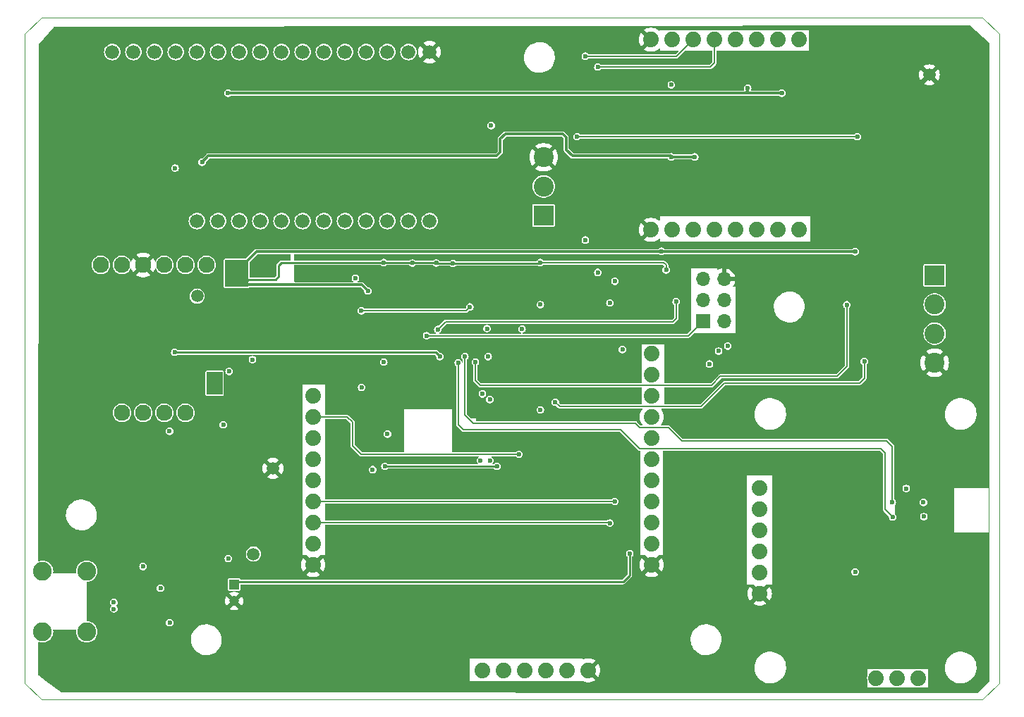
<source format=gbr>
%TF.GenerationSoftware,KiCad,Pcbnew,7.0.5*%
%TF.CreationDate,2023-07-20T14:33:04+01:00*%
%TF.ProjectId,EmotionalCities_v.1.1,456d6f74-696f-46e6-916c-436974696573,rev?*%
%TF.SameCoordinates,PX76109c0PY3c14dc0*%
%TF.FileFunction,Copper,L3,Inr*%
%TF.FilePolarity,Positive*%
%FSLAX45Y45*%
G04 Gerber Fmt 4.5, Leading zero omitted, Abs format (unit mm)*
G04 Created by KiCad (PCBNEW 7.0.5) date 2023-07-20 14:33:04*
%MOMM*%
%LPD*%
G01*
G04 APERTURE LIST*
%TA.AperFunction,ComponentPad*%
%ADD10C,1.500000*%
%TD*%
%TA.AperFunction,ComponentPad*%
%ADD11R,1.200000X1.200000*%
%TD*%
%TA.AperFunction,ComponentPad*%
%ADD12C,1.200000*%
%TD*%
%TA.AperFunction,ComponentPad*%
%ADD13C,2.250000*%
%TD*%
%TA.AperFunction,ComponentPad*%
%ADD14C,1.879600*%
%TD*%
%TA.AperFunction,ComponentPad*%
%ADD15C,1.930400*%
%TD*%
%TA.AperFunction,ComponentPad*%
%ADD16R,1.700000X1.700000*%
%TD*%
%TA.AperFunction,ComponentPad*%
%ADD17O,1.700000X1.700000*%
%TD*%
%TA.AperFunction,ComponentPad*%
%ADD18R,2.400000X2.400000*%
%TD*%
%TA.AperFunction,ComponentPad*%
%ADD19C,2.400000*%
%TD*%
%TA.AperFunction,ComponentPad*%
%ADD20C,1.676400*%
%TD*%
%TA.AperFunction,ViaPad*%
%ADD21C,0.600000*%
%TD*%
%TA.AperFunction,Conductor*%
%ADD22C,0.304800*%
%TD*%
%TA.AperFunction,Conductor*%
%ADD23C,0.254000*%
%TD*%
%TA.AperFunction,Conductor*%
%ADD24C,0.203200*%
%TD*%
%TA.AperFunction,Conductor*%
%ADD25C,0.250000*%
%TD*%
%TA.AperFunction,Profile*%
%ADD26C,0.076200*%
%TD*%
G04 APERTURE END LIST*
D10*
%TO.N,+3V3*%
%TO.C,+3V3_tp1*%
X2070000Y-3350000D03*
%TD*%
%TO.N,+5V*%
%TO.C,+5V_tp1*%
X2745000Y-6450000D03*
%TD*%
%TO.N,GND*%
%TO.C,GND_tp1*%
X2980000Y-5420000D03*
%TD*%
%TO.N,GND*%
%TO.C,GND_tp2*%
X10860000Y-690000D03*
%TD*%
D11*
%TO.N,+5V*%
%TO.C,C39*%
X2514263Y-6815414D03*
D12*
%TO.N,GND*%
X2514263Y-7015414D03*
%TD*%
D13*
%TO.N,Net-(J1-Shield)*%
%TO.C,J1*%
X214525Y-7385110D03*
X744525Y-7385110D03*
X214525Y-6655110D03*
X744525Y-6655110D03*
%TD*%
D14*
%TO.N,unconnected-(U1-RA-Pad1)*%
%TO.C,U1*%
X10730000Y-7941000D03*
%TO.N,unconnected-(U1-LA-Pad2)*%
X10476000Y-7941000D03*
%TO.N,unconnected-(U1-RL-Pad3)*%
X10222000Y-7941000D03*
%TO.N,GND*%
X8825000Y-6925000D03*
%TO.N,+3V3*%
X8825000Y-6671000D03*
%TO.N,/HR_out*%
X8825000Y-6417000D03*
%TO.N,/HR_LO-*%
X8825000Y-6163000D03*
%TO.N,/HR_LO+*%
X8825000Y-5909000D03*
%TO.N,unconnected-(U1-~{SDN}-Pad9)*%
X8825000Y-5655000D03*
%TD*%
%TO.N,GND*%
%TO.C,U4*%
X3464000Y-6579758D03*
%TO.N,unconnected-(U4-3.3V-Pad2)*%
X3464000Y-6325758D03*
%TO.N,Net-(R19-Pad2)*%
X3464000Y-6071758D03*
%TO.N,Net-(U4-SCL\u005CCLK)*%
X3464000Y-5817758D03*
%TO.N,unconnected-(U4-TX_READY-Pad5)*%
X3464000Y-5563759D03*
%TO.N,/GNSS_RESET*%
X3464000Y-5309759D03*
%TO.N,unconnected-(U4-~{SAFEBOOT}-Pad7)*%
X3464000Y-5055759D03*
%TO.N,/GNSS_INT*%
X3464000Y-4801759D03*
%TO.N,/GNSS_PPS*%
X3464000Y-4547759D03*
%TO.N,unconnected-(U4-WT+-Pad10)*%
X7528000Y-4039758D03*
%TO.N,unconnected-(U4-GND-Pad11)*%
X7528000Y-4293759D03*
%TO.N,unconnected-(U4-DIR+-Pad12)*%
X7528000Y-4547759D03*
%TO.N,GND*%
X7528000Y-4801759D03*
%TO.N,unconnected-(U4-SCL\u005CCLL-Pad14)*%
X7528000Y-5055759D03*
%TO.N,/GPS_TXO*%
X7528000Y-5309759D03*
%TO.N,/GPS_RXI*%
X7528000Y-5563759D03*
%TO.N,unconnected-(U4-SDA\u005C~{CS}-Pad17)*%
X7528000Y-5817758D03*
%TO.N,unconnected-(U4-3.3V-Pad18)*%
X7528000Y-6071758D03*
%TO.N,+5V*%
X7528000Y-6325758D03*
%TO.N,GND*%
X7528000Y-6579758D03*
X6766000Y-7847218D03*
%TO.N,unconnected-(U4-n.c-Pad22)*%
X6512000Y-7847218D03*
%TO.N,unconnected-(U4-3V3_out-Pad23)*%
X6258000Y-7847218D03*
%TO.N,unconnected-(U4-RXI2-Pad24)*%
X6004000Y-7847218D03*
%TO.N,unconnected-(U4-TXO2-Pad25)*%
X5750000Y-7847218D03*
%TO.N,unconnected-(U4-n.c.-Pad26)*%
X5496000Y-7847218D03*
%TD*%
%TO.N,/EDA_out*%
%TO.C,U2*%
X9296297Y-2551327D03*
%TO.N,unconnected-(U2-nc-Pad2)*%
X9042297Y-2551327D03*
%TO.N,unconnected-(U2-CS-Pad3)*%
X8788297Y-2551327D03*
%TO.N,unconnected-(U2-SCK-Pad4)*%
X8534297Y-2551327D03*
%TO.N,unconnected-(U2-SDO-Pad5)*%
X8280297Y-2551327D03*
%TO.N,unconnected-(U2-nc-Pad6)*%
X8026297Y-2551327D03*
%TO.N,+3V3*%
X7772297Y-2551327D03*
%TO.N,GND*%
X7518297Y-2551327D03*
X7518297Y-265327D03*
%TO.N,+5V*%
X7772297Y-265327D03*
%TO.N,Net-(R12-Pad2)*%
X8026297Y-265327D03*
%TO.N,Net-(R11-Pad2)*%
X8280297Y-265327D03*
%TO.N,unconnected-(U2-nc-Pad13)*%
X8534297Y-265327D03*
%TO.N,unconnected-(U2-nc-Pad14)*%
X8788297Y-265327D03*
%TO.N,unconnected-(U2-nc-Pad15)*%
X9042297Y-265327D03*
%TO.N,unconnected-(U2-nc-Pad16)*%
X9296297Y-265327D03*
%TD*%
D15*
%TO.N,unconnected-(U3-PS0-Pad1)*%
%TO.C,U3*%
X1168263Y-4753414D03*
%TO.N,unconnected-(U3-PS1-Pad2)*%
X1422263Y-4753414D03*
%TO.N,unconnected-(U3-INT-Pad3)*%
X1676263Y-4753414D03*
%TO.N,unconnected-(U3-ADDR-Pad4)*%
X1930263Y-4753414D03*
%TO.N,/Adafruit_3V3_out*%
X914263Y-2975414D03*
%TO.N,unconnected-(U3-3Vout-Pad6)*%
X1168263Y-2975414D03*
%TO.N,GND*%
X1422263Y-2975414D03*
%TO.N,Net-(U3-SDA)*%
X1676263Y-2975414D03*
%TO.N,Net-(U3-SCL)*%
X1930263Y-2975414D03*
%TO.N,unconnected-(U3-RST-Pad10)*%
X2184263Y-2975414D03*
%TD*%
D16*
%TO.N,/PDI_DATA*%
%TO.C,PDI1*%
X8140737Y-3654586D03*
D17*
%TO.N,+3V3*%
X8394737Y-3654586D03*
%TO.N,unconnected-(PDI1-Pin_3-Pad3)*%
X8140737Y-3400586D03*
%TO.N,unconnected-(PDI1-Pin_4-Pad4)*%
X8394737Y-3400586D03*
%TO.N,/PDI_CLK*%
X8140737Y-3146586D03*
%TO.N,GND*%
X8394737Y-3146586D03*
%TD*%
D18*
%TO.N,/EXTERNAL_3V3*%
%TO.C,J4*%
X6230000Y-2380000D03*
D19*
%TO.N,/EXTERNAL_SYNC_SIGNAL*%
X6230000Y-2030000D03*
%TO.N,GND*%
X6230000Y-1680000D03*
%TD*%
D18*
%TO.N,/EXTERNAL_3V3*%
%TO.C,J3*%
X10925000Y-3100000D03*
D19*
%TO.N,/External_EDA_1*%
X10925000Y-3450000D03*
%TO.N,/External_EDA_2*%
X10925000Y-3800000D03*
%TO.N,GND*%
X10925000Y-4150000D03*
%TD*%
D20*
%TO.N,unconnected-(U5-RST-Pad1)*%
%TO.C,U5*%
X1050263Y-415414D03*
%TO.N,/Adafruit_3V3_out*%
X1304263Y-415414D03*
%TO.N,unconnected-(U5-ARf-Pad3)*%
X1558263Y-415414D03*
%TO.N,unconnected-(U5-GND-Pad4)*%
X1812263Y-415414D03*
%TO.N,unconnected-(U5-A0-Pad5)*%
X2066263Y-415414D03*
%TO.N,unconnected-(U5-A1-Pad6)*%
X2320263Y-415414D03*
%TO.N,unconnected-(U5-A2-Pad7)*%
X2574263Y-415414D03*
%TO.N,unconnected-(U5-A3-Pad8)*%
X2828263Y-415414D03*
%TO.N,unconnected-(U5-A4-Pad9)*%
X3082263Y-415414D03*
%TO.N,unconnected-(U5-A5-Pad10)*%
X3336263Y-415414D03*
%TO.N,unconnected-(U5-SCK-Pad11)*%
X3590263Y-415414D03*
%TO.N,/MotionSensor_out*%
X3844263Y-415414D03*
%TO.N,unconnected-(U5-MISO-Pad13)*%
X4098263Y-415414D03*
%TO.N,unconnected-(U5-RX0-Pad14)*%
X4352263Y-415414D03*
%TO.N,unconnected-(U5-TX1-Pad15)*%
X4606263Y-415414D03*
%TO.N,GND*%
X4860263Y-415414D03*
%TO.N,/MotionSensor_SDA*%
X4860263Y-2447414D03*
%TO.N,/MotionSensor_SCL*%
X4606263Y-2447414D03*
%TO.N,unconnected-(U5-D5-Pad19)*%
X4352263Y-2447414D03*
%TO.N,unconnected-(U5-D6-Pad20)*%
X4098263Y-2447414D03*
%TO.N,unconnected-(U5-D9-Pad21)*%
X3844263Y-2447414D03*
%TO.N,unconnected-(U5-D10-Pad22)*%
X3590263Y-2447414D03*
%TO.N,unconnected-(U5-D11-Pad23)*%
X3336263Y-2447414D03*
%TO.N,unconnected-(U5-D12-Pad24)*%
X3082263Y-2447414D03*
%TO.N,unconnected-(U5-D13-Pad25)*%
X2828263Y-2447414D03*
%TO.N,unconnected-(U5-VBUS-Pad26)*%
X2574263Y-2447414D03*
%TO.N,unconnected-(U5-EN-Pad27)*%
X2320263Y-2447414D03*
%TO.N,unconnected-(U5-VBAT-Pad28)*%
X2066263Y-2447414D03*
%TD*%
D21*
%TO.N,GND*%
X7995402Y-4551759D03*
X5820000Y-4800000D03*
X7510402Y-7431758D03*
X3050402Y-3346758D03*
X3580737Y-3674586D03*
X7750000Y-4080000D03*
X4230402Y-3631758D03*
X4650402Y-3066758D03*
X8005402Y-4301759D03*
X4175402Y-2881758D03*
X6942424Y-4737402D03*
X5697521Y-2673759D03*
X9740000Y-1050000D03*
X2272791Y-1299499D03*
X1660737Y-174586D03*
X1094263Y-6340414D03*
X4955402Y-661759D03*
X5280000Y-3030000D03*
X3310402Y-2886758D03*
X5345000Y-5075000D03*
X3930000Y-3650000D03*
X6590402Y-5521759D03*
X7155402Y-5436759D03*
X2340000Y-2020000D03*
X3440737Y-3384586D03*
X9075402Y-2891758D03*
X4345402Y-2726759D03*
X2830402Y-1121759D03*
X4660291Y-1104499D03*
X7100402Y-2884586D03*
X10060000Y-3050000D03*
X3000402Y-2731759D03*
X3830737Y-2721759D03*
X7810000Y-2900000D03*
X3330402Y-1471758D03*
X5820000Y-1010000D03*
X1745402Y-1311759D03*
X8310000Y-2890000D03*
X3520402Y-656759D03*
X4310402Y-661759D03*
X3240000Y-4380000D03*
X7670000Y-3590000D03*
X5645402Y-656759D03*
X10245000Y-1046758D03*
X4940402Y-1471758D03*
X4065402Y-2691759D03*
X10850000Y-1531758D03*
X5515402Y-3884586D03*
X7290737Y-534586D03*
X5100000Y-3740000D03*
X9520000Y-1730000D03*
X6970000Y-1550000D03*
X10780000Y-2130000D03*
X7650000Y-820000D03*
X4464263Y-5495414D03*
X4190737Y-2274586D03*
X9820737Y-5804586D03*
X7185402Y-4241759D03*
X5060000Y-3900000D03*
X8990000Y-1681758D03*
X10510000Y-200000D03*
X5845000Y-4500000D03*
X8550000Y-1726758D03*
X5115402Y-5586759D03*
X2570000Y-1590000D03*
X3460737Y-2334586D03*
X9730000Y-4190000D03*
X9520000Y-2660000D03*
X7295000Y-4500000D03*
X6795000Y-4350000D03*
X10760000Y-2626759D03*
X3754263Y-4395414D03*
X5100402Y-4506759D03*
X2775402Y-3006758D03*
X7670000Y-1550000D03*
X5170000Y-8050000D03*
X4044263Y-985414D03*
X8010000Y-1071759D03*
X6930402Y-4246759D03*
X5745402Y-3166758D03*
X6810737Y-2574586D03*
X7020000Y-2100000D03*
X11510000Y-2260000D03*
X10430000Y-1886758D03*
X6290402Y-4236759D03*
X5354263Y-3975414D03*
X6280402Y-4501759D03*
X6630000Y-2090000D03*
X4010000Y-7390000D03*
X4634263Y-4505414D03*
X4874263Y-4645414D03*
X5360000Y-3730000D03*
X6995000Y-2325000D03*
X10225000Y-5255000D03*
X10410402Y-7146758D03*
X6730402Y-5186759D03*
X9615402Y-4526759D03*
X10625402Y-7521758D03*
X8840402Y-5016759D03*
X9540402Y-7171758D03*
X9400000Y-2330000D03*
X11055000Y-6400000D03*
X11480737Y-2991758D03*
X5495402Y-5941758D03*
X8650000Y-546759D03*
X7255402Y-3091758D03*
X7880737Y-3044586D03*
X8555402Y-5241759D03*
X9515402Y-5011759D03*
X10700000Y-4250000D03*
X5015402Y-5321759D03*
X9634263Y-3235414D03*
X8800000Y-2160000D03*
X4590402Y-5951758D03*
X7820737Y-524586D03*
X3670737Y-154586D03*
X9000402Y-3061758D03*
X9495000Y-776758D03*
X6144263Y-5941758D03*
X10070737Y-4516759D03*
X10440000Y-3190000D03*
X11090000Y-5465000D03*
X9165402Y-5251759D03*
X10240000Y-1560000D03*
X8290000Y-691759D03*
X10095000Y-6370000D03*
X4982521Y-253758D03*
X7590000Y-990000D03*
X8070000Y-2325000D03*
X5925402Y-236758D03*
X5820402Y-6146758D03*
X5095402Y-6656758D03*
X5070402Y-4146758D03*
X6320402Y-6661758D03*
X8860737Y-4234586D03*
X2995402Y-4351759D03*
X5860402Y-6656758D03*
X4425402Y-3901758D03*
X6974263Y-6655414D03*
X3924263Y-3935414D03*
X5490402Y-3566758D03*
X4620000Y-1580000D03*
X8390000Y-1581758D03*
X3650000Y-6330000D03*
X4090000Y-1560000D03*
X3357521Y-4113758D03*
X4290402Y-6151758D03*
X8135000Y-536759D03*
X5140000Y-3400000D03*
X3342791Y-3649498D03*
X6370402Y-6141758D03*
X3660000Y-5550000D03*
X7840000Y-2160000D03*
X4005402Y-5931758D03*
X3765402Y-4136758D03*
X3280000Y-5670000D03*
X6070402Y-6426758D03*
X4395402Y-6666758D03*
X5410737Y-1464586D03*
X5220402Y-2886758D03*
X3522521Y-3878758D03*
X11414263Y-245414D03*
X6925402Y-5931758D03*
X4910402Y-6391758D03*
X4860402Y-6151758D03*
X6905402Y-6141758D03*
X5215402Y-5135414D03*
X5460402Y-6141758D03*
X5620402Y-6356758D03*
X5775402Y-2881758D03*
X11536890Y-992048D03*
X270000Y-4900000D03*
X9510000Y-170000D03*
X3170000Y-6880000D03*
X254263Y-3775414D03*
X2630000Y-4260000D03*
X2509402Y-3767758D03*
X3020000Y-3920000D03*
X2960000Y-8040000D03*
X1904263Y-5185414D03*
X264263Y-7895414D03*
X1769263Y-5865414D03*
X6675402Y-6416758D03*
X11197692Y-7390848D03*
X3224263Y-4945414D03*
X2155402Y-791758D03*
X11210000Y-4300000D03*
X9750000Y-7850000D03*
X11177692Y-6689648D03*
X11224263Y-5115414D03*
X230737Y-2654586D03*
X1995000Y-5600000D03*
X945000Y-5000000D03*
X2749402Y-3602758D03*
X8620000Y-6300000D03*
X6280000Y-3760000D03*
X2274263Y-4685414D03*
X4080000Y-5040000D03*
X2880000Y-7420000D03*
X6810000Y-1530000D03*
X10114263Y-5025414D03*
X4440000Y-3430000D03*
X5795000Y-5050000D03*
X2770000Y-5190000D03*
X6550000Y-3590000D03*
X5560000Y-7340000D03*
X6000000Y-3590000D03*
X1445000Y-7475000D03*
X4500000Y-4650000D03*
X1010000Y-6860000D03*
X1630000Y-7180000D03*
X860000Y-590000D03*
X7120000Y-8060000D03*
X7100000Y-170000D03*
X1720000Y-3275000D03*
X8970000Y-840000D03*
X1710000Y-6710000D03*
X2260000Y-4100000D03*
X8570000Y-3860000D03*
X920000Y-6550000D03*
X1895000Y-4150000D03*
X6580000Y-6900000D03*
X1210000Y-6870000D03*
X4770000Y-3350000D03*
X820000Y-3450000D03*
X7176760Y-4741160D03*
X6270000Y-3300000D03*
X2645000Y-6225000D03*
X7670000Y-3760000D03*
X2420000Y-5825000D03*
X7720000Y-6140000D03*
X2070000Y-6850000D03*
X1730000Y-6370000D03*
X2364274Y-5023569D03*
X1234263Y-8015414D03*
X6400000Y-2880000D03*
X2270000Y-3950000D03*
X8130000Y-4880000D03*
X5510000Y-6890000D03*
X220000Y-5850000D03*
X6910000Y-3360000D03*
X9070000Y-6560000D03*
X1895000Y-3950000D03*
X3977337Y-3283166D03*
X320737Y-244586D03*
X1970000Y-3550000D03*
X830000Y-1970000D03*
X845000Y-4475000D03*
X7940000Y-5270000D03*
X1240000Y-780000D03*
X8020536Y-3885229D03*
X9050000Y-6040000D03*
X4450000Y-3640000D03*
X6650000Y-1090000D03*
X4240000Y-5140000D03*
X1600000Y-2290000D03*
X6810000Y-710000D03*
X8620000Y-6060000D03*
X8150000Y-5740000D03*
X2970000Y-4950000D03*
X1145000Y-2725000D03*
X245000Y-1325000D03*
X930000Y-5550000D03*
X2603045Y-5509156D03*
X1030000Y-1540000D03*
X8200000Y-6460000D03*
X9420000Y-2150000D03*
X8960000Y-1000000D03*
X6620000Y-3125000D03*
X4770000Y-3610000D03*
X1420000Y-7130000D03*
X4620000Y-6880000D03*
X2597319Y-5111230D03*
X4230000Y-4370000D03*
%TO.N,+5V*%
X2310737Y-4304586D03*
X2453750Y-4253750D03*
X2305983Y-4479340D03*
X7264263Y-6445414D03*
X8045000Y-1675000D03*
X2734402Y-4112758D03*
X2220737Y-4394586D03*
X2444263Y-6503104D03*
X7763250Y-1675000D03*
X2130000Y-1740000D03*
X7763250Y-810000D03*
%TO.N,+3V3*%
X4310402Y-4141758D03*
X8680000Y-850000D03*
X9090000Y-910000D03*
X6190277Y-3451758D03*
X4120402Y-3286758D03*
X2466858Y-3180707D03*
X2640737Y-3191758D03*
X6190402Y-2946758D03*
X10583250Y-5661750D03*
X4940402Y-2951758D03*
X4655402Y-2951758D03*
X2440737Y-2974586D03*
X4355402Y-5006759D03*
X5140402Y-2956758D03*
X9970000Y-2814180D03*
X4310402Y-2946758D03*
X2570737Y-3076828D03*
X4177521Y-5433759D03*
X2640737Y-2954586D03*
X6190402Y-4716759D03*
X2440737Y-910000D03*
X7700737Y-3034586D03*
X7645000Y-2810000D03*
X9970737Y-6664586D03*
%TO.N,/GNSS_PPS*%
X4044263Y-4445414D03*
X5344263Y-3480000D03*
X4040737Y-3525414D03*
%TO.N,/5VUSB*%
X1740000Y-7275000D03*
X1630000Y-6860000D03*
X1420000Y-6600000D03*
%TO.N,/USBD_plug+*%
X1070000Y-7030000D03*
%TO.N,/USBD_plug-*%
X1070000Y-7110000D03*
%TO.N,/FTDI_CTS*%
X2384263Y-4895414D03*
X1738243Y-4975000D03*
%TO.N,/PDI_CLK*%
X4960000Y-3750000D03*
X7820737Y-3414586D03*
%TO.N,/PDI_DATA*%
X4825402Y-3824586D03*
%TO.N,/u_GNSS_RESET*%
X5670000Y-5395414D03*
X5564263Y-4075414D03*
X4324263Y-5395414D03*
%TO.N,/HR_out*%
X8220737Y-4164586D03*
%TO.N,/HR_LO+*%
X8440536Y-3948728D03*
%TO.N,/HR_LO-*%
X8330737Y-4010000D03*
%TO.N,/EDA_out*%
X7175402Y-3991758D03*
%TO.N,/EXTERNAL_SYNC_SIGNAL*%
X9996500Y-1433500D03*
X6630000Y-1433500D03*
%TO.N,/LED_AUX*%
X1805000Y-1810000D03*
X1800737Y-4024586D03*
X4984263Y-4075414D03*
%TO.N,Net-(R11-Pad2)*%
X6880737Y-3064586D03*
X6880737Y-594586D03*
%TO.N,Net-(R12-Pad2)*%
X6730737Y-2674586D03*
X6730737Y-464586D03*
%TO.N,/I2C_SDA_port_E*%
X10415000Y-5830000D03*
X5284263Y-4075414D03*
%TO.N,/I2C_SCL_port_E*%
X5204263Y-4150000D03*
X10420000Y-6005000D03*
%TO.N,/GNSS_INT*%
X5970737Y-3744586D03*
X5934263Y-5250000D03*
%TO.N,Net-(R19-Pad2)*%
X7025402Y-3431758D03*
X7025402Y-6076758D03*
%TO.N,/External_EDA_1*%
X9870737Y-3454586D03*
X5410402Y-4141758D03*
%TO.N,/External_EDA_2*%
X6370000Y-4625000D03*
X10080737Y-4134586D03*
%TO.N,/PA3*%
X5495000Y-4525000D03*
X5470000Y-5325000D03*
%TO.N,/u_SYNC_SIGNAL*%
X5550000Y-3740000D03*
X5600000Y-1300000D03*
%TO.N,Net-(U7-SCL)*%
X10795000Y-6000000D03*
%TO.N,Net-(U7-SDA)*%
X10790000Y-5830000D03*
%TO.N,Net-(U4-SCL\u005CCLK)*%
X7085652Y-3171508D03*
X7085402Y-5817758D03*
%TO.N,/MotionSensor_out*%
X3970737Y-3134586D03*
%TO.N,/PA4*%
X5586810Y-5324453D03*
X5585017Y-4593409D03*
%TD*%
D22*
%TO.N,+5V*%
X2130000Y-1740000D02*
X2204667Y-1665333D01*
X2204667Y-1665333D02*
X5664666Y-1665333D01*
X5710000Y-1620000D02*
X5710000Y-1460000D01*
X6500000Y-1590000D02*
X6575333Y-1665333D01*
D23*
X7264263Y-6445414D02*
X7264263Y-6705414D01*
D22*
X6500000Y-1440000D02*
X6500000Y-1590000D01*
X5664666Y-1665333D02*
X5710000Y-1620000D01*
X6575333Y-1665333D02*
X7753583Y-1665333D01*
X7753583Y-1665333D02*
X7763250Y-1675000D01*
X7763250Y-1675000D02*
X8045000Y-1675000D01*
D23*
X7184263Y-6785414D02*
X2514263Y-6785414D01*
X7264263Y-6705414D02*
X7184263Y-6785414D01*
D22*
X5770000Y-1400000D02*
X6460000Y-1400000D01*
X6460000Y-1400000D02*
X6500000Y-1440000D01*
X5710000Y-1460000D02*
X5770000Y-1400000D01*
D23*
%TO.N,+3V3*%
X4945402Y-2956758D02*
X4940402Y-2951758D01*
X6190402Y-2946758D02*
X6180402Y-2956758D01*
X6180402Y-2956758D02*
X4945402Y-2956758D01*
X4935402Y-2946758D02*
X4940402Y-2951758D01*
X4660402Y-2946758D02*
X4935402Y-2946758D01*
X4655402Y-2951758D02*
X4660402Y-2946758D01*
D22*
X7649180Y-2814180D02*
X9970000Y-2814180D01*
X9090000Y-910000D02*
X8600000Y-910000D01*
X8680000Y-880000D02*
X8680000Y-850000D01*
X8600000Y-910000D02*
X2440737Y-910000D01*
D24*
X7700737Y-2974586D02*
X7672909Y-2946758D01*
D22*
X2781143Y-2814180D02*
X7640820Y-2814180D01*
X2640737Y-3191758D02*
X2660737Y-3211758D01*
D23*
X3010402Y-3151758D02*
X3050402Y-3111758D01*
D22*
X8600000Y-910000D02*
X8650000Y-910000D01*
X7640820Y-2814180D02*
X7645000Y-2810000D01*
D24*
X7700737Y-3034586D02*
X7700737Y-2974586D01*
D23*
X3085402Y-2946758D02*
X4650402Y-2946758D01*
D24*
X7672909Y-2946758D02*
X6190402Y-2946758D01*
D23*
X2680737Y-3151758D02*
X3010402Y-3151758D01*
D22*
X4045402Y-3211758D02*
X4120402Y-3286758D01*
D23*
X3050402Y-2981758D02*
X3085402Y-2946758D01*
D22*
X2640737Y-2954586D02*
X2781143Y-2814180D01*
X8650000Y-910000D02*
X8680000Y-880000D01*
X2660737Y-3211758D02*
X4045402Y-3211758D01*
D23*
X3050402Y-3111758D02*
X3050402Y-2981758D01*
D22*
X7645000Y-2810000D02*
X7649180Y-2814180D01*
D23*
X4650402Y-2946758D02*
X4655402Y-2951758D01*
X2640737Y-3191758D02*
X2680737Y-3151758D01*
D24*
%TO.N,/GNSS_PPS*%
X4040737Y-3525414D02*
X5298849Y-3525414D01*
X5298849Y-3525414D02*
X5344263Y-3480000D01*
%TO.N,/PDI_CLK*%
X4960000Y-3750000D02*
X5053242Y-3656758D01*
X7778565Y-3656758D02*
X7820737Y-3614586D01*
X5053242Y-3656758D02*
X7778565Y-3656758D01*
X7820737Y-3614586D02*
X7820737Y-3414586D01*
%TO.N,/PDI_DATA*%
X4825402Y-3824586D02*
X7970737Y-3824586D01*
X7970737Y-3824586D02*
X8140737Y-3654586D01*
D25*
%TO.N,/u_GNSS_RESET*%
X5670000Y-5395414D02*
X4324263Y-5395414D01*
D24*
%TO.N,/EXTERNAL_SYNC_SIGNAL*%
X6630000Y-1433500D02*
X9996500Y-1433500D01*
D23*
%TO.N,/LED_AUX*%
X1800737Y-4024586D02*
X1801564Y-4025414D01*
X1801564Y-4025414D02*
X4934263Y-4025414D01*
X4934263Y-4025414D02*
X4984263Y-4075414D01*
D24*
%TO.N,Net-(R11-Pad2)*%
X6880737Y-594586D02*
X8230737Y-594586D01*
X8230737Y-594586D02*
X8280297Y-545026D01*
X8280297Y-545026D02*
X8280297Y-265327D01*
%TO.N,Net-(R12-Pad2)*%
X6735337Y-469186D02*
X7822437Y-469186D01*
X6730737Y-464586D02*
X6735337Y-469186D01*
X7822437Y-469186D02*
X8026297Y-265327D01*
%TO.N,/I2C_SDA_port_E*%
X5284263Y-4775620D02*
X5383643Y-4875000D01*
X5284263Y-4075414D02*
X5284263Y-4775620D01*
X7888849Y-5090000D02*
X10348849Y-5090000D01*
X10348849Y-5090000D02*
X10415000Y-5156151D01*
X7725608Y-4926759D02*
X7888849Y-5090000D01*
X5383643Y-4875000D02*
X7328746Y-4875000D01*
X10415000Y-5156151D02*
X10415000Y-5830000D01*
X7328746Y-4875000D02*
X7380505Y-4926759D01*
X7380505Y-4926759D02*
X7725608Y-4926759D01*
%TO.N,/I2C_SCL_port_E*%
X7155608Y-4956759D02*
X7381293Y-5182444D01*
X10282327Y-5182327D02*
X10330000Y-5230000D01*
X5204263Y-4150000D02*
X5204263Y-4895620D01*
X10330000Y-5915000D02*
X10420000Y-6005000D01*
X7872556Y-5182444D02*
X7872673Y-5182327D01*
X7381293Y-5182444D02*
X7872556Y-5182444D01*
X10330000Y-5230000D02*
X10330000Y-5915000D01*
X7872673Y-5182327D02*
X10282327Y-5182327D01*
X5265402Y-4956759D02*
X7155608Y-4956759D01*
X5204263Y-4895620D02*
X5265402Y-4956759D01*
%TO.N,/GNSS_INT*%
X3870608Y-4801759D02*
X3464000Y-4801759D01*
X4038849Y-5250000D02*
X3934263Y-5145414D01*
X5934263Y-5250000D02*
X4038849Y-5250000D01*
X3934263Y-5145414D02*
X3934263Y-4865414D01*
X3934263Y-4865414D02*
X3870608Y-4801759D01*
%TO.N,Net-(R19-Pad2)*%
X3464000Y-6071758D02*
X7020402Y-6071758D01*
X7020402Y-6071758D02*
X7025402Y-6076758D01*
%TO.N,/External_EDA_1*%
X9870737Y-3454586D02*
X9870737Y-4194586D01*
X9750737Y-4314586D02*
X8350737Y-4314586D01*
X9870737Y-4194586D02*
X9750737Y-4314586D01*
X5470435Y-4420435D02*
X5410402Y-4360402D01*
X8350737Y-4314586D02*
X8244888Y-4420435D01*
X5410402Y-4360402D02*
X5410402Y-4141758D01*
X8244888Y-4420435D02*
X5470435Y-4420435D01*
%TO.N,/External_EDA_2*%
X8400737Y-4394586D02*
X10020737Y-4394586D01*
X10020737Y-4394586D02*
X10080737Y-4334586D01*
X8118565Y-4676759D02*
X8400737Y-4394586D01*
X6370000Y-4625000D02*
X6421758Y-4676759D01*
X10080737Y-4334586D02*
X10080737Y-4134586D01*
X6421758Y-4676759D02*
X8118565Y-4676759D01*
%TO.N,Net-(U4-SCL\u005CCLK)*%
X3464000Y-5817758D02*
X7085402Y-5817758D01*
%TD*%
%TA.AperFunction,Conductor*%
%TO.N,+5V*%
G36*
X2374873Y-4262287D02*
G01*
X2375402Y-4263564D01*
X2375402Y-4529954D01*
X2374873Y-4531230D01*
X2373597Y-4531759D01*
X2187207Y-4531759D01*
X2185930Y-4531230D01*
X2185402Y-4529954D01*
X2185402Y-4263564D01*
X2185930Y-4262287D01*
X2187207Y-4261759D01*
X2373597Y-4261759D01*
X2374873Y-4262287D01*
G37*
%TD.AperFunction*%
%TD*%
%TA.AperFunction,Conductor*%
%TO.N,+3V3*%
G36*
X2681328Y-2918217D02*
G01*
X2682787Y-2921738D01*
X2682787Y-3231778D01*
X2681328Y-3235300D01*
X2677807Y-3236758D01*
X2407767Y-3236758D01*
X2404246Y-3235300D01*
X2402787Y-3231778D01*
X2402787Y-2921738D01*
X2404246Y-2918217D01*
X2407767Y-2916758D01*
X2677807Y-2916758D01*
X2681328Y-2918217D01*
G37*
%TD.AperFunction*%
%TD*%
%TA.AperFunction,Conductor*%
%TO.N,GND*%
G36*
X3189000Y-2846169D02*
G01*
X3190459Y-2849654D01*
X3190530Y-2859470D01*
X3190912Y-2912175D01*
X3190923Y-2913752D01*
X3189490Y-2917284D01*
X3185980Y-2918768D01*
X3185943Y-2918768D01*
X3090780Y-2918768D01*
X3089794Y-2918608D01*
X3089793Y-2918620D01*
X3089336Y-2918557D01*
X3089336Y-2918557D01*
X3089335Y-2918557D01*
X3084812Y-2918766D01*
X3084697Y-2918768D01*
X3082808Y-2918768D01*
X3082338Y-2918856D01*
X3081996Y-2918896D01*
X3078883Y-2919040D01*
X3078882Y-2919040D01*
X3077595Y-2919608D01*
X3076499Y-2919948D01*
X3075115Y-2920206D01*
X3072466Y-2921847D01*
X3072160Y-2922008D01*
X3069310Y-2923267D01*
X3069309Y-2923267D01*
X3068314Y-2924262D01*
X3067415Y-2924975D01*
X3066218Y-2925715D01*
X3064341Y-2928201D01*
X3064114Y-2928462D01*
X3034412Y-2958164D01*
X3033602Y-2958747D01*
X3033610Y-2958757D01*
X3033241Y-2959035D01*
X3030191Y-2962382D01*
X3030111Y-2962465D01*
X3028776Y-2963800D01*
X3028776Y-2963801D01*
X3028506Y-2964194D01*
X3028292Y-2964465D01*
X3026192Y-2966768D01*
X3025683Y-2968081D01*
X3025148Y-2969096D01*
X3024353Y-2970257D01*
X3024353Y-2970257D01*
X3023639Y-2973290D01*
X3023537Y-2973620D01*
X3022412Y-2976526D01*
X3022412Y-2977934D01*
X3022279Y-2979074D01*
X3021957Y-2980443D01*
X3021957Y-2980443D01*
X3022082Y-2981338D01*
X3022388Y-2983530D01*
X3022412Y-2983874D01*
X3022412Y-3098102D01*
X3020953Y-3101623D01*
X3000266Y-3122310D01*
X2996745Y-3123768D01*
X2703557Y-3123768D01*
X2700036Y-3122310D01*
X2698577Y-3118788D01*
X2698577Y-2941985D01*
X2700036Y-2938463D01*
X2792330Y-2846169D01*
X2795852Y-2844710D01*
X3185479Y-2844710D01*
X3189000Y-2846169D01*
G37*
%TD.AperFunction*%
%TA.AperFunction,Conductor*%
G36*
X11345673Y-98396D02*
G01*
X11581663Y-303925D01*
X11583360Y-307338D01*
X11583372Y-307680D01*
X11584263Y-7973351D01*
X11582805Y-7976872D01*
X11435723Y-8123953D01*
X11432202Y-8125412D01*
X11432198Y-8125412D01*
X445921Y-8115415D01*
X442937Y-8114419D01*
X257045Y-7975000D01*
X5345402Y-7975000D01*
X6696665Y-7975000D01*
X6699035Y-7975600D01*
X6707643Y-7980258D01*
X6730337Y-7988049D01*
X6754003Y-7991998D01*
X6777997Y-7991998D01*
X6801663Y-7988049D01*
X6824357Y-7980258D01*
X6845459Y-7968839D01*
X6845459Y-7968838D01*
X6848968Y-7966107D01*
X6779465Y-7896605D01*
X6780459Y-7896462D01*
X6793747Y-7890394D01*
X6804787Y-7880827D01*
X6812684Y-7868539D01*
X6815081Y-7860378D01*
X6884796Y-7930093D01*
X6893766Y-7916362D01*
X6903404Y-7894390D01*
X6903405Y-7894389D01*
X6909295Y-7871130D01*
X6911276Y-7847218D01*
X6909295Y-7823306D01*
X6908701Y-7820964D01*
X8761469Y-7820964D01*
X8764513Y-7848630D01*
X8764513Y-7848631D01*
X8771553Y-7875560D01*
X8771553Y-7875560D01*
X8782439Y-7901177D01*
X8782439Y-7901177D01*
X8789689Y-7913057D01*
X8796939Y-7924936D01*
X8796939Y-7924937D01*
X8814744Y-7946331D01*
X8835474Y-7964905D01*
X8835475Y-7964906D01*
X8837291Y-7966107D01*
X8858688Y-7980264D01*
X8858689Y-7980264D01*
X8858689Y-7980264D01*
X8883890Y-7992078D01*
X8883891Y-7992078D01*
X8910544Y-8000097D01*
X8910545Y-8000097D01*
X8910545Y-8000097D01*
X8938083Y-8004150D01*
X8938083Y-8004150D01*
X8958950Y-8004150D01*
X8968198Y-8003473D01*
X8979760Y-8002627D01*
X9006929Y-7996575D01*
X9032926Y-7986631D01*
X9057199Y-7973009D01*
X9079230Y-7955997D01*
X9093689Y-7941000D01*
X10112262Y-7941000D01*
X10114130Y-7961165D01*
X10119565Y-7980264D01*
X10119672Y-7980642D01*
X10119880Y-7981058D01*
X10120402Y-7983278D01*
X10120402Y-8050000D01*
X10209969Y-8050000D01*
X10210884Y-8050085D01*
X10211875Y-8050270D01*
X10232125Y-8050270D01*
X10233116Y-8050085D01*
X10234031Y-8050000D01*
X10463969Y-8050000D01*
X10464884Y-8050085D01*
X10465875Y-8050270D01*
X10486125Y-8050270D01*
X10487116Y-8050085D01*
X10488031Y-8050000D01*
X10717969Y-8050000D01*
X10718884Y-8050085D01*
X10719875Y-8050270D01*
X10740125Y-8050270D01*
X10741116Y-8050085D01*
X10742031Y-8050000D01*
X10845402Y-8050000D01*
X10845402Y-7830000D01*
X10120402Y-7830000D01*
X10120402Y-7898722D01*
X10119880Y-7900941D01*
X10119673Y-7901357D01*
X10119672Y-7901358D01*
X10114130Y-7920835D01*
X10112262Y-7941000D01*
X9093689Y-7941000D01*
X9098549Y-7935959D01*
X9114745Y-7913322D01*
X9127472Y-7888567D01*
X9136459Y-7862224D01*
X9141515Y-7834853D01*
X9142022Y-7820964D01*
X11047469Y-7820964D01*
X11050513Y-7848630D01*
X11050513Y-7848631D01*
X11057553Y-7875560D01*
X11057553Y-7875560D01*
X11068439Y-7901177D01*
X11068439Y-7901177D01*
X11075689Y-7913057D01*
X11082939Y-7924936D01*
X11082939Y-7924937D01*
X11100744Y-7946331D01*
X11121474Y-7964905D01*
X11121475Y-7964906D01*
X11123291Y-7966107D01*
X11144688Y-7980264D01*
X11144689Y-7980264D01*
X11144689Y-7980264D01*
X11169890Y-7992078D01*
X11169891Y-7992078D01*
X11196544Y-8000097D01*
X11196545Y-8000097D01*
X11196545Y-8000097D01*
X11224083Y-8004150D01*
X11224083Y-8004150D01*
X11244950Y-8004150D01*
X11254198Y-8003473D01*
X11265760Y-8002627D01*
X11292929Y-7996575D01*
X11318926Y-7986631D01*
X11343199Y-7973009D01*
X11365230Y-7955997D01*
X11384549Y-7935959D01*
X11400745Y-7913322D01*
X11413472Y-7888567D01*
X11422459Y-7862224D01*
X11427515Y-7834853D01*
X11428531Y-7807037D01*
X11425487Y-7779369D01*
X11418447Y-7752440D01*
X11407561Y-7726823D01*
X11393061Y-7703064D01*
X11375256Y-7681669D01*
X11354525Y-7663094D01*
X11354525Y-7663094D01*
X11338460Y-7652466D01*
X11331312Y-7647736D01*
X11331311Y-7647736D01*
X11331311Y-7647736D01*
X11306110Y-7635922D01*
X11306108Y-7635921D01*
X11279456Y-7627903D01*
X11279455Y-7627903D01*
X11251917Y-7623850D01*
X11251917Y-7623850D01*
X11231051Y-7623850D01*
X11231050Y-7623850D01*
X11210241Y-7625373D01*
X11210240Y-7625373D01*
X11210240Y-7625373D01*
X11183071Y-7631425D01*
X11183071Y-7631425D01*
X11157074Y-7641368D01*
X11157073Y-7641369D01*
X11132800Y-7654991D01*
X11110770Y-7672003D01*
X11091451Y-7692041D01*
X11075255Y-7714678D01*
X11062528Y-7739433D01*
X11053541Y-7765776D01*
X11048485Y-7793147D01*
X11047469Y-7820963D01*
X11047469Y-7820964D01*
X9142022Y-7820964D01*
X9142531Y-7807037D01*
X9139487Y-7779369D01*
X9132447Y-7752440D01*
X9121561Y-7726823D01*
X9107061Y-7703064D01*
X9089256Y-7681669D01*
X9068526Y-7663094D01*
X9068525Y-7663094D01*
X9052460Y-7652466D01*
X9045312Y-7647736D01*
X9045312Y-7647736D01*
X9045311Y-7647736D01*
X9020110Y-7635922D01*
X9020109Y-7635921D01*
X8993456Y-7627903D01*
X8993455Y-7627903D01*
X8965918Y-7623850D01*
X8965917Y-7623850D01*
X8945051Y-7623850D01*
X8945050Y-7623850D01*
X8924241Y-7625373D01*
X8924240Y-7625373D01*
X8924240Y-7625373D01*
X8897071Y-7631425D01*
X8897071Y-7631425D01*
X8897071Y-7631425D01*
X8871074Y-7641368D01*
X8871073Y-7641369D01*
X8846800Y-7654991D01*
X8824770Y-7672003D01*
X8805451Y-7692041D01*
X8789255Y-7714678D01*
X8776528Y-7739433D01*
X8767541Y-7765776D01*
X8762485Y-7793147D01*
X8761469Y-7820963D01*
X8761469Y-7820964D01*
X6908701Y-7820964D01*
X6903405Y-7800048D01*
X6903404Y-7800047D01*
X6893766Y-7778075D01*
X6884796Y-7764344D01*
X6815080Y-7834059D01*
X6812684Y-7825898D01*
X6804787Y-7813609D01*
X6793747Y-7804043D01*
X6780459Y-7797975D01*
X6779465Y-7797832D01*
X6848968Y-7728329D01*
X6845459Y-7725598D01*
X6845459Y-7725598D01*
X6824357Y-7714178D01*
X6801663Y-7706388D01*
X6777997Y-7702438D01*
X6754003Y-7702438D01*
X6730337Y-7706388D01*
X6707643Y-7714178D01*
X6702752Y-7716825D01*
X6698961Y-7717219D01*
X6696002Y-7714816D01*
X6695402Y-7712446D01*
X6695402Y-7710000D01*
X5345402Y-7710000D01*
X5345402Y-7975000D01*
X257045Y-7975000D01*
X166255Y-7906908D01*
X164314Y-7903628D01*
X164263Y-7902924D01*
X164322Y-7510445D01*
X165781Y-7506924D01*
X169303Y-7505466D01*
X170591Y-7505636D01*
X170651Y-7505652D01*
X170651Y-7505652D01*
X192249Y-7511439D01*
X192249Y-7511439D01*
X214525Y-7513388D01*
X236800Y-7511439D01*
X258398Y-7505652D01*
X278664Y-7496202D01*
X296980Y-7483377D01*
X312792Y-7467566D01*
X325617Y-7449249D01*
X335067Y-7428984D01*
X340854Y-7407385D01*
X342803Y-7385110D01*
X342803Y-7385110D01*
X342803Y-7385109D01*
X341089Y-7365524D01*
X342236Y-7361889D01*
X345616Y-7360129D01*
X346050Y-7360110D01*
X612999Y-7360110D01*
X616521Y-7361569D01*
X617979Y-7365090D01*
X617960Y-7365524D01*
X616247Y-7385109D01*
X616247Y-7385110D01*
X616247Y-7385110D01*
X617126Y-7395161D01*
X618196Y-7407386D01*
X623983Y-7428983D01*
X623983Y-7428984D01*
X633433Y-7449249D01*
X633433Y-7449249D01*
X646258Y-7467566D01*
X662069Y-7483377D01*
X680386Y-7496202D01*
X689159Y-7500293D01*
X700616Y-7505636D01*
X700651Y-7505652D01*
X722249Y-7511439D01*
X722249Y-7511439D01*
X744525Y-7513388D01*
X766800Y-7511439D01*
X788398Y-7505652D01*
X808664Y-7496202D01*
X822124Y-7486777D01*
X1994579Y-7486777D01*
X1997541Y-7513701D01*
X1997541Y-7513702D01*
X2004393Y-7539909D01*
X2004393Y-7539909D01*
X2014987Y-7564838D01*
X2014987Y-7564839D01*
X2029098Y-7587961D01*
X2029098Y-7587961D01*
X2038025Y-7598688D01*
X2046425Y-7608782D01*
X2064942Y-7625373D01*
X2066600Y-7626858D01*
X2066600Y-7626858D01*
X2073503Y-7631425D01*
X2089191Y-7641804D01*
X2089191Y-7641804D01*
X2089191Y-7641805D01*
X2113717Y-7653302D01*
X2113718Y-7653302D01*
X2139656Y-7661106D01*
X2139657Y-7661106D01*
X2139657Y-7661106D01*
X2166456Y-7665050D01*
X2166457Y-7665050D01*
X2186764Y-7665050D01*
X2195764Y-7664391D01*
X2207016Y-7663568D01*
X2233455Y-7657678D01*
X2258756Y-7648001D01*
X2282378Y-7634744D01*
X2303818Y-7618189D01*
X2322619Y-7598688D01*
X2338380Y-7576658D01*
X2350766Y-7552567D01*
X2359512Y-7526930D01*
X2364432Y-7500293D01*
X2364926Y-7486777D01*
X7994579Y-7486777D01*
X7997541Y-7513701D01*
X7997541Y-7513702D01*
X8004393Y-7539909D01*
X8004393Y-7539909D01*
X8014987Y-7564838D01*
X8014987Y-7564839D01*
X8029098Y-7587961D01*
X8029098Y-7587961D01*
X8038025Y-7598688D01*
X8046425Y-7608782D01*
X8064942Y-7625373D01*
X8066600Y-7626858D01*
X8066600Y-7626858D01*
X8073503Y-7631425D01*
X8089191Y-7641804D01*
X8089191Y-7641804D01*
X8089191Y-7641805D01*
X8113717Y-7653302D01*
X8113718Y-7653302D01*
X8139656Y-7661106D01*
X8139657Y-7661106D01*
X8139657Y-7661106D01*
X8166456Y-7665050D01*
X8166456Y-7665050D01*
X8186764Y-7665050D01*
X8195764Y-7664391D01*
X8207016Y-7663568D01*
X8233455Y-7657678D01*
X8258756Y-7648001D01*
X8282378Y-7634744D01*
X8303818Y-7618189D01*
X8322619Y-7598688D01*
X8338380Y-7576658D01*
X8350766Y-7552567D01*
X8359512Y-7526930D01*
X8364432Y-7500293D01*
X8365421Y-7473223D01*
X8362459Y-7446298D01*
X8355607Y-7420091D01*
X8345013Y-7395161D01*
X8330902Y-7372039D01*
X8313574Y-7351218D01*
X8302434Y-7341236D01*
X8293400Y-7333142D01*
X8293400Y-7333141D01*
X8270808Y-7318195D01*
X8246283Y-7306698D01*
X8246282Y-7306698D01*
X8220344Y-7298894D01*
X8220343Y-7298894D01*
X8193544Y-7294950D01*
X8193544Y-7294950D01*
X8173237Y-7294950D01*
X8173236Y-7294950D01*
X8152985Y-7296432D01*
X8152985Y-7296432D01*
X8152984Y-7296432D01*
X8126545Y-7302322D01*
X8126545Y-7302322D01*
X8126544Y-7302322D01*
X8101244Y-7311998D01*
X8101244Y-7311999D01*
X8077622Y-7325256D01*
X8056182Y-7341811D01*
X8037381Y-7361312D01*
X8021620Y-7383342D01*
X8009234Y-7407432D01*
X8000488Y-7433070D01*
X7995568Y-7459707D01*
X7994579Y-7486776D01*
X7994579Y-7486777D01*
X2364926Y-7486777D01*
X2365421Y-7473223D01*
X2362459Y-7446298D01*
X2355607Y-7420091D01*
X2345013Y-7395161D01*
X2330902Y-7372039D01*
X2313575Y-7351218D01*
X2302434Y-7341236D01*
X2293400Y-7333142D01*
X2293400Y-7333141D01*
X2270809Y-7318195D01*
X2246283Y-7306698D01*
X2246282Y-7306698D01*
X2220344Y-7298894D01*
X2220343Y-7298894D01*
X2193544Y-7294950D01*
X2193544Y-7294950D01*
X2173237Y-7294950D01*
X2173236Y-7294950D01*
X2152985Y-7296432D01*
X2152985Y-7296432D01*
X2152984Y-7296432D01*
X2126545Y-7302322D01*
X2126545Y-7302322D01*
X2126544Y-7302322D01*
X2101244Y-7311998D01*
X2101244Y-7311999D01*
X2077622Y-7325256D01*
X2056182Y-7341811D01*
X2037381Y-7361312D01*
X2021620Y-7383342D01*
X2009234Y-7407432D01*
X2000488Y-7433070D01*
X1995568Y-7459707D01*
X1994579Y-7486776D01*
X1994579Y-7486777D01*
X822124Y-7486777D01*
X826980Y-7483377D01*
X842791Y-7467566D01*
X855617Y-7449249D01*
X865067Y-7428984D01*
X870854Y-7407385D01*
X872803Y-7385110D01*
X870854Y-7362835D01*
X870515Y-7361569D01*
X867741Y-7351218D01*
X865067Y-7341236D01*
X855617Y-7320971D01*
X842791Y-7302654D01*
X826980Y-7286843D01*
X810066Y-7275000D01*
X1694244Y-7275000D01*
X1696098Y-7287891D01*
X1701508Y-7299737D01*
X1710036Y-7309580D01*
X1720992Y-7316621D01*
X1733488Y-7320290D01*
X1733488Y-7320290D01*
X1746511Y-7320290D01*
X1746512Y-7320290D01*
X1759008Y-7316621D01*
X1769964Y-7309580D01*
X1778492Y-7299737D01*
X1783902Y-7287891D01*
X1785756Y-7275000D01*
X1783902Y-7262109D01*
X1778492Y-7250263D01*
X1769964Y-7240420D01*
X1759008Y-7233379D01*
X1746512Y-7229710D01*
X1733488Y-7229710D01*
X1720992Y-7233379D01*
X1715514Y-7236900D01*
X1710036Y-7240420D01*
X1701508Y-7250263D01*
X1696098Y-7262109D01*
X1696098Y-7262109D01*
X1694385Y-7274018D01*
X1694244Y-7275000D01*
X810066Y-7275000D01*
X808664Y-7274018D01*
X808663Y-7274018D01*
X788399Y-7264568D01*
X788398Y-7264568D01*
X766800Y-7258781D01*
X766799Y-7258780D01*
X749663Y-7257281D01*
X746282Y-7255521D01*
X745117Y-7252339D01*
X744593Y-7110000D01*
X1024244Y-7110000D01*
X1026033Y-7122441D01*
X1026098Y-7122891D01*
X1031508Y-7134737D01*
X1040036Y-7144580D01*
X1050992Y-7151621D01*
X1063488Y-7155290D01*
X1063489Y-7155290D01*
X1076512Y-7155290D01*
X1076512Y-7155290D01*
X1089008Y-7151621D01*
X1099964Y-7144580D01*
X1108492Y-7134737D01*
X1113902Y-7122891D01*
X1115756Y-7110000D01*
X1115703Y-7109635D01*
X2455963Y-7109635D01*
X2464663Y-7115023D01*
X2483811Y-7122441D01*
X2503996Y-7126214D01*
X2524530Y-7126214D01*
X2544715Y-7122441D01*
X2563862Y-7115023D01*
X2572563Y-7109635D01*
X2514263Y-7051335D01*
X2455963Y-7109635D01*
X1115703Y-7109635D01*
X1113902Y-7097109D01*
X1108492Y-7085263D01*
X1099964Y-7075420D01*
X1099964Y-7075420D01*
X1098049Y-7074189D01*
X1095875Y-7071059D01*
X1096552Y-7067308D01*
X1098049Y-7065810D01*
X1099964Y-7064580D01*
X1108492Y-7054737D01*
X1113902Y-7042891D01*
X1115756Y-7030000D01*
X1113902Y-7017109D01*
X1113128Y-7015414D01*
X2402988Y-7015414D01*
X2404883Y-7035861D01*
X2410502Y-7055611D01*
X2419655Y-7073992D01*
X2419656Y-7073993D01*
X2419702Y-7074054D01*
X2419702Y-7074054D01*
X2478342Y-7015414D01*
X2475526Y-7012598D01*
X2483874Y-7012598D01*
X2484909Y-7023766D01*
X2489908Y-7033806D01*
X2498197Y-7041362D01*
X2508655Y-7045414D01*
X2517043Y-7045414D01*
X2525288Y-7043873D01*
X2534824Y-7037968D01*
X2541583Y-7029018D01*
X2544653Y-7018230D01*
X2544392Y-7015414D01*
X2550184Y-7015414D01*
X2608824Y-7074054D01*
X2608871Y-7073992D01*
X2608871Y-7073992D01*
X2618024Y-7055611D01*
X2623643Y-7035861D01*
X2625538Y-7015414D01*
X2623643Y-6994967D01*
X2618024Y-6975217D01*
X2608871Y-6956835D01*
X2608871Y-6956835D01*
X2608824Y-6956774D01*
X2608824Y-6956774D01*
X2550184Y-7015414D01*
X2544392Y-7015414D01*
X2543618Y-7007062D01*
X2538618Y-6997022D01*
X2530330Y-6989465D01*
X2519871Y-6985414D01*
X2511483Y-6985414D01*
X2503238Y-6986955D01*
X2493702Y-6992859D01*
X2486943Y-7001810D01*
X2483874Y-7012598D01*
X2475526Y-7012598D01*
X2419702Y-6956774D01*
X2419655Y-6956835D01*
X2410502Y-6975217D01*
X2404883Y-6994967D01*
X2402988Y-7015414D01*
X1113128Y-7015414D01*
X1108492Y-7005263D01*
X1099964Y-6995420D01*
X1089008Y-6988379D01*
X1076512Y-6984710D01*
X1063488Y-6984710D01*
X1050992Y-6988379D01*
X1045514Y-6991900D01*
X1040036Y-6995420D01*
X1031508Y-7005263D01*
X1026098Y-7017109D01*
X1026098Y-7017109D01*
X1025141Y-7023766D01*
X1024244Y-7030000D01*
X1026098Y-7042891D01*
X1031508Y-7054737D01*
X1040036Y-7064580D01*
X1040036Y-7064580D01*
X1041951Y-7065811D01*
X1044125Y-7068941D01*
X1043448Y-7072692D01*
X1041951Y-7074189D01*
X1040036Y-7075420D01*
X1031508Y-7085263D01*
X1026098Y-7097109D01*
X1026098Y-7097109D01*
X1024244Y-7110000D01*
X1024244Y-7110000D01*
X744593Y-7110000D01*
X743899Y-6921192D01*
X2455963Y-6921192D01*
X2514263Y-6979493D01*
X2572563Y-6921192D01*
X2563863Y-6915805D01*
X2544715Y-6908387D01*
X2524530Y-6904614D01*
X2503996Y-6904614D01*
X2483811Y-6908387D01*
X2464663Y-6915805D01*
X2455963Y-6921192D01*
X743899Y-6921192D01*
X743674Y-6860000D01*
X1584244Y-6860000D01*
X1586098Y-6872891D01*
X1591508Y-6884737D01*
X1600036Y-6894580D01*
X1610992Y-6901621D01*
X1623488Y-6905290D01*
X1623488Y-6905290D01*
X1636511Y-6905290D01*
X1636512Y-6905290D01*
X1649008Y-6901621D01*
X1659964Y-6894580D01*
X1668492Y-6884737D01*
X1672063Y-6876919D01*
X2438973Y-6876919D01*
X2438973Y-6876920D01*
X2439860Y-6881379D01*
X2439860Y-6881380D01*
X2443240Y-6886437D01*
X2443240Y-6886437D01*
X2448297Y-6889817D01*
X2452757Y-6890704D01*
X2575769Y-6890704D01*
X2580229Y-6889817D01*
X2585287Y-6886437D01*
X2588666Y-6881380D01*
X2589553Y-6876919D01*
X2589553Y-6818384D01*
X2591012Y-6814862D01*
X2594533Y-6813404D01*
X7178885Y-6813404D01*
X7179870Y-6813564D01*
X7179872Y-6813552D01*
X7180328Y-6813615D01*
X7180329Y-6813616D01*
X7183106Y-6813487D01*
X7184853Y-6813406D01*
X7184968Y-6813404D01*
X7186856Y-6813404D01*
X7186857Y-6813404D01*
X7186857Y-6813404D01*
X7186857Y-6813404D01*
X7187326Y-6813316D01*
X7187669Y-6813276D01*
X7189418Y-6813195D01*
X7190782Y-6813132D01*
X7192070Y-6812564D01*
X7193165Y-6812224D01*
X7194549Y-6811966D01*
X7197201Y-6810324D01*
X7197503Y-6810165D01*
X7200355Y-6808905D01*
X7201351Y-6807910D01*
X7202250Y-6807198D01*
X7203446Y-6806457D01*
X7205324Y-6803970D01*
X7205550Y-6803710D01*
X7280252Y-6729008D01*
X7281062Y-6728426D01*
X7281055Y-6728415D01*
X7281423Y-6728137D01*
X7281423Y-6728137D01*
X7284475Y-6724789D01*
X7284551Y-6724709D01*
X7285889Y-6723372D01*
X7286160Y-6722976D01*
X7286371Y-6722709D01*
X7288473Y-6720404D01*
X7288981Y-6719092D01*
X7289516Y-6718076D01*
X7290312Y-6716915D01*
X7291025Y-6713882D01*
X7291127Y-6713552D01*
X7292253Y-6710646D01*
X7292253Y-6709239D01*
X7292385Y-6708098D01*
X7292707Y-6706729D01*
X7292707Y-6706729D01*
X7292554Y-6705628D01*
X7292277Y-6703642D01*
X7292253Y-6703298D01*
X7292253Y-6483978D01*
X7293712Y-6480457D01*
X7293972Y-6480214D01*
X7294226Y-6479994D01*
X7294226Y-6479994D01*
X7294227Y-6479994D01*
X7302755Y-6470151D01*
X7308165Y-6458305D01*
X7310019Y-6445414D01*
X7308165Y-6432523D01*
X7302755Y-6420676D01*
X7294227Y-6410834D01*
X7283271Y-6403793D01*
X7270775Y-6400124D01*
X7257751Y-6400124D01*
X7245255Y-6403793D01*
X7239777Y-6407313D01*
X7234299Y-6410834D01*
X7225771Y-6420676D01*
X7220361Y-6432523D01*
X7220361Y-6432523D01*
X7218507Y-6445414D01*
X7218507Y-6445414D01*
X7219167Y-6450000D01*
X7220361Y-6458305D01*
X7225771Y-6470151D01*
X7234299Y-6479994D01*
X7234300Y-6479994D01*
X7234554Y-6480214D01*
X7236260Y-6483623D01*
X7236273Y-6483978D01*
X7236273Y-6691757D01*
X7234814Y-6695278D01*
X7174128Y-6755965D01*
X7170606Y-6757424D01*
X2594339Y-6757424D01*
X2590818Y-6755965D01*
X2589455Y-6753415D01*
X2589447Y-6753377D01*
X2588666Y-6749448D01*
X2588666Y-6749448D01*
X2588666Y-6749448D01*
X2585287Y-6744390D01*
X2585286Y-6744390D01*
X2580229Y-6741011D01*
X2575769Y-6740124D01*
X2575769Y-6740124D01*
X2452758Y-6740124D01*
X2452757Y-6740124D01*
X2449412Y-6740789D01*
X2448297Y-6741011D01*
X2448297Y-6741011D01*
X2448297Y-6741011D01*
X2443240Y-6744390D01*
X2443240Y-6744390D01*
X2439860Y-6749448D01*
X2439860Y-6749448D01*
X2438973Y-6753908D01*
X2438973Y-6876919D01*
X1672063Y-6876919D01*
X1673902Y-6872891D01*
X1675756Y-6860000D01*
X1675160Y-6855856D01*
X1675138Y-6855703D01*
X1673902Y-6847109D01*
X1668492Y-6835263D01*
X1659964Y-6825420D01*
X1649008Y-6818379D01*
X1636512Y-6814710D01*
X1623488Y-6814710D01*
X1610992Y-6818379D01*
X1605514Y-6821900D01*
X1600036Y-6825420D01*
X1591508Y-6835263D01*
X1586098Y-6847109D01*
X1586098Y-6847109D01*
X1584244Y-6860000D01*
X1584244Y-6860000D01*
X743674Y-6860000D01*
X743410Y-6788067D01*
X744856Y-6784540D01*
X747955Y-6783088D01*
X766800Y-6781439D01*
X788398Y-6775652D01*
X808664Y-6766202D01*
X826980Y-6753377D01*
X842791Y-6737566D01*
X855617Y-6719249D01*
X865067Y-6698984D01*
X870379Y-6679157D01*
X870854Y-6677386D01*
X870854Y-6677386D01*
X870854Y-6677385D01*
X872803Y-6655110D01*
X870854Y-6632835D01*
X870096Y-6630006D01*
X868201Y-6622934D01*
X865067Y-6611236D01*
X859827Y-6600000D01*
X1374244Y-6600000D01*
X1375860Y-6611236D01*
X1376098Y-6612891D01*
X1381508Y-6624737D01*
X1390036Y-6634580D01*
X1400992Y-6641621D01*
X1413488Y-6645290D01*
X1413488Y-6645290D01*
X1426511Y-6645290D01*
X1426512Y-6645290D01*
X1439008Y-6641621D01*
X1449964Y-6634580D01*
X1458492Y-6624737D01*
X1463902Y-6612891D01*
X1465756Y-6600000D01*
X1463902Y-6587109D01*
X1460545Y-6579758D01*
X3318724Y-6579758D01*
X3320705Y-6603670D01*
X3326595Y-6626929D01*
X3326595Y-6626930D01*
X3336233Y-6648902D01*
X3345204Y-6662633D01*
X3414919Y-6592918D01*
X3417315Y-6601079D01*
X3425213Y-6613367D01*
X3436253Y-6622934D01*
X3449541Y-6629002D01*
X3450534Y-6629145D01*
X3381032Y-6698647D01*
X3384541Y-6701379D01*
X3384541Y-6701379D01*
X3405643Y-6712798D01*
X3428337Y-6720589D01*
X3452003Y-6724538D01*
X3475997Y-6724538D01*
X3499663Y-6720589D01*
X3522357Y-6712798D01*
X3543459Y-6701379D01*
X3543459Y-6701378D01*
X3546968Y-6698647D01*
X3477465Y-6629145D01*
X3478459Y-6629002D01*
X3491747Y-6622934D01*
X3502787Y-6613367D01*
X3510684Y-6601079D01*
X3513081Y-6592918D01*
X3582796Y-6662633D01*
X3591766Y-6648902D01*
X3601404Y-6626930D01*
X3601405Y-6626929D01*
X3607295Y-6603670D01*
X3609276Y-6579758D01*
X3607295Y-6555846D01*
X3601405Y-6532588D01*
X3601404Y-6532587D01*
X3591766Y-6510615D01*
X3582796Y-6496884D01*
X3513080Y-6566599D01*
X3510684Y-6558438D01*
X3502787Y-6546149D01*
X3491747Y-6536583D01*
X3478459Y-6530515D01*
X3477465Y-6530372D01*
X3544620Y-6463217D01*
X3548142Y-6461758D01*
X3604263Y-6461758D01*
X3604263Y-6102188D01*
X3605722Y-6098667D01*
X3609243Y-6097208D01*
X6981751Y-6097208D01*
X6985272Y-6098667D01*
X6986281Y-6100120D01*
X6986909Y-6101496D01*
X6986909Y-6101496D01*
X6986910Y-6101496D01*
X6995438Y-6111338D01*
X7006394Y-6118379D01*
X7018890Y-6122048D01*
X7018890Y-6122048D01*
X7031913Y-6122048D01*
X7031913Y-6122048D01*
X7044409Y-6118379D01*
X7055365Y-6111338D01*
X7063894Y-6101496D01*
X7069304Y-6089649D01*
X7071157Y-6076758D01*
X7071143Y-6076658D01*
X7069444Y-6064839D01*
X7069304Y-6063868D01*
X7063894Y-6052021D01*
X7055365Y-6042179D01*
X7044409Y-6035138D01*
X7031913Y-6031468D01*
X7018890Y-6031468D01*
X7006394Y-6035138D01*
X6998970Y-6039909D01*
X6995438Y-6042179D01*
X6993349Y-6044590D01*
X6989940Y-6046296D01*
X6989585Y-6046308D01*
X3609243Y-6046308D01*
X3605722Y-6044850D01*
X3604263Y-6041328D01*
X3604263Y-5848188D01*
X3605722Y-5844667D01*
X3609243Y-5843208D01*
X7045253Y-5843208D01*
X7048774Y-5844667D01*
X7049016Y-5844927D01*
X7055438Y-5852338D01*
X7055438Y-5852338D01*
X7066394Y-5859379D01*
X7078890Y-5863048D01*
X7078890Y-5863048D01*
X7091913Y-5863048D01*
X7091913Y-5863048D01*
X7104409Y-5859379D01*
X7115365Y-5852338D01*
X7123894Y-5842496D01*
X7129304Y-5830649D01*
X7131157Y-5817758D01*
X7131064Y-5817109D01*
X7129567Y-5806698D01*
X7129304Y-5804868D01*
X7123894Y-5793021D01*
X7115365Y-5783179D01*
X7104409Y-5776138D01*
X7091913Y-5772468D01*
X7078890Y-5772468D01*
X7066394Y-5776138D01*
X7055438Y-5783179D01*
X7055438Y-5783179D01*
X7049016Y-5790590D01*
X7045608Y-5792296D01*
X7045253Y-5792308D01*
X3609243Y-5792308D01*
X3605722Y-5790850D01*
X3604263Y-5787328D01*
X3604263Y-5433759D01*
X4131765Y-5433759D01*
X4132763Y-5440704D01*
X4133618Y-5446649D01*
X4139029Y-5458496D01*
X4147557Y-5468338D01*
X4158513Y-5475379D01*
X4171009Y-5479049D01*
X4171009Y-5479049D01*
X4184032Y-5479049D01*
X4184032Y-5479049D01*
X4196528Y-5475379D01*
X4207484Y-5468338D01*
X4216013Y-5458496D01*
X4221423Y-5446649D01*
X4223276Y-5433759D01*
X4221423Y-5420868D01*
X4216013Y-5409021D01*
X4207484Y-5399179D01*
X4196528Y-5392138D01*
X4184032Y-5388469D01*
X4171009Y-5388469D01*
X4158513Y-5392138D01*
X4153416Y-5395414D01*
X4147557Y-5399179D01*
X4139029Y-5409021D01*
X4133618Y-5420868D01*
X4133618Y-5420868D01*
X4131765Y-5433758D01*
X4131765Y-5433759D01*
X3604263Y-5433759D01*
X3604263Y-4832189D01*
X3605722Y-4828667D01*
X3609243Y-4827209D01*
X3858003Y-4827209D01*
X3861525Y-4828667D01*
X3907354Y-4874497D01*
X3908813Y-4878018D01*
X3908813Y-5142417D01*
X3908717Y-5143388D01*
X3908314Y-5145414D01*
X3908314Y-5145414D01*
X3910290Y-5155344D01*
X3910290Y-5155344D01*
X3914494Y-5161636D01*
X3914494Y-5161637D01*
X3914495Y-5161637D01*
X3914495Y-5161638D01*
X3915915Y-5163762D01*
X3917631Y-5164909D01*
X3918386Y-5165528D01*
X4018734Y-5265877D01*
X4019354Y-5266631D01*
X4020501Y-5268348D01*
X4022510Y-5269691D01*
X4022513Y-5269693D01*
X4028919Y-5273973D01*
X4028919Y-5273973D01*
X4036343Y-5275450D01*
X4036343Y-5275450D01*
X4038849Y-5275949D01*
X4038849Y-5275949D01*
X4040874Y-5275546D01*
X4041846Y-5275450D01*
X5446370Y-5275450D01*
X5449892Y-5276909D01*
X5451350Y-5280430D01*
X5449892Y-5283951D01*
X5449063Y-5284619D01*
X5443378Y-5288273D01*
X5440036Y-5290420D01*
X5431508Y-5300263D01*
X5426098Y-5312109D01*
X5426098Y-5312110D01*
X5424244Y-5325000D01*
X5424244Y-5325000D01*
X5426098Y-5337890D01*
X5426098Y-5337891D01*
X5431508Y-5349737D01*
X5431508Y-5349738D01*
X5439865Y-5359383D01*
X5441069Y-5362999D01*
X5439363Y-5366407D01*
X5436102Y-5367624D01*
X4362385Y-5367624D01*
X4358863Y-5366165D01*
X4358621Y-5365905D01*
X4354227Y-5360834D01*
X4354227Y-5360834D01*
X4354227Y-5360834D01*
X4343271Y-5353793D01*
X4330775Y-5350124D01*
X4317751Y-5350124D01*
X4305256Y-5353793D01*
X4300484Y-5356860D01*
X4294299Y-5360834D01*
X4285771Y-5370676D01*
X4280361Y-5382523D01*
X4280361Y-5382523D01*
X4279459Y-5388793D01*
X4278507Y-5395414D01*
X4280361Y-5408305D01*
X4285771Y-5420151D01*
X4294300Y-5429994D01*
X4305256Y-5437035D01*
X4317751Y-5440704D01*
X4317752Y-5440704D01*
X4330775Y-5440704D01*
X4330775Y-5440704D01*
X4343271Y-5437035D01*
X4354227Y-5429994D01*
X4355629Y-5428376D01*
X4358621Y-5424923D01*
X4362029Y-5423217D01*
X4362385Y-5423204D01*
X5631879Y-5423204D01*
X5635400Y-5424662D01*
X5635642Y-5424923D01*
X5640036Y-5429993D01*
X5640036Y-5429994D01*
X5650992Y-5437035D01*
X5663488Y-5440704D01*
X5663488Y-5440704D01*
X5676511Y-5440704D01*
X5676512Y-5440704D01*
X5689008Y-5437035D01*
X5699964Y-5429994D01*
X5708492Y-5420151D01*
X5713902Y-5408305D01*
X5715756Y-5395414D01*
X5713902Y-5382523D01*
X5708492Y-5370676D01*
X5699964Y-5360834D01*
X5689008Y-5353793D01*
X5676512Y-5350124D01*
X5663488Y-5350124D01*
X5650992Y-5353793D01*
X5642747Y-5359092D01*
X5640036Y-5360834D01*
X5635642Y-5365905D01*
X5632234Y-5367611D01*
X5631879Y-5367624D01*
X5620211Y-5367624D01*
X5616689Y-5366165D01*
X5615231Y-5362644D01*
X5616595Y-5359350D01*
X5616540Y-5359302D01*
X5616684Y-5359136D01*
X5616689Y-5359122D01*
X5616722Y-5359092D01*
X5616773Y-5359033D01*
X5616773Y-5359033D01*
X5625302Y-5349190D01*
X5630712Y-5337344D01*
X5632256Y-5326601D01*
X5632565Y-5324453D01*
X5632565Y-5324453D01*
X5631189Y-5314880D01*
X5630712Y-5311562D01*
X5625302Y-5299716D01*
X5616773Y-5289873D01*
X5608598Y-5284619D01*
X5606424Y-5281489D01*
X5607101Y-5277738D01*
X5610232Y-5275564D01*
X5611291Y-5275450D01*
X5894114Y-5275450D01*
X5897635Y-5276909D01*
X5897878Y-5277169D01*
X5903755Y-5283951D01*
X5904299Y-5284580D01*
X5915255Y-5291621D01*
X5927751Y-5295290D01*
X5927752Y-5295290D01*
X5940775Y-5295290D01*
X5940775Y-5295290D01*
X5953271Y-5291621D01*
X5964227Y-5284580D01*
X5972755Y-5274737D01*
X5978165Y-5262891D01*
X5980019Y-5250000D01*
X5978165Y-5237109D01*
X5972755Y-5225263D01*
X5964227Y-5215420D01*
X5953271Y-5208379D01*
X5940775Y-5204710D01*
X5927751Y-5204710D01*
X5915255Y-5208379D01*
X5906857Y-5213776D01*
X5904299Y-5215420D01*
X5897878Y-5222831D01*
X5894469Y-5224537D01*
X5894114Y-5224550D01*
X5135238Y-5224550D01*
X5131717Y-5223091D01*
X5130258Y-5219570D01*
X5130258Y-5219567D01*
X5130260Y-5215420D01*
X5130559Y-4706759D01*
X4555245Y-4706759D01*
X4555543Y-5215420D01*
X4555546Y-5219567D01*
X4554089Y-5223089D01*
X4550568Y-5224550D01*
X4051454Y-5224550D01*
X4047932Y-5223091D01*
X3961172Y-5136331D01*
X3959713Y-5132809D01*
X3959713Y-5006759D01*
X4309646Y-5006759D01*
X4311064Y-5016621D01*
X4311499Y-5019649D01*
X4316910Y-5031496D01*
X4325438Y-5041338D01*
X4336394Y-5048379D01*
X4348890Y-5052049D01*
X4348890Y-5052049D01*
X4361913Y-5052049D01*
X4361913Y-5052049D01*
X4374409Y-5048379D01*
X4385365Y-5041338D01*
X4393894Y-5031496D01*
X4399304Y-5019649D01*
X4401157Y-5006759D01*
X4399304Y-4993868D01*
X4393894Y-4982021D01*
X4385365Y-4972179D01*
X4374409Y-4965138D01*
X4361913Y-4961469D01*
X4348890Y-4961469D01*
X4336394Y-4965138D01*
X4330916Y-4968658D01*
X4325438Y-4972179D01*
X4316910Y-4982021D01*
X4311499Y-4993868D01*
X4311499Y-4993868D01*
X4309646Y-5006758D01*
X4309646Y-5006759D01*
X3959713Y-5006759D01*
X3959713Y-4868411D01*
X3959809Y-4867439D01*
X3960212Y-4865414D01*
X3958810Y-4858369D01*
X3958236Y-4855484D01*
X3954031Y-4849190D01*
X3953956Y-4849077D01*
X3953954Y-4849075D01*
X3953297Y-4848091D01*
X3952611Y-4847065D01*
X3950894Y-4845918D01*
X3950140Y-4845299D01*
X3890722Y-4785881D01*
X3890103Y-4785127D01*
X3890064Y-4785069D01*
X3888956Y-4783410D01*
X3887034Y-4782126D01*
X3887034Y-4782125D01*
X3880538Y-4777785D01*
X3870608Y-4775810D01*
X3868582Y-4776213D01*
X3867611Y-4776309D01*
X3609243Y-4776309D01*
X3605722Y-4774850D01*
X3604263Y-4771329D01*
X3604263Y-4445414D01*
X3998507Y-4445414D01*
X3999291Y-4450865D01*
X4000361Y-4458305D01*
X4005771Y-4470151D01*
X4014299Y-4479994D01*
X4025255Y-4487035D01*
X4037751Y-4490704D01*
X4037752Y-4490704D01*
X4050775Y-4490704D01*
X4050775Y-4490704D01*
X4063271Y-4487035D01*
X4074227Y-4479994D01*
X4082755Y-4470151D01*
X4088165Y-4458305D01*
X4090019Y-4445414D01*
X4089874Y-4444408D01*
X4088760Y-4436659D01*
X4088165Y-4432523D01*
X4082755Y-4420676D01*
X4074227Y-4410834D01*
X4063271Y-4403793D01*
X4050775Y-4400124D01*
X4037751Y-4400124D01*
X4025255Y-4403793D01*
X4019777Y-4407313D01*
X4014299Y-4410834D01*
X4005771Y-4420676D01*
X4000361Y-4432523D01*
X4000361Y-4432523D01*
X3998507Y-4445414D01*
X3998507Y-4445414D01*
X3604263Y-4445414D01*
X3604263Y-4416759D01*
X3334263Y-4416759D01*
X3334263Y-6461758D01*
X3379858Y-6461758D01*
X3383380Y-6463217D01*
X3450535Y-6530372D01*
X3449541Y-6530515D01*
X3436253Y-6536583D01*
X3425213Y-6546149D01*
X3417315Y-6558438D01*
X3414919Y-6566599D01*
X3345204Y-6496884D01*
X3336234Y-6510614D01*
X3326595Y-6532587D01*
X3326595Y-6532588D01*
X3320705Y-6555846D01*
X3318724Y-6579758D01*
X1460545Y-6579758D01*
X1458492Y-6575263D01*
X1449964Y-6565420D01*
X1439008Y-6558379D01*
X1426512Y-6554710D01*
X1413488Y-6554710D01*
X1400992Y-6558379D01*
X1395514Y-6561900D01*
X1390036Y-6565420D01*
X1381508Y-6575263D01*
X1376098Y-6587109D01*
X1376098Y-6587109D01*
X1374244Y-6600000D01*
X1374244Y-6600000D01*
X859827Y-6600000D01*
X855617Y-6590971D01*
X842791Y-6572654D01*
X826980Y-6556843D01*
X825557Y-6555846D01*
X811708Y-6546149D01*
X808664Y-6544018D01*
X808277Y-6543837D01*
X788399Y-6534568D01*
X788398Y-6534568D01*
X766800Y-6528781D01*
X766800Y-6528781D01*
X744525Y-6526832D01*
X722249Y-6528781D01*
X700651Y-6534568D01*
X700651Y-6534568D01*
X680386Y-6544018D01*
X680386Y-6544018D01*
X662070Y-6556843D01*
X646258Y-6572655D01*
X633433Y-6590971D01*
X633433Y-6590971D01*
X623983Y-6611236D01*
X623983Y-6611236D01*
X618196Y-6632834D01*
X617427Y-6641621D01*
X616546Y-6651695D01*
X616247Y-6655110D01*
X617960Y-6674696D01*
X616814Y-6678331D01*
X613433Y-6680091D01*
X612999Y-6680110D01*
X346050Y-6680110D01*
X342529Y-6678651D01*
X341070Y-6675130D01*
X341089Y-6674696D01*
X342803Y-6655110D01*
X342803Y-6655110D01*
X340854Y-6632835D01*
X340096Y-6630006D01*
X338201Y-6622934D01*
X335067Y-6611236D01*
X325617Y-6590971D01*
X312792Y-6572654D01*
X296980Y-6556843D01*
X295557Y-6555846D01*
X281708Y-6546149D01*
X278664Y-6544018D01*
X278277Y-6543837D01*
X258399Y-6534568D01*
X258398Y-6534568D01*
X236800Y-6528781D01*
X236800Y-6528781D01*
X218980Y-6527222D01*
X214525Y-6526832D01*
X214525Y-6526832D01*
X192249Y-6528781D01*
X170738Y-6534545D01*
X166960Y-6534047D01*
X164639Y-6531023D01*
X164470Y-6529735D01*
X164474Y-6503104D01*
X2398507Y-6503104D01*
X2400361Y-6515995D01*
X2405771Y-6527841D01*
X2414300Y-6537684D01*
X2425256Y-6544725D01*
X2437751Y-6548394D01*
X2437752Y-6548394D01*
X2450775Y-6548394D01*
X2450775Y-6548394D01*
X2463271Y-6544725D01*
X2474227Y-6537684D01*
X2482755Y-6527841D01*
X2488165Y-6515995D01*
X2490019Y-6503104D01*
X2488165Y-6490213D01*
X2482755Y-6478366D01*
X2474227Y-6468524D01*
X2463271Y-6461483D01*
X2450775Y-6457814D01*
X2437751Y-6457814D01*
X2425256Y-6461483D01*
X2422557Y-6463217D01*
X2414299Y-6468524D01*
X2412890Y-6470151D01*
X2405771Y-6478366D01*
X2400361Y-6490213D01*
X2398507Y-6503104D01*
X164474Y-6503104D01*
X164482Y-6450000D01*
X2654213Y-6450000D01*
X2656197Y-6468876D01*
X2659129Y-6477901D01*
X2662062Y-6486927D01*
X2662062Y-6486927D01*
X2671552Y-6503363D01*
X2684251Y-6517468D01*
X2699606Y-6528624D01*
X2716945Y-6536344D01*
X2735510Y-6540290D01*
X2735510Y-6540290D01*
X2754490Y-6540290D01*
X2754490Y-6540290D01*
X2773055Y-6536344D01*
X2790394Y-6528624D01*
X2805749Y-6517468D01*
X2818448Y-6503363D01*
X2827938Y-6486926D01*
X2833803Y-6468876D01*
X2835787Y-6450000D01*
X2833803Y-6431124D01*
X2827938Y-6413073D01*
X2818448Y-6396637D01*
X2805749Y-6382532D01*
X2790394Y-6371376D01*
X2773055Y-6363656D01*
X2754490Y-6359710D01*
X2735510Y-6359710D01*
X2727618Y-6361387D01*
X2716945Y-6363656D01*
X2716945Y-6363656D01*
X2716945Y-6363656D01*
X2699606Y-6371376D01*
X2699606Y-6371376D01*
X2699606Y-6371376D01*
X2684252Y-6382532D01*
X2671552Y-6396637D01*
X2671551Y-6396637D01*
X2662062Y-6413073D01*
X2662062Y-6413073D01*
X2656197Y-6431124D01*
X2656197Y-6431124D01*
X2654213Y-6450000D01*
X164482Y-6450000D01*
X164551Y-5986777D01*
X494579Y-5986777D01*
X497452Y-6012891D01*
X497541Y-6013702D01*
X503000Y-6034580D01*
X504393Y-6039909D01*
X504393Y-6039909D01*
X514987Y-6064838D01*
X514987Y-6064839D01*
X529098Y-6087961D01*
X529098Y-6087961D01*
X546426Y-6108782D01*
X566600Y-6126858D01*
X566600Y-6126858D01*
X574589Y-6132144D01*
X589191Y-6141804D01*
X589191Y-6141804D01*
X589191Y-6141805D01*
X613717Y-6153302D01*
X613718Y-6153302D01*
X639656Y-6161106D01*
X639657Y-6161106D01*
X639657Y-6161106D01*
X666456Y-6165050D01*
X666457Y-6165050D01*
X686764Y-6165050D01*
X695764Y-6164391D01*
X707016Y-6163568D01*
X733455Y-6157678D01*
X758756Y-6148001D01*
X782378Y-6134744D01*
X803818Y-6118189D01*
X822619Y-6098688D01*
X838380Y-6076658D01*
X850766Y-6052567D01*
X859512Y-6026930D01*
X864432Y-6000293D01*
X865421Y-5973223D01*
X862459Y-5946298D01*
X855607Y-5920091D01*
X845013Y-5895161D01*
X830902Y-5872039D01*
X813574Y-5851218D01*
X806554Y-5844927D01*
X793400Y-5833142D01*
X793400Y-5833141D01*
X770808Y-5818195D01*
X746283Y-5806698D01*
X746282Y-5806698D01*
X720344Y-5798894D01*
X720343Y-5798894D01*
X693544Y-5794950D01*
X693544Y-5794950D01*
X673237Y-5794950D01*
X673236Y-5794950D01*
X652985Y-5796432D01*
X652985Y-5796432D01*
X652984Y-5796432D01*
X641934Y-5798894D01*
X626545Y-5802322D01*
X626544Y-5802322D01*
X601244Y-5811998D01*
X601244Y-5811999D01*
X577622Y-5825256D01*
X556182Y-5841811D01*
X537381Y-5861312D01*
X521620Y-5883342D01*
X509234Y-5907432D01*
X500488Y-5933070D01*
X495568Y-5959707D01*
X494579Y-5986776D01*
X494579Y-5986777D01*
X164551Y-5986777D01*
X164620Y-5525120D01*
X2910801Y-5525120D01*
X2916859Y-5529362D01*
X2916860Y-5529362D01*
X2936809Y-5538665D01*
X2936810Y-5538665D01*
X2958071Y-5544362D01*
X2958072Y-5544362D01*
X2979999Y-5546281D01*
X2980001Y-5546281D01*
X3001928Y-5544362D01*
X3001929Y-5544362D01*
X3023190Y-5538665D01*
X3023191Y-5538665D01*
X3043141Y-5529362D01*
X3049199Y-5525120D01*
X3049199Y-5525120D01*
X2980000Y-5455921D01*
X2910801Y-5525120D01*
X2910801Y-5525120D01*
X164620Y-5525120D01*
X164636Y-5420001D01*
X2853719Y-5420001D01*
X2855638Y-5441928D01*
X2855638Y-5441929D01*
X2861335Y-5463190D01*
X2861335Y-5463191D01*
X2870638Y-5483140D01*
X2870638Y-5483140D01*
X2874880Y-5489199D01*
X2941148Y-5422930D01*
X2944637Y-5422930D01*
X2947505Y-5434254D01*
X2953894Y-5444033D01*
X2963111Y-5451207D01*
X2974159Y-5455000D01*
X2982900Y-5455000D01*
X2991522Y-5453561D01*
X3001795Y-5448002D01*
X3009706Y-5439408D01*
X3014398Y-5428711D01*
X3015120Y-5420000D01*
X3015921Y-5420000D01*
X3085120Y-5489199D01*
X3085120Y-5489199D01*
X3089362Y-5483141D01*
X3098665Y-5463191D01*
X3098665Y-5463190D01*
X3104362Y-5441929D01*
X3104362Y-5441928D01*
X3106280Y-5420001D01*
X3106280Y-5419999D01*
X3104362Y-5398072D01*
X3104362Y-5398071D01*
X3098665Y-5376810D01*
X3098665Y-5376809D01*
X3089362Y-5356860D01*
X3089362Y-5356860D01*
X3085120Y-5350801D01*
X3015921Y-5420000D01*
X3015120Y-5420000D01*
X3015363Y-5417070D01*
X3012495Y-5405746D01*
X3006106Y-5395967D01*
X2996888Y-5388793D01*
X2985840Y-5385000D01*
X2977099Y-5385000D01*
X2968478Y-5386439D01*
X2958205Y-5391998D01*
X2950294Y-5400592D01*
X2945602Y-5411289D01*
X2944637Y-5422930D01*
X2941148Y-5422930D01*
X2944079Y-5420000D01*
X2874880Y-5350801D01*
X2870638Y-5356860D01*
X2870638Y-5356860D01*
X2861335Y-5376809D01*
X2861335Y-5376810D01*
X2855638Y-5398071D01*
X2855638Y-5398072D01*
X2853719Y-5419999D01*
X2853719Y-5420001D01*
X164636Y-5420001D01*
X164652Y-5314880D01*
X2910801Y-5314880D01*
X2980000Y-5384079D01*
X3049199Y-5314880D01*
X3043140Y-5310638D01*
X3043140Y-5310638D01*
X3023191Y-5301335D01*
X3023190Y-5301335D01*
X3001929Y-5295638D01*
X3001928Y-5295638D01*
X2980001Y-5293720D01*
X2979999Y-5293720D01*
X2958072Y-5295638D01*
X2958071Y-5295638D01*
X2936810Y-5301335D01*
X2936809Y-5301335D01*
X2916860Y-5310638D01*
X2916860Y-5310638D01*
X2910801Y-5314880D01*
X164652Y-5314880D01*
X164703Y-4975000D01*
X1692487Y-4975000D01*
X1693537Y-4982304D01*
X1694341Y-4987891D01*
X1699751Y-4999737D01*
X1708279Y-5009580D01*
X1719235Y-5016621D01*
X1731731Y-5020290D01*
X1731732Y-5020290D01*
X1744755Y-5020290D01*
X1744755Y-5020290D01*
X1757251Y-5016621D01*
X1768207Y-5009580D01*
X1776735Y-4999737D01*
X1782145Y-4987891D01*
X1783983Y-4975107D01*
X1783999Y-4975000D01*
X1783999Y-4975000D01*
X1782581Y-4965138D01*
X1782145Y-4962109D01*
X1776735Y-4950263D01*
X1768207Y-4940420D01*
X1757251Y-4933379D01*
X1744755Y-4929710D01*
X1731731Y-4929710D01*
X1719235Y-4933379D01*
X1713757Y-4936900D01*
X1708279Y-4940420D01*
X1699751Y-4950263D01*
X1694341Y-4962109D01*
X1694341Y-4962110D01*
X1692487Y-4975000D01*
X1692487Y-4975000D01*
X164703Y-4975000D01*
X164715Y-4895414D01*
X2338507Y-4895414D01*
X2340317Y-4907997D01*
X2340361Y-4908305D01*
X2345771Y-4920151D01*
X2354300Y-4929994D01*
X2365256Y-4937035D01*
X2377751Y-4940704D01*
X2377752Y-4940704D01*
X2390775Y-4940704D01*
X2390775Y-4940704D01*
X2403271Y-4937035D01*
X2414227Y-4929994D01*
X2422755Y-4920151D01*
X2428165Y-4908305D01*
X2429887Y-4896329D01*
X2430019Y-4895414D01*
X2430019Y-4895414D01*
X2428743Y-4886537D01*
X2428165Y-4882523D01*
X2422755Y-4870676D01*
X2414227Y-4860834D01*
X2403271Y-4853793D01*
X2390775Y-4850124D01*
X2377751Y-4850124D01*
X2365256Y-4853793D01*
X2362625Y-4855484D01*
X2354299Y-4860834D01*
X2345771Y-4870676D01*
X2340361Y-4882523D01*
X2340361Y-4882523D01*
X2338507Y-4895414D01*
X2338507Y-4895414D01*
X164715Y-4895414D01*
X164736Y-4753414D01*
X1055974Y-4753414D01*
X1057886Y-4774047D01*
X1057886Y-4774047D01*
X1062949Y-4791843D01*
X1063557Y-4793977D01*
X1064259Y-4795388D01*
X1072793Y-4812526D01*
X1072793Y-4812527D01*
X1085281Y-4829062D01*
X1085281Y-4829063D01*
X1097901Y-4840567D01*
X1100594Y-4843022D01*
X1118212Y-4853931D01*
X1137534Y-4861416D01*
X1157902Y-4865224D01*
X1157903Y-4865224D01*
X1178623Y-4865224D01*
X1178624Y-4865224D01*
X1198992Y-4861416D01*
X1218315Y-4853931D01*
X1235932Y-4843022D01*
X1251246Y-4829062D01*
X1261639Y-4815300D01*
X1263733Y-4812527D01*
X1263733Y-4812526D01*
X1265458Y-4809062D01*
X1272970Y-4793977D01*
X1278640Y-4774047D01*
X1280552Y-4753414D01*
X1309974Y-4753414D01*
X1311886Y-4774047D01*
X1311886Y-4774047D01*
X1316949Y-4791843D01*
X1317557Y-4793977D01*
X1318259Y-4795388D01*
X1326793Y-4812526D01*
X1326793Y-4812527D01*
X1339281Y-4829062D01*
X1339281Y-4829063D01*
X1351901Y-4840567D01*
X1354594Y-4843022D01*
X1372212Y-4853931D01*
X1391534Y-4861416D01*
X1411902Y-4865224D01*
X1411903Y-4865224D01*
X1432623Y-4865224D01*
X1432624Y-4865224D01*
X1452992Y-4861416D01*
X1472315Y-4853931D01*
X1489932Y-4843022D01*
X1505246Y-4829062D01*
X1515639Y-4815300D01*
X1517733Y-4812527D01*
X1517733Y-4812526D01*
X1519458Y-4809062D01*
X1526969Y-4793977D01*
X1532640Y-4774047D01*
X1534552Y-4753414D01*
X1534552Y-4753414D01*
X1563974Y-4753414D01*
X1565886Y-4774047D01*
X1565886Y-4774047D01*
X1570949Y-4791843D01*
X1571557Y-4793977D01*
X1572259Y-4795388D01*
X1580793Y-4812526D01*
X1580793Y-4812527D01*
X1593280Y-4829062D01*
X1593280Y-4829063D01*
X1605901Y-4840567D01*
X1608594Y-4843022D01*
X1626212Y-4853931D01*
X1645534Y-4861416D01*
X1665902Y-4865224D01*
X1665903Y-4865224D01*
X1686623Y-4865224D01*
X1686624Y-4865224D01*
X1706992Y-4861416D01*
X1726315Y-4853931D01*
X1743932Y-4843022D01*
X1759246Y-4829062D01*
X1769639Y-4815300D01*
X1771733Y-4812527D01*
X1771733Y-4812526D01*
X1773458Y-4809062D01*
X1780969Y-4793977D01*
X1786640Y-4774047D01*
X1788552Y-4753414D01*
X1817974Y-4753414D01*
X1819886Y-4774047D01*
X1819886Y-4774047D01*
X1824949Y-4791843D01*
X1825557Y-4793977D01*
X1826259Y-4795388D01*
X1834793Y-4812526D01*
X1834793Y-4812527D01*
X1847280Y-4829062D01*
X1847280Y-4829063D01*
X1859901Y-4840567D01*
X1862594Y-4843022D01*
X1880212Y-4853931D01*
X1899534Y-4861416D01*
X1919902Y-4865224D01*
X1919903Y-4865224D01*
X1940623Y-4865224D01*
X1940624Y-4865224D01*
X1960992Y-4861416D01*
X1980315Y-4853931D01*
X1997932Y-4843022D01*
X2013246Y-4829062D01*
X2023639Y-4815300D01*
X2025733Y-4812527D01*
X2025733Y-4812526D01*
X2027458Y-4809062D01*
X2034969Y-4793977D01*
X2040640Y-4774047D01*
X2042552Y-4753414D01*
X2040640Y-4732781D01*
X2034969Y-4712850D01*
X2028812Y-4700484D01*
X2025733Y-4694301D01*
X2025733Y-4694301D01*
X2014045Y-4678823D01*
X2013246Y-4677765D01*
X2013246Y-4677765D01*
X2013246Y-4677765D01*
X1997932Y-4663805D01*
X1980315Y-4652897D01*
X1980315Y-4652897D01*
X1972159Y-4649737D01*
X1960992Y-4645411D01*
X1940624Y-4641604D01*
X1940624Y-4641604D01*
X1919902Y-4641604D01*
X1919902Y-4641604D01*
X1899534Y-4645411D01*
X1880211Y-4652897D01*
X1862594Y-4663805D01*
X1847280Y-4677765D01*
X1847280Y-4677765D01*
X1834793Y-4694301D01*
X1834793Y-4694301D01*
X1825557Y-4712851D01*
X1819886Y-4732780D01*
X1819886Y-4732781D01*
X1817974Y-4753414D01*
X1788552Y-4753414D01*
X1786640Y-4732781D01*
X1780969Y-4712850D01*
X1774812Y-4700484D01*
X1771733Y-4694301D01*
X1771733Y-4694301D01*
X1760045Y-4678823D01*
X1759246Y-4677765D01*
X1759246Y-4677765D01*
X1759246Y-4677765D01*
X1743932Y-4663805D01*
X1726315Y-4652897D01*
X1726315Y-4652897D01*
X1718159Y-4649737D01*
X1706992Y-4645411D01*
X1686624Y-4641604D01*
X1686624Y-4641604D01*
X1665902Y-4641604D01*
X1665902Y-4641604D01*
X1645534Y-4645411D01*
X1626211Y-4652897D01*
X1608594Y-4663805D01*
X1593280Y-4677765D01*
X1593280Y-4677765D01*
X1580793Y-4694301D01*
X1580793Y-4694301D01*
X1571557Y-4712851D01*
X1565886Y-4732780D01*
X1565886Y-4732781D01*
X1563974Y-4753414D01*
X1534552Y-4753414D01*
X1532640Y-4732781D01*
X1526969Y-4712850D01*
X1520812Y-4700484D01*
X1517733Y-4694301D01*
X1517733Y-4694301D01*
X1506045Y-4678823D01*
X1505246Y-4677765D01*
X1505246Y-4677765D01*
X1505246Y-4677765D01*
X1489932Y-4663805D01*
X1472315Y-4652897D01*
X1472315Y-4652897D01*
X1464159Y-4649737D01*
X1452992Y-4645411D01*
X1432624Y-4641604D01*
X1432624Y-4641604D01*
X1411902Y-4641604D01*
X1411902Y-4641604D01*
X1391534Y-4645411D01*
X1372211Y-4652897D01*
X1354594Y-4663805D01*
X1339281Y-4677765D01*
X1339281Y-4677765D01*
X1326793Y-4694301D01*
X1326793Y-4694301D01*
X1317557Y-4712851D01*
X1311886Y-4732780D01*
X1311886Y-4732781D01*
X1309974Y-4753414D01*
X1280552Y-4753414D01*
X1278640Y-4732781D01*
X1272970Y-4712850D01*
X1266812Y-4700484D01*
X1263733Y-4694301D01*
X1263733Y-4694301D01*
X1252045Y-4678823D01*
X1251246Y-4677765D01*
X1251246Y-4677765D01*
X1251246Y-4677765D01*
X1235932Y-4663805D01*
X1218315Y-4652897D01*
X1218315Y-4652897D01*
X1210159Y-4649737D01*
X1198993Y-4645411D01*
X1178624Y-4641604D01*
X1178624Y-4641604D01*
X1157902Y-4641604D01*
X1157902Y-4641604D01*
X1137534Y-4645411D01*
X1118211Y-4652897D01*
X1100594Y-4663805D01*
X1085281Y-4677765D01*
X1085281Y-4677765D01*
X1072793Y-4694301D01*
X1072793Y-4694301D01*
X1063557Y-4712851D01*
X1057886Y-4732780D01*
X1057886Y-4732781D01*
X1055974Y-4753414D01*
X164736Y-4753414D01*
X164770Y-4529954D01*
X2169612Y-4529954D01*
X2170814Y-4535996D01*
X2170814Y-4535997D01*
X2171342Y-4537273D01*
X2171343Y-4537273D01*
X2173403Y-4540841D01*
X2173403Y-4540842D01*
X2173403Y-4540842D01*
X2179887Y-4545818D01*
X2180914Y-4546243D01*
X2181163Y-4546346D01*
X2181164Y-4546346D01*
X2181164Y-4546346D01*
X2181164Y-4546346D01*
X2181165Y-4546347D01*
X2184205Y-4546951D01*
X2187207Y-4547549D01*
X2187207Y-4547549D01*
X2373596Y-4547549D01*
X2373597Y-4547549D01*
X2378078Y-4546657D01*
X2379639Y-4546347D01*
X2379639Y-4546347D01*
X2379640Y-4546346D01*
X2380916Y-4545818D01*
X2384485Y-4543757D01*
X2389461Y-4537273D01*
X2389990Y-4535997D01*
X2391192Y-4529954D01*
X2391192Y-4263564D01*
X2389990Y-4257521D01*
X2389461Y-4256244D01*
X2388021Y-4253750D01*
X2407994Y-4253750D01*
X2408536Y-4257520D01*
X2409848Y-4266641D01*
X2415258Y-4278487D01*
X2423786Y-4288330D01*
X2434742Y-4295371D01*
X2447238Y-4299040D01*
X2447239Y-4299040D01*
X2460262Y-4299040D01*
X2460262Y-4299040D01*
X2472758Y-4295371D01*
X2483714Y-4288330D01*
X2492242Y-4278487D01*
X2497652Y-4266641D01*
X2499506Y-4253750D01*
X2497652Y-4240859D01*
X2492242Y-4229013D01*
X2483714Y-4219170D01*
X2472758Y-4212129D01*
X2460262Y-4208460D01*
X2447238Y-4208460D01*
X2434742Y-4212129D01*
X2429264Y-4215650D01*
X2423786Y-4219170D01*
X2415258Y-4229013D01*
X2409848Y-4240859D01*
X2409848Y-4240860D01*
X2407994Y-4253750D01*
X2407994Y-4253750D01*
X2388021Y-4253750D01*
X2387401Y-4252676D01*
X2387400Y-4252675D01*
X2387400Y-4252675D01*
X2380916Y-4247699D01*
X2380491Y-4247523D01*
X2379640Y-4247171D01*
X2379639Y-4247170D01*
X2373597Y-4245969D01*
X2373597Y-4245969D01*
X2187207Y-4245969D01*
X2187206Y-4245969D01*
X2181165Y-4247170D01*
X2181164Y-4247171D01*
X2179888Y-4247699D01*
X2179887Y-4247700D01*
X2176319Y-4249760D01*
X2176319Y-4249760D01*
X2176318Y-4249760D01*
X2176318Y-4249760D01*
X2173257Y-4253750D01*
X2171343Y-4256244D01*
X2170814Y-4257520D01*
X2170814Y-4257521D01*
X2169612Y-4263563D01*
X2169612Y-4529954D01*
X164770Y-4529954D01*
X164833Y-4112759D01*
X2688646Y-4112759D01*
X2690330Y-4124472D01*
X2690499Y-4125649D01*
X2695910Y-4137496D01*
X2704438Y-4147338D01*
X2715394Y-4154379D01*
X2727890Y-4158048D01*
X2727890Y-4158048D01*
X2740913Y-4158048D01*
X2740913Y-4158048D01*
X2753409Y-4154379D01*
X2764365Y-4147338D01*
X2769200Y-4141759D01*
X4264646Y-4141759D01*
X4266461Y-4154379D01*
X4266499Y-4154649D01*
X4271910Y-4166496D01*
X4279299Y-4175024D01*
X4279736Y-4175528D01*
X4280438Y-4176338D01*
X4291394Y-4183379D01*
X4303890Y-4187048D01*
X4303890Y-4187048D01*
X4316913Y-4187048D01*
X4316913Y-4187048D01*
X4329409Y-4183379D01*
X4340365Y-4176338D01*
X4348894Y-4166496D01*
X4354304Y-4154649D01*
X4354973Y-4150000D01*
X5158507Y-4150000D01*
X5159176Y-4154649D01*
X5160361Y-4162891D01*
X5165771Y-4174737D01*
X5174300Y-4184580D01*
X5176525Y-4186010D01*
X5178699Y-4189141D01*
X5178813Y-4190200D01*
X5178813Y-4892623D01*
X5178717Y-4893594D01*
X5178315Y-4895620D01*
X5178315Y-4895620D01*
X5178765Y-4897886D01*
X5178765Y-4897887D01*
X5178813Y-4898127D01*
X5178813Y-4898127D01*
X5179156Y-4899850D01*
X5179275Y-4900450D01*
X5180290Y-4905550D01*
X5180290Y-4905550D01*
X5184494Y-4911843D01*
X5184494Y-4911843D01*
X5184495Y-4911843D01*
X5184495Y-4911844D01*
X5185915Y-4913968D01*
X5187632Y-4915116D01*
X5188386Y-4915735D01*
X5245287Y-4972635D01*
X5245906Y-4973390D01*
X5246982Y-4975000D01*
X5247053Y-4975107D01*
X5255472Y-4980732D01*
X5262895Y-4982209D01*
X5262895Y-4982209D01*
X5265402Y-4982707D01*
X5265402Y-4982707D01*
X5267427Y-4982304D01*
X5268398Y-4982209D01*
X7143003Y-4982209D01*
X7146525Y-4983667D01*
X7361178Y-5198320D01*
X7361797Y-5199075D01*
X7362945Y-5200792D01*
X7364954Y-5202135D01*
X7364956Y-5202136D01*
X7365070Y-5202212D01*
X7365070Y-5202212D01*
X7367822Y-5204051D01*
X7367822Y-5204051D01*
X7370188Y-5205632D01*
X7371363Y-5206417D01*
X7373888Y-5206920D01*
X7381293Y-5208393D01*
X7381293Y-5208393D01*
X7383319Y-5207990D01*
X7384290Y-5207894D01*
X7389283Y-5207894D01*
X7392804Y-5209353D01*
X7394263Y-5212874D01*
X7394263Y-6465414D01*
X7447514Y-6465414D01*
X7451035Y-6466872D01*
X7514535Y-6530372D01*
X7513541Y-6530515D01*
X7500253Y-6536583D01*
X7489213Y-6546149D01*
X7481315Y-6558438D01*
X7478919Y-6566599D01*
X7409204Y-6496884D01*
X7400234Y-6510614D01*
X7390595Y-6532587D01*
X7390595Y-6532588D01*
X7384705Y-6555846D01*
X7382724Y-6579758D01*
X7384705Y-6603670D01*
X7390595Y-6626929D01*
X7390595Y-6626930D01*
X7400233Y-6648902D01*
X7409204Y-6662633D01*
X7478919Y-6592918D01*
X7481315Y-6601079D01*
X7489213Y-6613367D01*
X7500253Y-6622934D01*
X7513541Y-6629002D01*
X7514534Y-6629145D01*
X7445032Y-6698647D01*
X7448541Y-6701379D01*
X7448541Y-6701379D01*
X7469643Y-6712798D01*
X7492337Y-6720589D01*
X7516003Y-6724538D01*
X7539997Y-6724538D01*
X7563663Y-6720589D01*
X7586357Y-6712798D01*
X7607459Y-6701379D01*
X7607459Y-6701378D01*
X7610968Y-6698647D01*
X7541465Y-6629145D01*
X7542459Y-6629002D01*
X7555747Y-6622934D01*
X7566787Y-6613367D01*
X7574684Y-6601079D01*
X7577081Y-6592918D01*
X7646796Y-6662633D01*
X7655766Y-6648902D01*
X7665404Y-6626930D01*
X7665405Y-6626929D01*
X7671295Y-6603670D01*
X7673276Y-6579758D01*
X7671295Y-6555846D01*
X7665405Y-6532588D01*
X7665404Y-6532587D01*
X7655766Y-6510615D01*
X7646796Y-6496884D01*
X7577080Y-6566599D01*
X7574684Y-6558438D01*
X7566787Y-6546149D01*
X7555747Y-6536583D01*
X7542459Y-6530515D01*
X7541465Y-6530372D01*
X7604965Y-6466872D01*
X7608486Y-6465414D01*
X7664263Y-6465414D01*
X7664263Y-5504586D01*
X8670737Y-5504586D01*
X8670737Y-6814586D01*
X8748445Y-6814586D01*
X8751966Y-6816045D01*
X8811535Y-6875614D01*
X8810541Y-6875756D01*
X8797253Y-6881825D01*
X8786213Y-6891391D01*
X8778316Y-6903680D01*
X8775919Y-6911840D01*
X8706204Y-6842125D01*
X8697234Y-6855856D01*
X8687596Y-6877828D01*
X8687595Y-6877829D01*
X8681705Y-6901088D01*
X8679724Y-6925000D01*
X8681705Y-6948912D01*
X8687595Y-6972170D01*
X8687596Y-6972172D01*
X8697233Y-6994144D01*
X8706204Y-7007874D01*
X8775919Y-6938159D01*
X8778316Y-6946320D01*
X8786213Y-6958609D01*
X8797253Y-6968175D01*
X8810541Y-6974243D01*
X8811535Y-6974386D01*
X8742032Y-7043889D01*
X8745541Y-7046620D01*
X8745541Y-7046620D01*
X8766643Y-7058040D01*
X8789337Y-7065831D01*
X8813003Y-7069780D01*
X8836997Y-7069780D01*
X8860663Y-7065831D01*
X8883357Y-7058040D01*
X8904459Y-7046620D01*
X8904459Y-7046620D01*
X8907968Y-7043889D01*
X8838465Y-6974386D01*
X8839459Y-6974243D01*
X8852747Y-6968175D01*
X8863787Y-6958609D01*
X8871685Y-6946320D01*
X8874081Y-6938159D01*
X8943796Y-7007874D01*
X8952767Y-6994144D01*
X8962404Y-6972172D01*
X8962405Y-6972170D01*
X8968295Y-6948912D01*
X8970276Y-6925000D01*
X8968295Y-6901088D01*
X8962405Y-6877829D01*
X8962404Y-6877828D01*
X8952767Y-6855856D01*
X8943796Y-6842125D01*
X8874081Y-6911840D01*
X8871685Y-6903680D01*
X8863787Y-6891391D01*
X8852747Y-6881825D01*
X8839459Y-6875756D01*
X8838465Y-6875613D01*
X8898034Y-6816045D01*
X8901556Y-6814586D01*
X8970737Y-6814586D01*
X8970737Y-6664586D01*
X9924981Y-6664586D01*
X9926821Y-6677386D01*
X9926835Y-6677477D01*
X9932245Y-6689324D01*
X9937405Y-6695278D01*
X9940615Y-6698984D01*
X9940773Y-6699166D01*
X9951729Y-6706207D01*
X9964225Y-6709876D01*
X9964225Y-6709876D01*
X9977248Y-6709876D01*
X9977249Y-6709876D01*
X9989745Y-6706207D01*
X10000701Y-6699166D01*
X10009229Y-6689324D01*
X10014639Y-6677477D01*
X10016493Y-6664586D01*
X10014639Y-6651695D01*
X10009229Y-6639849D01*
X10000701Y-6630006D01*
X9989745Y-6622965D01*
X9977249Y-6619296D01*
X9964225Y-6619296D01*
X9951729Y-6622965D01*
X9948972Y-6624737D01*
X9940773Y-6630006D01*
X9932245Y-6639849D01*
X9926835Y-6651695D01*
X9926835Y-6651696D01*
X9924981Y-6664586D01*
X9924981Y-6664586D01*
X8970737Y-6664586D01*
X8970737Y-5504586D01*
X8670737Y-5504586D01*
X7664263Y-5504586D01*
X7664263Y-5212874D01*
X7665722Y-5209353D01*
X7669243Y-5207894D01*
X7869559Y-5207894D01*
X7870530Y-5207990D01*
X7872556Y-5208393D01*
X7875170Y-5207872D01*
X7876142Y-5207777D01*
X10269722Y-5207777D01*
X10273244Y-5209235D01*
X10303091Y-5239083D01*
X10304550Y-5242605D01*
X10304550Y-5912003D01*
X10304454Y-5912974D01*
X10304051Y-5915000D01*
X10304051Y-5915000D01*
X10306027Y-5924930D01*
X10306027Y-5924930D01*
X10310231Y-5931223D01*
X10310231Y-5931223D01*
X10310232Y-5931223D01*
X10310232Y-5931224D01*
X10311652Y-5933348D01*
X10313368Y-5934495D01*
X10314123Y-5935115D01*
X10373709Y-5994701D01*
X10375168Y-5998222D01*
X10375117Y-5998931D01*
X10374244Y-6005000D01*
X10374244Y-6005000D01*
X10376098Y-6017891D01*
X10381508Y-6029737D01*
X10390036Y-6039580D01*
X10400992Y-6046621D01*
X10413488Y-6050290D01*
X10413489Y-6050290D01*
X10426512Y-6050290D01*
X10426512Y-6050290D01*
X10439008Y-6046621D01*
X10449964Y-6039580D01*
X10458492Y-6029737D01*
X10463902Y-6017891D01*
X10465756Y-6005000D01*
X10465037Y-6000000D01*
X10749244Y-6000000D01*
X10749963Y-6005000D01*
X10751098Y-6012891D01*
X10756508Y-6024737D01*
X10765036Y-6034580D01*
X10775992Y-6041621D01*
X10788488Y-6045290D01*
X10788489Y-6045290D01*
X10801512Y-6045290D01*
X10801512Y-6045290D01*
X10814008Y-6041621D01*
X10824964Y-6034580D01*
X10833492Y-6024737D01*
X10838902Y-6012891D01*
X10840756Y-6000000D01*
X10838902Y-5987109D01*
X10833492Y-5975263D01*
X10824964Y-5965420D01*
X10814008Y-5958379D01*
X10801512Y-5954710D01*
X10788488Y-5954710D01*
X10775992Y-5958379D01*
X10770514Y-5961900D01*
X10765036Y-5965420D01*
X10756508Y-5975263D01*
X10751098Y-5987109D01*
X10751098Y-5987109D01*
X10749244Y-6000000D01*
X10749244Y-6000000D01*
X10465037Y-6000000D01*
X10463902Y-5992109D01*
X10458492Y-5980263D01*
X10449964Y-5970420D01*
X10449964Y-5970420D01*
X10449963Y-5970420D01*
X10447288Y-5968700D01*
X10445114Y-5965569D01*
X10445000Y-5964511D01*
X10445000Y-5920090D01*
X10445000Y-5866395D01*
X10446216Y-5863134D01*
X10453492Y-5854737D01*
X10458902Y-5842891D01*
X10460662Y-5830649D01*
X10460756Y-5830000D01*
X10744244Y-5830000D01*
X10745942Y-5841811D01*
X10746098Y-5842891D01*
X10751508Y-5854737D01*
X10760036Y-5864580D01*
X10770992Y-5871621D01*
X10783488Y-5875290D01*
X10783489Y-5875290D01*
X10796512Y-5875290D01*
X10796512Y-5875290D01*
X10809008Y-5871621D01*
X10819964Y-5864580D01*
X10828492Y-5854737D01*
X10833902Y-5842891D01*
X10835662Y-5830649D01*
X10835756Y-5830000D01*
X10835756Y-5830000D01*
X10834059Y-5818196D01*
X10833902Y-5817109D01*
X10828492Y-5805263D01*
X10819964Y-5795420D01*
X10809008Y-5788379D01*
X10796512Y-5784710D01*
X10783488Y-5784710D01*
X10770992Y-5788379D01*
X10767148Y-5790850D01*
X10760036Y-5795420D01*
X10751508Y-5805263D01*
X10746098Y-5817109D01*
X10746098Y-5817109D01*
X10744244Y-5830000D01*
X10744244Y-5830000D01*
X10460756Y-5830000D01*
X10460756Y-5830000D01*
X10459059Y-5818196D01*
X10458902Y-5817109D01*
X10453492Y-5805263D01*
X10444964Y-5795420D01*
X10444964Y-5795420D01*
X10444963Y-5795420D01*
X10442738Y-5793989D01*
X10440564Y-5790859D01*
X10440450Y-5789800D01*
X10440450Y-5661750D01*
X10537494Y-5661750D01*
X10539348Y-5674641D01*
X10544758Y-5686487D01*
X10553286Y-5696330D01*
X10564242Y-5703371D01*
X10576738Y-5707040D01*
X10576739Y-5707040D01*
X10589762Y-5707040D01*
X10589762Y-5707040D01*
X10602258Y-5703371D01*
X10613214Y-5696330D01*
X10621742Y-5686487D01*
X10627152Y-5674641D01*
X10629006Y-5661750D01*
X10628754Y-5660000D01*
X11155000Y-5660000D01*
X11155000Y-6195000D01*
X11570000Y-6195000D01*
X11570000Y-5660000D01*
X11155000Y-5660000D01*
X10628754Y-5660000D01*
X10627152Y-5648859D01*
X10621742Y-5637013D01*
X10613214Y-5627170D01*
X10602258Y-5620129D01*
X10589762Y-5616460D01*
X10576738Y-5616460D01*
X10564242Y-5620129D01*
X10558764Y-5623650D01*
X10553286Y-5627170D01*
X10544758Y-5637012D01*
X10544758Y-5637013D01*
X10539348Y-5648859D01*
X10537494Y-5661750D01*
X10440450Y-5661750D01*
X10440450Y-5159147D01*
X10440546Y-5158176D01*
X10440949Y-5156151D01*
X10440450Y-5153644D01*
X10440450Y-5153644D01*
X10438973Y-5146221D01*
X10437043Y-5143331D01*
X10434768Y-5139927D01*
X10434768Y-5139927D01*
X10434693Y-5139814D01*
X10434691Y-5139812D01*
X10433348Y-5137802D01*
X10431631Y-5136655D01*
X10430877Y-5136036D01*
X10368964Y-5074123D01*
X10368345Y-5073368D01*
X10367198Y-5071652D01*
X10365276Y-5070368D01*
X10365275Y-5070367D01*
X10358779Y-5066027D01*
X10348849Y-5064051D01*
X10346824Y-5064454D01*
X10345852Y-5064550D01*
X7901454Y-5064550D01*
X7897932Y-5063091D01*
X7745722Y-4910881D01*
X7745103Y-4910127D01*
X7743956Y-4908410D01*
X7742034Y-4907126D01*
X7742034Y-4907125D01*
X7735538Y-4902785D01*
X7725608Y-4900810D01*
X7723582Y-4901213D01*
X7722611Y-4901309D01*
X7644497Y-4901309D01*
X7640975Y-4899850D01*
X7639517Y-4896329D01*
X7640833Y-4892956D01*
X7642643Y-4890989D01*
X7655766Y-4870902D01*
X7665404Y-4848930D01*
X7665405Y-4848929D01*
X7671295Y-4825670D01*
X7673276Y-4801759D01*
X7671295Y-4777847D01*
X7670058Y-4772964D01*
X8761469Y-4772964D01*
X8764513Y-4800630D01*
X8764513Y-4800631D01*
X8771461Y-4827209D01*
X8771553Y-4827560D01*
X8771553Y-4827561D01*
X8782439Y-4853177D01*
X8782439Y-4853177D01*
X8783847Y-4855484D01*
X8796939Y-4876936D01*
X8796939Y-4876937D01*
X8808541Y-4890877D01*
X8814574Y-4898127D01*
X8814744Y-4898331D01*
X8835474Y-4916906D01*
X8835475Y-4916906D01*
X8840380Y-4920151D01*
X8858688Y-4932264D01*
X8858689Y-4932264D01*
X8858689Y-4932264D01*
X8883890Y-4944078D01*
X8883891Y-4944078D01*
X8910544Y-4952097D01*
X8910545Y-4952097D01*
X8910545Y-4952097D01*
X8938083Y-4956150D01*
X8938083Y-4956150D01*
X8958950Y-4956150D01*
X8968198Y-4955473D01*
X8979760Y-4954627D01*
X9006929Y-4948575D01*
X9032926Y-4938632D01*
X9057199Y-4925009D01*
X9079230Y-4907997D01*
X9098549Y-4887959D01*
X9114745Y-4865322D01*
X9127472Y-4840568D01*
X9136459Y-4814224D01*
X9141515Y-4786853D01*
X9142022Y-4772964D01*
X11047469Y-4772964D01*
X11050513Y-4800630D01*
X11050513Y-4800631D01*
X11057461Y-4827209D01*
X11057553Y-4827560D01*
X11057553Y-4827561D01*
X11068439Y-4853177D01*
X11068439Y-4853177D01*
X11069847Y-4855484D01*
X11082939Y-4876936D01*
X11082939Y-4876937D01*
X11094541Y-4890877D01*
X11100574Y-4898127D01*
X11100744Y-4898331D01*
X11121474Y-4916906D01*
X11121475Y-4916906D01*
X11126380Y-4920151D01*
X11144688Y-4932264D01*
X11144689Y-4932264D01*
X11144689Y-4932264D01*
X11169890Y-4944078D01*
X11169891Y-4944078D01*
X11196544Y-4952097D01*
X11196545Y-4952097D01*
X11196545Y-4952097D01*
X11224083Y-4956150D01*
X11224083Y-4956150D01*
X11244950Y-4956150D01*
X11254198Y-4955473D01*
X11265760Y-4954627D01*
X11292929Y-4948575D01*
X11318926Y-4938632D01*
X11343199Y-4925009D01*
X11365230Y-4907997D01*
X11384549Y-4887959D01*
X11400745Y-4865322D01*
X11413472Y-4840568D01*
X11422459Y-4814224D01*
X11427515Y-4786853D01*
X11428531Y-4759037D01*
X11425487Y-4731369D01*
X11418447Y-4704440D01*
X11407561Y-4678823D01*
X11393061Y-4655064D01*
X11375256Y-4633669D01*
X11375108Y-4633537D01*
X11354525Y-4615094D01*
X11354525Y-4615094D01*
X11331311Y-4599736D01*
X11306110Y-4587922D01*
X11306108Y-4587922D01*
X11279456Y-4579903D01*
X11279455Y-4579903D01*
X11251917Y-4575850D01*
X11251917Y-4575850D01*
X11231051Y-4575850D01*
X11231050Y-4575850D01*
X11210241Y-4577373D01*
X11210240Y-4577373D01*
X11210240Y-4577373D01*
X11196122Y-4580518D01*
X11183071Y-4583425D01*
X11183071Y-4583425D01*
X11157074Y-4593368D01*
X11157073Y-4593369D01*
X11132800Y-4606991D01*
X11110770Y-4624003D01*
X11091451Y-4644041D01*
X11083565Y-4655064D01*
X11075296Y-4666621D01*
X11075255Y-4666678D01*
X11062528Y-4691433D01*
X11053541Y-4717776D01*
X11048485Y-4745147D01*
X11047469Y-4772963D01*
X11047469Y-4772964D01*
X9142022Y-4772964D01*
X9142531Y-4759037D01*
X9139487Y-4731369D01*
X9132447Y-4704440D01*
X9121561Y-4678823D01*
X9107061Y-4655064D01*
X9089256Y-4633669D01*
X9089108Y-4633537D01*
X9068526Y-4615094D01*
X9068525Y-4615094D01*
X9045311Y-4599736D01*
X9020110Y-4587922D01*
X9020109Y-4587922D01*
X8993456Y-4579903D01*
X8993455Y-4579903D01*
X8965918Y-4575850D01*
X8965917Y-4575850D01*
X8945051Y-4575850D01*
X8945050Y-4575850D01*
X8924241Y-4577373D01*
X8924240Y-4577373D01*
X8924240Y-4577373D01*
X8910122Y-4580518D01*
X8897071Y-4583425D01*
X8897071Y-4583425D01*
X8871074Y-4593368D01*
X8871073Y-4593369D01*
X8846800Y-4606991D01*
X8824770Y-4624003D01*
X8805451Y-4644041D01*
X8797565Y-4655064D01*
X8789296Y-4666621D01*
X8789255Y-4666678D01*
X8776528Y-4691433D01*
X8767541Y-4717776D01*
X8762485Y-4745147D01*
X8761469Y-4772963D01*
X8761469Y-4772964D01*
X7670058Y-4772964D01*
X7665405Y-4754588D01*
X7665404Y-4754587D01*
X7655766Y-4732615D01*
X7642643Y-4712528D01*
X7640833Y-4710561D01*
X7639521Y-4706983D01*
X7641124Y-4703525D01*
X7644497Y-4702209D01*
X8115567Y-4702209D01*
X8116539Y-4702304D01*
X8118565Y-4702707D01*
X8128495Y-4700732D01*
X8134788Y-4696527D01*
X8134788Y-4696527D01*
X8135138Y-4696293D01*
X8135139Y-4696292D01*
X8136913Y-4695107D01*
X8138060Y-4693390D01*
X8138679Y-4692636D01*
X8409820Y-4421495D01*
X8413342Y-4420036D01*
X10017740Y-4420036D01*
X10018711Y-4420132D01*
X10020737Y-4420535D01*
X10030667Y-4418560D01*
X10036960Y-4414355D01*
X10036960Y-4414355D01*
X10037311Y-4414120D01*
X10037312Y-4414120D01*
X10039085Y-4412935D01*
X10040233Y-4411217D01*
X10040851Y-4410464D01*
X10096614Y-4354701D01*
X10097368Y-4354082D01*
X10099085Y-4352935D01*
X10100270Y-4351161D01*
X10100271Y-4351160D01*
X10101140Y-4349860D01*
X10104710Y-4344516D01*
X10105200Y-4342053D01*
X10106187Y-4337093D01*
X10106187Y-4337093D01*
X10106234Y-4336854D01*
X10106234Y-4336853D01*
X10106685Y-4334586D01*
X10106283Y-4332561D01*
X10106187Y-4331590D01*
X10106187Y-4174786D01*
X10107646Y-4171265D01*
X10108474Y-4170597D01*
X10110701Y-4169166D01*
X10119229Y-4159324D01*
X10123487Y-4150000D01*
X10753721Y-4150000D01*
X10755634Y-4175527D01*
X10755634Y-4175528D01*
X10761330Y-4200484D01*
X10770683Y-4224315D01*
X10783483Y-4246485D01*
X10787525Y-4251554D01*
X10868557Y-4170522D01*
X10872590Y-4180259D01*
X10882208Y-4192792D01*
X10894741Y-4202410D01*
X10904478Y-4206443D01*
X10823442Y-4287479D01*
X10823442Y-4287479D01*
X10839361Y-4298332D01*
X10862424Y-4309439D01*
X10886886Y-4316984D01*
X10886887Y-4316985D01*
X10912201Y-4320800D01*
X10937799Y-4320800D01*
X10963113Y-4316985D01*
X10963114Y-4316984D01*
X10987575Y-4309439D01*
X10987576Y-4309439D01*
X11010639Y-4298332D01*
X11010639Y-4298332D01*
X11026558Y-4287479D01*
X11026558Y-4287479D01*
X10945522Y-4206443D01*
X10955259Y-4202410D01*
X10967793Y-4192792D01*
X10977410Y-4180259D01*
X10981443Y-4170522D01*
X11062475Y-4251554D01*
X11062475Y-4251554D01*
X11066517Y-4246485D01*
X11079317Y-4224315D01*
X11088670Y-4200484D01*
X11094366Y-4175528D01*
X11094366Y-4175527D01*
X11096279Y-4150000D01*
X11094366Y-4124473D01*
X11094366Y-4124472D01*
X11088670Y-4099515D01*
X11079317Y-4075685D01*
X11066517Y-4053515D01*
X11062475Y-4048446D01*
X10981443Y-4129478D01*
X10977410Y-4119741D01*
X10967793Y-4107207D01*
X10955259Y-4097590D01*
X10945522Y-4093557D01*
X11026558Y-4012521D01*
X11010639Y-4001668D01*
X10987576Y-3990561D01*
X10987575Y-3990561D01*
X10963114Y-3983015D01*
X10963113Y-3983015D01*
X10937799Y-3979200D01*
X10912201Y-3979200D01*
X10886887Y-3983015D01*
X10886886Y-3983015D01*
X10862424Y-3990561D01*
X10862424Y-3990561D01*
X10839361Y-4001668D01*
X10823442Y-4012521D01*
X10823442Y-4012521D01*
X10904478Y-4093557D01*
X10894741Y-4097590D01*
X10882208Y-4107207D01*
X10872590Y-4119741D01*
X10868557Y-4129478D01*
X10787525Y-4048446D01*
X10787525Y-4048446D01*
X10783483Y-4053515D01*
X10770683Y-4075685D01*
X10761330Y-4099515D01*
X10755634Y-4124472D01*
X10755634Y-4124473D01*
X10753721Y-4150000D01*
X10123487Y-4150000D01*
X10124639Y-4147477D01*
X10126493Y-4134586D01*
X10124639Y-4121695D01*
X10119229Y-4109849D01*
X10110701Y-4100006D01*
X10099745Y-4092965D01*
X10087249Y-4089296D01*
X10074225Y-4089296D01*
X10061729Y-4092965D01*
X10056278Y-4096468D01*
X10050773Y-4100006D01*
X10042245Y-4109849D01*
X10036835Y-4121695D01*
X10036835Y-4121696D01*
X10034981Y-4134586D01*
X10034981Y-4134586D01*
X10036815Y-4147338D01*
X10036835Y-4147477D01*
X10042245Y-4159324D01*
X10050773Y-4169166D01*
X10052999Y-4170596D01*
X10055173Y-4173727D01*
X10055287Y-4174786D01*
X10055287Y-4321982D01*
X10053828Y-4325503D01*
X10011654Y-4367678D01*
X10008132Y-4369136D01*
X8403734Y-4369136D01*
X8402763Y-4369041D01*
X8400737Y-4368638D01*
X8390807Y-4370613D01*
X8384513Y-4374818D01*
X8384457Y-4374856D01*
X8384457Y-4374855D01*
X8382389Y-4376238D01*
X8382388Y-4376238D01*
X8381241Y-4377955D01*
X8380622Y-4378709D01*
X8109481Y-4649850D01*
X8105960Y-4651309D01*
X7685382Y-4651309D01*
X7681860Y-4649850D01*
X7680402Y-4646329D01*
X7680402Y-4450865D01*
X7681860Y-4447344D01*
X7685382Y-4445885D01*
X8241891Y-4445885D01*
X8242862Y-4445981D01*
X8244888Y-4446384D01*
X8254818Y-4444408D01*
X8261111Y-4440203D01*
X8261111Y-4440203D01*
X8261462Y-4439969D01*
X8261463Y-4439968D01*
X8263236Y-4438783D01*
X8264384Y-4437066D01*
X8265002Y-4436312D01*
X8359820Y-4341495D01*
X8363341Y-4340036D01*
X9747740Y-4340036D01*
X9748711Y-4340132D01*
X9750737Y-4340535D01*
X9750737Y-4340535D01*
X9753687Y-4339948D01*
X9756636Y-4339361D01*
X9760667Y-4338560D01*
X9766960Y-4334355D01*
X9766960Y-4334355D01*
X9767311Y-4334120D01*
X9767312Y-4334120D01*
X9769085Y-4332935D01*
X9770233Y-4331217D01*
X9770851Y-4330464D01*
X9886614Y-4214701D01*
X9887368Y-4214082D01*
X9889085Y-4212935D01*
X9890270Y-4211161D01*
X9890271Y-4211160D01*
X9890505Y-4210810D01*
X9894710Y-4204516D01*
X9895775Y-4199166D01*
X9896187Y-4197093D01*
X9896187Y-4197093D01*
X9896234Y-4196854D01*
X9896234Y-4196853D01*
X9896685Y-4194586D01*
X9896283Y-4192561D01*
X9896187Y-4191589D01*
X9896187Y-3844079D01*
X9896187Y-3800000D01*
X10789246Y-3800000D01*
X10791098Y-3822344D01*
X10791098Y-3822345D01*
X10796602Y-3844079D01*
X10796602Y-3844079D01*
X10805608Y-3864611D01*
X10805608Y-3864612D01*
X10817871Y-3883382D01*
X10833057Y-3899877D01*
X10850750Y-3913648D01*
X10870468Y-3924320D01*
X10891674Y-3931600D01*
X10913790Y-3935290D01*
X10936211Y-3935290D01*
X10958326Y-3931600D01*
X10979532Y-3924320D01*
X10999250Y-3913648D01*
X11016944Y-3899877D01*
X11032129Y-3883382D01*
X11044392Y-3864612D01*
X11053398Y-3844079D01*
X11058902Y-3822344D01*
X11060754Y-3800000D01*
X11058902Y-3777656D01*
X11056792Y-3769324D01*
X11053398Y-3755921D01*
X11053398Y-3755921D01*
X11044392Y-3735389D01*
X11041979Y-3731696D01*
X11032129Y-3716618D01*
X11016944Y-3700123D01*
X10999250Y-3686352D01*
X10979532Y-3675680D01*
X10958326Y-3668400D01*
X10958325Y-3668400D01*
X10958325Y-3668400D01*
X10936211Y-3664710D01*
X10913790Y-3664710D01*
X10891675Y-3668400D01*
X10870468Y-3675680D01*
X10850750Y-3686352D01*
X10833057Y-3700123D01*
X10817871Y-3716618D01*
X10805608Y-3735389D01*
X10796602Y-3755921D01*
X10796602Y-3755921D01*
X10791098Y-3777655D01*
X10791098Y-3777656D01*
X10789246Y-3800000D01*
X9896187Y-3800000D01*
X9896187Y-3494786D01*
X9897645Y-3491265D01*
X9898474Y-3490597D01*
X9900701Y-3489166D01*
X9909229Y-3479324D01*
X9914639Y-3467477D01*
X9916493Y-3454586D01*
X9916086Y-3451758D01*
X9915833Y-3450000D01*
X10789246Y-3450000D01*
X10791098Y-3472344D01*
X10791098Y-3472345D01*
X10796602Y-3494079D01*
X10796602Y-3494079D01*
X10805608Y-3514611D01*
X10805608Y-3514612D01*
X10817871Y-3533382D01*
X10833057Y-3549877D01*
X10850750Y-3563648D01*
X10870468Y-3574320D01*
X10891674Y-3581600D01*
X10913790Y-3585290D01*
X10936211Y-3585290D01*
X10958326Y-3581600D01*
X10979532Y-3574320D01*
X10999250Y-3563648D01*
X11016944Y-3549877D01*
X11032129Y-3533382D01*
X11044392Y-3514612D01*
X11053398Y-3494079D01*
X11058902Y-3472344D01*
X11060754Y-3450000D01*
X11058902Y-3427656D01*
X11058857Y-3427477D01*
X11053398Y-3405921D01*
X11053398Y-3405921D01*
X11044392Y-3385389D01*
X11043055Y-3383342D01*
X11032129Y-3366618D01*
X11016944Y-3350123D01*
X11016786Y-3350000D01*
X11006265Y-3341811D01*
X10999250Y-3336352D01*
X10979532Y-3325680D01*
X10958326Y-3318400D01*
X10958325Y-3318400D01*
X10958325Y-3318400D01*
X10936211Y-3314710D01*
X10913790Y-3314710D01*
X10891675Y-3318400D01*
X10870468Y-3325680D01*
X10850750Y-3336352D01*
X10833057Y-3350123D01*
X10817871Y-3366618D01*
X10805608Y-3385389D01*
X10796602Y-3405921D01*
X10796602Y-3405921D01*
X10791098Y-3427655D01*
X10791098Y-3427656D01*
X10789246Y-3450000D01*
X9915833Y-3450000D01*
X9915713Y-3449166D01*
X9914639Y-3441695D01*
X9909229Y-3429849D01*
X9900701Y-3420006D01*
X9889745Y-3412965D01*
X9877249Y-3409296D01*
X9864225Y-3409296D01*
X9851729Y-3412965D01*
X9846251Y-3416486D01*
X9840773Y-3420006D01*
X9832245Y-3429849D01*
X9826835Y-3441695D01*
X9826835Y-3441696D01*
X9824981Y-3454586D01*
X9824981Y-3454586D01*
X9826671Y-3466338D01*
X9826835Y-3467477D01*
X9832245Y-3479324D01*
X9840228Y-3488536D01*
X9840773Y-3489166D01*
X9842999Y-3490596D01*
X9845173Y-3493727D01*
X9845287Y-3494786D01*
X9845287Y-4181982D01*
X9843828Y-4185503D01*
X9741654Y-4287678D01*
X9738132Y-4289136D01*
X8353734Y-4289136D01*
X8352762Y-4289041D01*
X8350737Y-4288638D01*
X8348230Y-4289136D01*
X8339536Y-4290865D01*
X8339408Y-4291290D01*
X8338325Y-4292271D01*
X8334479Y-4294841D01*
X8334474Y-4294844D01*
X8332389Y-4296238D01*
X8332388Y-4296238D01*
X8331241Y-4297955D01*
X8330622Y-4298709D01*
X8235805Y-4393526D01*
X8232283Y-4394985D01*
X7685382Y-4394985D01*
X7681860Y-4393526D01*
X7680402Y-4390005D01*
X7680402Y-4164586D01*
X8174981Y-4164586D01*
X8176671Y-4176338D01*
X8176835Y-4177477D01*
X8182245Y-4189324D01*
X8190773Y-4199166D01*
X8201729Y-4206207D01*
X8214225Y-4209876D01*
X8214225Y-4209876D01*
X8227248Y-4209876D01*
X8227249Y-4209876D01*
X8239744Y-4206207D01*
X8250700Y-4199166D01*
X8259229Y-4189324D01*
X8264639Y-4177477D01*
X8266493Y-4164586D01*
X8266249Y-4162891D01*
X8265736Y-4159324D01*
X8264639Y-4151695D01*
X8259229Y-4139849D01*
X8250700Y-4130006D01*
X8239744Y-4122965D01*
X8227249Y-4119296D01*
X8214225Y-4119296D01*
X8201729Y-4122965D01*
X8197553Y-4125649D01*
X8190773Y-4130006D01*
X8182245Y-4139849D01*
X8176835Y-4151695D01*
X8176834Y-4151696D01*
X8174981Y-4164586D01*
X8174981Y-4164586D01*
X7680402Y-4164586D01*
X7680402Y-4010000D01*
X8284981Y-4010000D01*
X8285915Y-4016496D01*
X8286835Y-4022891D01*
X8292245Y-4034737D01*
X8300773Y-4044580D01*
X8311729Y-4051621D01*
X8324225Y-4055290D01*
X8324225Y-4055290D01*
X8337248Y-4055290D01*
X8337249Y-4055290D01*
X8349744Y-4051621D01*
X8360700Y-4044580D01*
X8369229Y-4034737D01*
X8374639Y-4022891D01*
X8376493Y-4010000D01*
X8374639Y-3997109D01*
X8369229Y-3985263D01*
X8360700Y-3975420D01*
X8349744Y-3968379D01*
X8337249Y-3964710D01*
X8324225Y-3964710D01*
X8311729Y-3968379D01*
X8306251Y-3971900D01*
X8300773Y-3975420D01*
X8292245Y-3985263D01*
X8286835Y-3997109D01*
X8286834Y-3997109D01*
X8284981Y-4010000D01*
X8284981Y-4010000D01*
X7680402Y-4010000D01*
X7680402Y-3948728D01*
X8394781Y-3948728D01*
X8396634Y-3961618D01*
X8402044Y-3973465D01*
X8410573Y-3983307D01*
X8421529Y-3990348D01*
X8434025Y-3994018D01*
X8434025Y-3994018D01*
X8447048Y-3994018D01*
X8447048Y-3994018D01*
X8459544Y-3990348D01*
X8470500Y-3983307D01*
X8479028Y-3973465D01*
X8484439Y-3961618D01*
X8486292Y-3948728D01*
X8484439Y-3935837D01*
X8479028Y-3923990D01*
X8470500Y-3914148D01*
X8459544Y-3907107D01*
X8447048Y-3903438D01*
X8434025Y-3903438D01*
X8421529Y-3907107D01*
X8416051Y-3910627D01*
X8410573Y-3914148D01*
X8402044Y-3923990D01*
X8402044Y-3923990D01*
X8396634Y-3935837D01*
X8394781Y-3948728D01*
X7680402Y-3948728D01*
X7680402Y-3926758D01*
X7410402Y-3926758D01*
X7410402Y-4390005D01*
X7408943Y-4393526D01*
X7405422Y-4394985D01*
X5483040Y-4394985D01*
X5479518Y-4393526D01*
X5437310Y-4351319D01*
X5435852Y-4347797D01*
X5435852Y-4181958D01*
X5437310Y-4178437D01*
X5438139Y-4177769D01*
X5440365Y-4176338D01*
X5448894Y-4166496D01*
X5454304Y-4154649D01*
X5456157Y-4141758D01*
X5456125Y-4141536D01*
X5455126Y-4134586D01*
X5454304Y-4128868D01*
X5448894Y-4117021D01*
X5440365Y-4107179D01*
X5429409Y-4100138D01*
X5416913Y-4096468D01*
X5403890Y-4096468D01*
X5391394Y-4100138D01*
X5385916Y-4103658D01*
X5380438Y-4107179D01*
X5371910Y-4117021D01*
X5366499Y-4128868D01*
X5366499Y-4128868D01*
X5364646Y-4141758D01*
X5364646Y-4141759D01*
X5366461Y-4154379D01*
X5366499Y-4154649D01*
X5371910Y-4166496D01*
X5380438Y-4176338D01*
X5382664Y-4177769D01*
X5384838Y-4180900D01*
X5384952Y-4181958D01*
X5384952Y-4357405D01*
X5384856Y-4358376D01*
X5384453Y-4360402D01*
X5384453Y-4360402D01*
X5386428Y-4370332D01*
X5386428Y-4370332D01*
X5390633Y-4376624D01*
X5390633Y-4376625D01*
X5390633Y-4376625D01*
X5390634Y-4376625D01*
X5392053Y-4378750D01*
X5393770Y-4379897D01*
X5394525Y-4380516D01*
X5450320Y-4436312D01*
X5450939Y-4437066D01*
X5452087Y-4438783D01*
X5453861Y-4439969D01*
X5454096Y-4440126D01*
X5454099Y-4440128D01*
X5454212Y-4440203D01*
X5460505Y-4444408D01*
X5468410Y-4445981D01*
X5470435Y-4446384D01*
X5470435Y-4446384D01*
X5470435Y-4446384D01*
X5472461Y-4445981D01*
X5473432Y-4445885D01*
X7405422Y-4445885D01*
X7408943Y-4447344D01*
X7410402Y-4450865D01*
X7410402Y-4646329D01*
X7408943Y-4649850D01*
X7405422Y-4651309D01*
X6434363Y-4651309D01*
X6430842Y-4649850D01*
X6416291Y-4635299D01*
X6414832Y-4631778D01*
X6414883Y-4631070D01*
X6415756Y-4625000D01*
X6413902Y-4612109D01*
X6408492Y-4600263D01*
X6399964Y-4590420D01*
X6389008Y-4583379D01*
X6376512Y-4579710D01*
X6363488Y-4579710D01*
X6350992Y-4583379D01*
X6345514Y-4586900D01*
X6340036Y-4590420D01*
X6331508Y-4600263D01*
X6326098Y-4612109D01*
X6326098Y-4612110D01*
X6324244Y-4625000D01*
X6324244Y-4625000D01*
X6325725Y-4635299D01*
X6326098Y-4637891D01*
X6331508Y-4649737D01*
X6340036Y-4659580D01*
X6350992Y-4666621D01*
X6363488Y-4670290D01*
X6363488Y-4670290D01*
X6376868Y-4670290D01*
X6376868Y-4670394D01*
X6380172Y-4671236D01*
X6380710Y-4671702D01*
X6391187Y-4682179D01*
X6401643Y-4692635D01*
X6402263Y-4693390D01*
X6403410Y-4695107D01*
X6405185Y-4696293D01*
X6405419Y-4696450D01*
X6405422Y-4696451D01*
X6409794Y-4699373D01*
X6411828Y-4700732D01*
X6419733Y-4702304D01*
X6421758Y-4702707D01*
X6421758Y-4702707D01*
X6421758Y-4702707D01*
X6423784Y-4702304D01*
X6424756Y-4702209D01*
X7411503Y-4702209D01*
X7415025Y-4703667D01*
X7416483Y-4707189D01*
X7415167Y-4710561D01*
X7413357Y-4712528D01*
X7400233Y-4732615D01*
X7390595Y-4754587D01*
X7390595Y-4754588D01*
X7384705Y-4777847D01*
X7382724Y-4801758D01*
X7384705Y-4825670D01*
X7390595Y-4848929D01*
X7390595Y-4848930D01*
X7400233Y-4870902D01*
X7413357Y-4890989D01*
X7415167Y-4892956D01*
X7416479Y-4896534D01*
X7414876Y-4899992D01*
X7411503Y-4901309D01*
X7393109Y-4901309D01*
X7389588Y-4899850D01*
X7348861Y-4859123D01*
X7348242Y-4858369D01*
X7347095Y-4856652D01*
X7345173Y-4855368D01*
X7345172Y-4855367D01*
X7338676Y-4851027D01*
X7328746Y-4849051D01*
X7326721Y-4849454D01*
X7325749Y-4849550D01*
X5420382Y-4849550D01*
X5416860Y-4848091D01*
X5415402Y-4844570D01*
X5415402Y-4816759D01*
X5365402Y-4816759D01*
X5363456Y-4816759D01*
X5359935Y-4815300D01*
X5311172Y-4766537D01*
X5309713Y-4763015D01*
X5309713Y-4716759D01*
X6144646Y-4716759D01*
X6146499Y-4729649D01*
X6151910Y-4741496D01*
X6160438Y-4751338D01*
X6171394Y-4758379D01*
X6183890Y-4762049D01*
X6183890Y-4762049D01*
X6196913Y-4762049D01*
X6196913Y-4762049D01*
X6209409Y-4758379D01*
X6220365Y-4751338D01*
X6228894Y-4741496D01*
X6234304Y-4729649D01*
X6236157Y-4716759D01*
X6234304Y-4703868D01*
X6228894Y-4692021D01*
X6220365Y-4682179D01*
X6209409Y-4675138D01*
X6196913Y-4671469D01*
X6183890Y-4671469D01*
X6171394Y-4675138D01*
X6167306Y-4677765D01*
X6160438Y-4682179D01*
X6151910Y-4692021D01*
X6146499Y-4703868D01*
X6146499Y-4703868D01*
X6144646Y-4716758D01*
X6144646Y-4716759D01*
X5309713Y-4716759D01*
X5309713Y-4593409D01*
X5539261Y-4593409D01*
X5540171Y-4599736D01*
X5541114Y-4606300D01*
X5546525Y-4618146D01*
X5555053Y-4627989D01*
X5566009Y-4635030D01*
X5578505Y-4638699D01*
X5578505Y-4638699D01*
X5591528Y-4638699D01*
X5591528Y-4638699D01*
X5604024Y-4635030D01*
X5614980Y-4627989D01*
X5623509Y-4618146D01*
X5628919Y-4606300D01*
X5630772Y-4593409D01*
X5630766Y-4593368D01*
X5629983Y-4587922D01*
X5628919Y-4580518D01*
X5623509Y-4568672D01*
X5614980Y-4558829D01*
X5604024Y-4551788D01*
X5591528Y-4548119D01*
X5578505Y-4548119D01*
X5566009Y-4551788D01*
X5560531Y-4555309D01*
X5555053Y-4558829D01*
X5546525Y-4568672D01*
X5541114Y-4580518D01*
X5541114Y-4580519D01*
X5539261Y-4593409D01*
X5539261Y-4593409D01*
X5309713Y-4593409D01*
X5309713Y-4525000D01*
X5449244Y-4525000D01*
X5450825Y-4535997D01*
X5451098Y-4537891D01*
X5456508Y-4549737D01*
X5465036Y-4559580D01*
X5475992Y-4566621D01*
X5488488Y-4570290D01*
X5488489Y-4570290D01*
X5501512Y-4570290D01*
X5501512Y-4570290D01*
X5514008Y-4566621D01*
X5524964Y-4559580D01*
X5533492Y-4549737D01*
X5538902Y-4537891D01*
X5540756Y-4525000D01*
X5538902Y-4512109D01*
X5533492Y-4500263D01*
X5524964Y-4490420D01*
X5514008Y-4483379D01*
X5501512Y-4479710D01*
X5488488Y-4479710D01*
X5475992Y-4483379D01*
X5470514Y-4486900D01*
X5465036Y-4490420D01*
X5456508Y-4500263D01*
X5451098Y-4512109D01*
X5451098Y-4512110D01*
X5449244Y-4525000D01*
X5449244Y-4525000D01*
X5309713Y-4525000D01*
X5309713Y-4115614D01*
X5311172Y-4112092D01*
X5312001Y-4111424D01*
X5314227Y-4109994D01*
X5322755Y-4100151D01*
X5328165Y-4088305D01*
X5330019Y-4075414D01*
X5518507Y-4075414D01*
X5520361Y-4088305D01*
X5525771Y-4100151D01*
X5534300Y-4109994D01*
X5545256Y-4117035D01*
X5557751Y-4120704D01*
X5557752Y-4120704D01*
X5570775Y-4120704D01*
X5570775Y-4120704D01*
X5583271Y-4117035D01*
X5594227Y-4109994D01*
X5602755Y-4100151D01*
X5608165Y-4088305D01*
X5610019Y-4075414D01*
X5608165Y-4062523D01*
X5602755Y-4050676D01*
X5594227Y-4040834D01*
X5583271Y-4033793D01*
X5570775Y-4030124D01*
X5557751Y-4030124D01*
X5545256Y-4033793D01*
X5543786Y-4034737D01*
X5534299Y-4040834D01*
X5525771Y-4050676D01*
X5520361Y-4062523D01*
X5520361Y-4062523D01*
X5518929Y-4072485D01*
X5518507Y-4075414D01*
X5330019Y-4075414D01*
X5328165Y-4062523D01*
X5322755Y-4050676D01*
X5314227Y-4040834D01*
X5303271Y-4033793D01*
X5290775Y-4030124D01*
X5277751Y-4030124D01*
X5265256Y-4033793D01*
X5263786Y-4034737D01*
X5254299Y-4040834D01*
X5245771Y-4050676D01*
X5240361Y-4062523D01*
X5240361Y-4062523D01*
X5238929Y-4072485D01*
X5238507Y-4075414D01*
X5240361Y-4088305D01*
X5245771Y-4100151D01*
X5254300Y-4109994D01*
X5256525Y-4111424D01*
X5258699Y-4114555D01*
X5258813Y-4115614D01*
X5258813Y-4141536D01*
X5257355Y-4145057D01*
X5253833Y-4146516D01*
X5250312Y-4145057D01*
X5248904Y-4142245D01*
X5248221Y-4137496D01*
X5248165Y-4137109D01*
X5242755Y-4125263D01*
X5234227Y-4115420D01*
X5223271Y-4108379D01*
X5210775Y-4104710D01*
X5197751Y-4104710D01*
X5185256Y-4108379D01*
X5182743Y-4109994D01*
X5174299Y-4115420D01*
X5165771Y-4125263D01*
X5160361Y-4137109D01*
X5160361Y-4137109D01*
X5158507Y-4150000D01*
X5158507Y-4150000D01*
X4354973Y-4150000D01*
X4356157Y-4141758D01*
X4356125Y-4141536D01*
X4355126Y-4134586D01*
X4354304Y-4128868D01*
X4348894Y-4117021D01*
X4340365Y-4107179D01*
X4329409Y-4100138D01*
X4316913Y-4096468D01*
X4303890Y-4096468D01*
X4291394Y-4100138D01*
X4285916Y-4103658D01*
X4280438Y-4107179D01*
X4271910Y-4117021D01*
X4266499Y-4128868D01*
X4266499Y-4128868D01*
X4264646Y-4141758D01*
X4264646Y-4141759D01*
X2769200Y-4141759D01*
X2772894Y-4137496D01*
X2778304Y-4125649D01*
X2780157Y-4112758D01*
X2779966Y-4111424D01*
X2779000Y-4104710D01*
X2778304Y-4099868D01*
X2772894Y-4088021D01*
X2764365Y-4078179D01*
X2753409Y-4071138D01*
X2740913Y-4067468D01*
X2727890Y-4067468D01*
X2715394Y-4071138D01*
X2709916Y-4074658D01*
X2704438Y-4078179D01*
X2695910Y-4088021D01*
X2690499Y-4099868D01*
X2690499Y-4099868D01*
X2688646Y-4112758D01*
X2688646Y-4112759D01*
X164833Y-4112759D01*
X164846Y-4024586D01*
X1754981Y-4024586D01*
X1755568Y-4028665D01*
X1756835Y-4037477D01*
X1762245Y-4049324D01*
X1770773Y-4059166D01*
X1781729Y-4066207D01*
X1794225Y-4069876D01*
X1794225Y-4069876D01*
X1807248Y-4069876D01*
X1807249Y-4069876D01*
X1819744Y-4066207D01*
X1830700Y-4059166D01*
X1831804Y-4057892D01*
X1834204Y-4055123D01*
X1837613Y-4053416D01*
X1837968Y-4053404D01*
X4920607Y-4053404D01*
X4924128Y-4054862D01*
X4937521Y-4068255D01*
X4938979Y-4071776D01*
X4938928Y-4072485D01*
X4938507Y-4075414D01*
X4938507Y-4075414D01*
X4940361Y-4088305D01*
X4945771Y-4100151D01*
X4954300Y-4109994D01*
X4965256Y-4117035D01*
X4977751Y-4120704D01*
X4977752Y-4120704D01*
X4990775Y-4120704D01*
X4990775Y-4120704D01*
X5003271Y-4117035D01*
X5014227Y-4109994D01*
X5022755Y-4100151D01*
X5028165Y-4088305D01*
X5030019Y-4075414D01*
X5028165Y-4062523D01*
X5022755Y-4050676D01*
X5014227Y-4040834D01*
X5003271Y-4033793D01*
X4990775Y-4030124D01*
X4990775Y-4030124D01*
X4980620Y-4030124D01*
X4977098Y-4028665D01*
X4957858Y-4009425D01*
X4957275Y-4008614D01*
X4957265Y-4008622D01*
X4956987Y-4008254D01*
X4953641Y-4005204D01*
X4953558Y-4005124D01*
X4952221Y-4003788D01*
X4951827Y-4003518D01*
X4951557Y-4003304D01*
X4950459Y-4002303D01*
X4949253Y-4001204D01*
X4949253Y-4001204D01*
X4947941Y-4000696D01*
X4946926Y-4000160D01*
X4946471Y-3999849D01*
X4945765Y-3999365D01*
X4945764Y-3999365D01*
X4945764Y-3999365D01*
X4942731Y-3998652D01*
X4942402Y-3998550D01*
X4939495Y-3997424D01*
X4938088Y-3997424D01*
X4936948Y-3997291D01*
X4936645Y-3997220D01*
X4935578Y-3996969D01*
X4933437Y-3997268D01*
X4932492Y-3997400D01*
X4932148Y-3997424D01*
X1839402Y-3997424D01*
X1835881Y-3995965D01*
X1835638Y-3995705D01*
X1832219Y-3991759D01*
X7129646Y-3991759D01*
X7131375Y-4003788D01*
X7131499Y-4004649D01*
X7136910Y-4016496D01*
X7145438Y-4026338D01*
X7156394Y-4033379D01*
X7168890Y-4037048D01*
X7168890Y-4037048D01*
X7181913Y-4037048D01*
X7181913Y-4037048D01*
X7194409Y-4033379D01*
X7205365Y-4026338D01*
X7213894Y-4016496D01*
X7219304Y-4004649D01*
X7221157Y-3991758D01*
X7220985Y-3990561D01*
X7220223Y-3985263D01*
X7219304Y-3978868D01*
X7213894Y-3967021D01*
X7205365Y-3957179D01*
X7194409Y-3950138D01*
X7181913Y-3946468D01*
X7168890Y-3946468D01*
X7156394Y-3950138D01*
X7150916Y-3953658D01*
X7145438Y-3957179D01*
X7136910Y-3967021D01*
X7131499Y-3978868D01*
X7131499Y-3978868D01*
X7129646Y-3991758D01*
X7129646Y-3991759D01*
X1832219Y-3991759D01*
X1830701Y-3990006D01*
X1830701Y-3990006D01*
X1830700Y-3990006D01*
X1819744Y-3982965D01*
X1807249Y-3979296D01*
X1794225Y-3979296D01*
X1781729Y-3982965D01*
X1776251Y-3986486D01*
X1770773Y-3990006D01*
X1762245Y-3999849D01*
X1756835Y-4011695D01*
X1756834Y-4011696D01*
X1754981Y-4024586D01*
X1754981Y-4024586D01*
X164846Y-4024586D01*
X164876Y-3824586D01*
X4779646Y-3824586D01*
X4781499Y-3837477D01*
X4786910Y-3849324D01*
X4795438Y-3859166D01*
X4806394Y-3866207D01*
X4818890Y-3869876D01*
X4818890Y-3869876D01*
X4831913Y-3869876D01*
X4831913Y-3869876D01*
X4844409Y-3866207D01*
X4855365Y-3859166D01*
X4857401Y-3856817D01*
X4861787Y-3851755D01*
X4865195Y-3850049D01*
X4865551Y-3850036D01*
X7967740Y-3850036D01*
X7968711Y-3850132D01*
X7970737Y-3850535D01*
X7980667Y-3848560D01*
X7986960Y-3844355D01*
X7986960Y-3844354D01*
X7987311Y-3844120D01*
X7987312Y-3844119D01*
X7989085Y-3842935D01*
X7990233Y-3841217D01*
X7990851Y-3840463D01*
X8034993Y-3796322D01*
X8038511Y-3794864D01*
X8530737Y-3794586D01*
X8530737Y-3486777D01*
X8994579Y-3486777D01*
X8996108Y-3500676D01*
X8997541Y-3513702D01*
X9003973Y-3538305D01*
X9004393Y-3539909D01*
X9004393Y-3539909D01*
X9014481Y-3563648D01*
X9014987Y-3564839D01*
X9020773Y-3574319D01*
X9029098Y-3587961D01*
X9029098Y-3587961D01*
X9046426Y-3608782D01*
X9066600Y-3626858D01*
X9066600Y-3626858D01*
X9072573Y-3630810D01*
X9089191Y-3641804D01*
X9089191Y-3641804D01*
X9089191Y-3641805D01*
X9113717Y-3653302D01*
X9113718Y-3653302D01*
X9139656Y-3661106D01*
X9139657Y-3661106D01*
X9139657Y-3661106D01*
X9166456Y-3665050D01*
X9166457Y-3665050D01*
X9186764Y-3665050D01*
X9195764Y-3664391D01*
X9207016Y-3663568D01*
X9233455Y-3657678D01*
X9258756Y-3648001D01*
X9282378Y-3634744D01*
X9303818Y-3618189D01*
X9322619Y-3598688D01*
X9338380Y-3576658D01*
X9350766Y-3552567D01*
X9359512Y-3526930D01*
X9364432Y-3500293D01*
X9365421Y-3473223D01*
X9362459Y-3446298D01*
X9355607Y-3420091D01*
X9345013Y-3395161D01*
X9330902Y-3372039D01*
X9328619Y-3369296D01*
X9321975Y-3361312D01*
X9313575Y-3351218D01*
X9312215Y-3350000D01*
X9293400Y-3333142D01*
X9293400Y-3333141D01*
X9271118Y-3318400D01*
X9270809Y-3318196D01*
X9270809Y-3318195D01*
X9270809Y-3318195D01*
X9246283Y-3306698D01*
X9246282Y-3306698D01*
X9220344Y-3298894D01*
X9220343Y-3298894D01*
X9193544Y-3294950D01*
X9193544Y-3294950D01*
X9173237Y-3294950D01*
X9173236Y-3294950D01*
X9152985Y-3296432D01*
X9152985Y-3296432D01*
X9152984Y-3296432D01*
X9138542Y-3299649D01*
X9126545Y-3302322D01*
X9126544Y-3302322D01*
X9101244Y-3311998D01*
X9101244Y-3311999D01*
X9077622Y-3325256D01*
X9056182Y-3341811D01*
X9037381Y-3361312D01*
X9021620Y-3383342D01*
X9009234Y-3407432D01*
X9000488Y-3433070D01*
X8995568Y-3459707D01*
X8994579Y-3486776D01*
X8994579Y-3486777D01*
X8530737Y-3486777D01*
X8530737Y-3239586D01*
X8505058Y-3239586D01*
X8501536Y-3238128D01*
X8500078Y-3234606D01*
X8501394Y-3231233D01*
X8502269Y-3230282D01*
X8508004Y-3221505D01*
X10789710Y-3221505D01*
X10789710Y-3221506D01*
X10790597Y-3225966D01*
X10790597Y-3225966D01*
X10793976Y-3231023D01*
X10793977Y-3231023D01*
X10799034Y-3234403D01*
X10803494Y-3235290D01*
X11046506Y-3235290D01*
X11050966Y-3234403D01*
X11056023Y-3231023D01*
X11059403Y-3225966D01*
X11060290Y-3221506D01*
X11060290Y-2978494D01*
X11059403Y-2974034D01*
X11059403Y-2974034D01*
X11059403Y-2974034D01*
X11056024Y-2968977D01*
X11056023Y-2968976D01*
X11050966Y-2965597D01*
X11046506Y-2964710D01*
X11046506Y-2964710D01*
X10803495Y-2964710D01*
X10803494Y-2964710D01*
X10800149Y-2965375D01*
X10799034Y-2965597D01*
X10799034Y-2965597D01*
X10799034Y-2965597D01*
X10793977Y-2968976D01*
X10793976Y-2968977D01*
X10790597Y-2974034D01*
X10790597Y-2974034D01*
X10789710Y-2978494D01*
X10789710Y-3221505D01*
X8508004Y-3221505D01*
X8514579Y-3211441D01*
X8523619Y-3190831D01*
X8523619Y-3190831D01*
X8528391Y-3171986D01*
X8437849Y-3171986D01*
X8440686Y-3167571D01*
X8444737Y-3153775D01*
X8444737Y-3139397D01*
X8440686Y-3125602D01*
X8437849Y-3121186D01*
X8528391Y-3121186D01*
X8528391Y-3121186D01*
X8523619Y-3102341D01*
X8523619Y-3102341D01*
X8514579Y-3081731D01*
X8502269Y-3062890D01*
X8487027Y-3046332D01*
X8469267Y-3032509D01*
X8449474Y-3021798D01*
X8428188Y-3014490D01*
X8428188Y-3014490D01*
X8420137Y-3013147D01*
X8420137Y-3103219D01*
X8408968Y-3098118D01*
X8398313Y-3096586D01*
X8391161Y-3096586D01*
X8380505Y-3098118D01*
X8369337Y-3103219D01*
X8369337Y-3013147D01*
X8361286Y-3014490D01*
X8361286Y-3014490D01*
X8340000Y-3021798D01*
X8320207Y-3032509D01*
X8318776Y-3033623D01*
X8315101Y-3034635D01*
X8311787Y-3032752D01*
X8310737Y-3029693D01*
X8310737Y-3019586D01*
X8004798Y-3019586D01*
X8004798Y-3752471D01*
X8003339Y-3755992D01*
X7961654Y-3797678D01*
X7958132Y-3799136D01*
X5980348Y-3799136D01*
X5976827Y-3797678D01*
X5975368Y-3794156D01*
X5976827Y-3790635D01*
X5978945Y-3789378D01*
X5989744Y-3786207D01*
X6000700Y-3779166D01*
X6009229Y-3769324D01*
X6014639Y-3757477D01*
X6016493Y-3744586D01*
X6014639Y-3731695D01*
X6009229Y-3719849D01*
X6000700Y-3710006D01*
X5989744Y-3702965D01*
X5977249Y-3699296D01*
X5964225Y-3699296D01*
X5951729Y-3702965D01*
X5948031Y-3705342D01*
X5940773Y-3710006D01*
X5932245Y-3719849D01*
X5926835Y-3731695D01*
X5926834Y-3731696D01*
X5925606Y-3740238D01*
X5924981Y-3744586D01*
X5926835Y-3757477D01*
X5932245Y-3769324D01*
X5940773Y-3779166D01*
X5951729Y-3786207D01*
X5962528Y-3789378D01*
X5965496Y-3791770D01*
X5965904Y-3795559D01*
X5963512Y-3798527D01*
X5961125Y-3799136D01*
X4984274Y-3799136D01*
X4980752Y-3797678D01*
X4979294Y-3794156D01*
X4980752Y-3790635D01*
X4981581Y-3789967D01*
X4989964Y-3784580D01*
X4998492Y-3774737D01*
X5003902Y-3762891D01*
X5005756Y-3750000D01*
X5004883Y-3743931D01*
X5005826Y-3740238D01*
X5006032Y-3740000D01*
X5504244Y-3740000D01*
X5505682Y-3750000D01*
X5506098Y-3752891D01*
X5511508Y-3764737D01*
X5520036Y-3774580D01*
X5530992Y-3781621D01*
X5543488Y-3785290D01*
X5543489Y-3785290D01*
X5556512Y-3785290D01*
X5556512Y-3785290D01*
X5569008Y-3781621D01*
X5579964Y-3774580D01*
X5588492Y-3764737D01*
X5593902Y-3752891D01*
X5595756Y-3740000D01*
X5593902Y-3727109D01*
X5588492Y-3715263D01*
X5579964Y-3705420D01*
X5569008Y-3698379D01*
X5556512Y-3694710D01*
X5543488Y-3694710D01*
X5530992Y-3698379D01*
X5528279Y-3700123D01*
X5520036Y-3705420D01*
X5511508Y-3715263D01*
X5506098Y-3727109D01*
X5506098Y-3727109D01*
X5504244Y-3740000D01*
X5504244Y-3740000D01*
X5006032Y-3740000D01*
X5006290Y-3739701D01*
X5062325Y-3683667D01*
X5065846Y-3682208D01*
X7775567Y-3682208D01*
X7776539Y-3682304D01*
X7778565Y-3682707D01*
X7788495Y-3680732D01*
X7794788Y-3676527D01*
X7794788Y-3676527D01*
X7795138Y-3676293D01*
X7795139Y-3676292D01*
X7796913Y-3675107D01*
X7798060Y-3673390D01*
X7798679Y-3672636D01*
X7836614Y-3634701D01*
X7837368Y-3634082D01*
X7839085Y-3632935D01*
X7844710Y-3624516D01*
X7846187Y-3617093D01*
X7846187Y-3617093D01*
X7846234Y-3616854D01*
X7846234Y-3616853D01*
X7846685Y-3614586D01*
X7846283Y-3612561D01*
X7846187Y-3611589D01*
X7846187Y-3454786D01*
X7847645Y-3451265D01*
X7848474Y-3450597D01*
X7850700Y-3449166D01*
X7859229Y-3439324D01*
X7864639Y-3427477D01*
X7866493Y-3414586D01*
X7864639Y-3401695D01*
X7859229Y-3389849D01*
X7850700Y-3380006D01*
X7839744Y-3372965D01*
X7827249Y-3369296D01*
X7814225Y-3369296D01*
X7801729Y-3372965D01*
X7796251Y-3376486D01*
X7790773Y-3380006D01*
X7782245Y-3389849D01*
X7776835Y-3401695D01*
X7776834Y-3401696D01*
X7774981Y-3414586D01*
X7774981Y-3414586D01*
X7775597Y-3418868D01*
X7776835Y-3427477D01*
X7782245Y-3439324D01*
X7790773Y-3449166D01*
X7792999Y-3450596D01*
X7795173Y-3453727D01*
X7795287Y-3454786D01*
X7795287Y-3601982D01*
X7793828Y-3605503D01*
X7769481Y-3629850D01*
X7765960Y-3631308D01*
X5056239Y-3631308D01*
X5055267Y-3631213D01*
X5053242Y-3630810D01*
X5043311Y-3632785D01*
X5037018Y-3636990D01*
X5036962Y-3637028D01*
X5036962Y-3637028D01*
X5034893Y-3638410D01*
X5034893Y-3638410D01*
X5033746Y-3640127D01*
X5033127Y-3640881D01*
X4970710Y-3703298D01*
X4967189Y-3704756D01*
X4966543Y-3704710D01*
X4966512Y-3704710D01*
X4953488Y-3704710D01*
X4940992Y-3708379D01*
X4935514Y-3711900D01*
X4930036Y-3715420D01*
X4921508Y-3725263D01*
X4916098Y-3737109D01*
X4916098Y-3737109D01*
X4914244Y-3750000D01*
X4914244Y-3750000D01*
X4915319Y-3757477D01*
X4916098Y-3762891D01*
X4921508Y-3774737D01*
X4930036Y-3784580D01*
X4938419Y-3789967D01*
X4940593Y-3793098D01*
X4939916Y-3796849D01*
X4936785Y-3799022D01*
X4935726Y-3799136D01*
X4865551Y-3799136D01*
X4862029Y-3797678D01*
X4861787Y-3797417D01*
X4855366Y-3790006D01*
X4855365Y-3790006D01*
X4855365Y-3790006D01*
X4844409Y-3782965D01*
X4831913Y-3779296D01*
X4818890Y-3779296D01*
X4806394Y-3782965D01*
X4803882Y-3784580D01*
X4795438Y-3790006D01*
X4786910Y-3799849D01*
X4781499Y-3811695D01*
X4781499Y-3811696D01*
X4779646Y-3824586D01*
X4779646Y-3824586D01*
X164876Y-3824586D01*
X164921Y-3525414D01*
X3994981Y-3525414D01*
X3995199Y-3526930D01*
X3996835Y-3538305D01*
X4002245Y-3550151D01*
X4010773Y-3559994D01*
X4021729Y-3567035D01*
X4034225Y-3570704D01*
X4034225Y-3570704D01*
X4047248Y-3570704D01*
X4047249Y-3570704D01*
X4059744Y-3567035D01*
X4070700Y-3559994D01*
X4072736Y-3557645D01*
X4077122Y-3552583D01*
X4080531Y-3550876D01*
X4080886Y-3550864D01*
X5295852Y-3550864D01*
X5296824Y-3550959D01*
X5298849Y-3551362D01*
X5308779Y-3549387D01*
X5315073Y-3545182D01*
X5315073Y-3545182D01*
X5315423Y-3544948D01*
X5315424Y-3544947D01*
X5317198Y-3543762D01*
X5318345Y-3542045D01*
X5318964Y-3541291D01*
X5333553Y-3526702D01*
X5337074Y-3525244D01*
X5337720Y-3525290D01*
X5337751Y-3525290D01*
X5350775Y-3525290D01*
X5350775Y-3525290D01*
X5363271Y-3521621D01*
X5374227Y-3514580D01*
X5382755Y-3504737D01*
X5388165Y-3492891D01*
X5390019Y-3480000D01*
X5389922Y-3479323D01*
X5389044Y-3473223D01*
X5388165Y-3467109D01*
X5382755Y-3455263D01*
X5379719Y-3451759D01*
X6144521Y-3451759D01*
X6145664Y-3459707D01*
X6146374Y-3464649D01*
X6151785Y-3476496D01*
X6160313Y-3486338D01*
X6171269Y-3493379D01*
X6183765Y-3497048D01*
X6183765Y-3497048D01*
X6196788Y-3497048D01*
X6196788Y-3497048D01*
X6209284Y-3493379D01*
X6220240Y-3486338D01*
X6228769Y-3476496D01*
X6234179Y-3464649D01*
X6236032Y-3451758D01*
X6235865Y-3450596D01*
X6235010Y-3444649D01*
X6234179Y-3438868D01*
X6230932Y-3431759D01*
X6979646Y-3431759D01*
X6981075Y-3441695D01*
X6981499Y-3444649D01*
X6986910Y-3456496D01*
X6995438Y-3466338D01*
X7006394Y-3473379D01*
X7018890Y-3477048D01*
X7018890Y-3477048D01*
X7031913Y-3477048D01*
X7031913Y-3477048D01*
X7044409Y-3473379D01*
X7055365Y-3466338D01*
X7063894Y-3456496D01*
X7069304Y-3444649D01*
X7071157Y-3431758D01*
X7070707Y-3428624D01*
X7069480Y-3420091D01*
X7069304Y-3418868D01*
X7063894Y-3407021D01*
X7055365Y-3397179D01*
X7044409Y-3390138D01*
X7031913Y-3386468D01*
X7018890Y-3386468D01*
X7006394Y-3390138D01*
X7000916Y-3393658D01*
X6995438Y-3397179D01*
X6986910Y-3407021D01*
X6981499Y-3418868D01*
X6981499Y-3418868D01*
X6979646Y-3431758D01*
X6979646Y-3431759D01*
X6230932Y-3431759D01*
X6228769Y-3427021D01*
X6220240Y-3417179D01*
X6209284Y-3410138D01*
X6196788Y-3406468D01*
X6183765Y-3406468D01*
X6171269Y-3410138D01*
X6166869Y-3412965D01*
X6160313Y-3417179D01*
X6151785Y-3427021D01*
X6146374Y-3438868D01*
X6146374Y-3438868D01*
X6144521Y-3451758D01*
X6144521Y-3451759D01*
X5379719Y-3451759D01*
X5374227Y-3445420D01*
X5363271Y-3438379D01*
X5350775Y-3434710D01*
X5337751Y-3434710D01*
X5325256Y-3438379D01*
X5323786Y-3439324D01*
X5314299Y-3445420D01*
X5305771Y-3455263D01*
X5300361Y-3467109D01*
X5300361Y-3467109D01*
X5298507Y-3480000D01*
X5298507Y-3480000D01*
X5299380Y-3486069D01*
X5298437Y-3489762D01*
X5297972Y-3490299D01*
X5289766Y-3498505D01*
X5286245Y-3499964D01*
X4080886Y-3499964D01*
X4077364Y-3498505D01*
X4077122Y-3498245D01*
X4070701Y-3490834D01*
X4070701Y-3490834D01*
X4070700Y-3490834D01*
X4059744Y-3483793D01*
X4047249Y-3480124D01*
X4034225Y-3480124D01*
X4021729Y-3483793D01*
X4017087Y-3486776D01*
X4010773Y-3490834D01*
X4002245Y-3500676D01*
X3996835Y-3512523D01*
X3996834Y-3512523D01*
X3994981Y-3525414D01*
X3994981Y-3525414D01*
X164921Y-3525414D01*
X164947Y-3350000D01*
X1979213Y-3350000D01*
X1981197Y-3368876D01*
X1984129Y-3377901D01*
X1987062Y-3386927D01*
X1987062Y-3386927D01*
X1996551Y-3403363D01*
X1996551Y-3403363D01*
X2009251Y-3417468D01*
X2024606Y-3428624D01*
X2041945Y-3436344D01*
X2060510Y-3440290D01*
X2060510Y-3440290D01*
X2079490Y-3440290D01*
X2079490Y-3440290D01*
X2098055Y-3436344D01*
X2115394Y-3428624D01*
X2130749Y-3417468D01*
X2143449Y-3403363D01*
X2152938Y-3386926D01*
X2158803Y-3368876D01*
X2160787Y-3350000D01*
X2158803Y-3331124D01*
X2152938Y-3313073D01*
X2143449Y-3296637D01*
X2130749Y-3282532D01*
X2115394Y-3271376D01*
X2098055Y-3263656D01*
X2079490Y-3259710D01*
X2060510Y-3259710D01*
X2052618Y-3261387D01*
X2041945Y-3263656D01*
X2041945Y-3263656D01*
X2041945Y-3263656D01*
X2024606Y-3271376D01*
X2024606Y-3271376D01*
X2024606Y-3271376D01*
X2009252Y-3282532D01*
X2009251Y-3282532D01*
X2009251Y-3282532D01*
X2005446Y-3286758D01*
X1996551Y-3296637D01*
X1996551Y-3296637D01*
X1987062Y-3313073D01*
X1987062Y-3313073D01*
X1981197Y-3331124D01*
X1980073Y-3341811D01*
X1979213Y-3350000D01*
X164947Y-3350000D01*
X164965Y-3231779D01*
X2386997Y-3231779D01*
X2388199Y-3237820D01*
X2388199Y-3237821D01*
X2388199Y-3237821D01*
X2388199Y-3237821D01*
X2389657Y-3241341D01*
X2389658Y-3241343D01*
X2391718Y-3244912D01*
X2391718Y-3244912D01*
X2391719Y-3244912D01*
X2394736Y-3247228D01*
X2398203Y-3249888D01*
X2398203Y-3249888D01*
X2401724Y-3251347D01*
X2401725Y-3251347D01*
X2401725Y-3251347D01*
X2403793Y-3251758D01*
X2407767Y-3252548D01*
X2407767Y-3252548D01*
X2677807Y-3252548D01*
X2677807Y-3252548D01*
X2683849Y-3251347D01*
X2687371Y-3249888D01*
X2690941Y-3247827D01*
X2693695Y-3244237D01*
X2696996Y-3242331D01*
X2697646Y-3242288D01*
X4030693Y-3242288D01*
X4034214Y-3243747D01*
X4073208Y-3282740D01*
X4074666Y-3286262D01*
X4074646Y-3286544D01*
X4074646Y-3286759D01*
X4076066Y-3296637D01*
X4076499Y-3299649D01*
X4081910Y-3311496D01*
X4090438Y-3321338D01*
X4101394Y-3328379D01*
X4113890Y-3332048D01*
X4113890Y-3332048D01*
X4126913Y-3332048D01*
X4126913Y-3332048D01*
X4139409Y-3328379D01*
X4150365Y-3321338D01*
X4158894Y-3311496D01*
X4164304Y-3299649D01*
X4166157Y-3286758D01*
X4166127Y-3286544D01*
X4165539Y-3282461D01*
X4164304Y-3273868D01*
X4158894Y-3262021D01*
X4150365Y-3252179D01*
X4139409Y-3245138D01*
X4126913Y-3241468D01*
X4126913Y-3241468D01*
X4120350Y-3241468D01*
X4116829Y-3240010D01*
X4071085Y-3194266D01*
X4070467Y-3193408D01*
X4070465Y-3193409D01*
X4070187Y-3193042D01*
X4070187Y-3193041D01*
X4070187Y-3193041D01*
X4066533Y-3189710D01*
X4066450Y-3189631D01*
X4065719Y-3188900D01*
X4064989Y-3188170D01*
X4064546Y-3187867D01*
X4064276Y-3187653D01*
X4061752Y-3185352D01*
X4060271Y-3184778D01*
X4059256Y-3184243D01*
X4057947Y-3183346D01*
X4057947Y-3183346D01*
X4054623Y-3182564D01*
X4054293Y-3182462D01*
X4051109Y-3181228D01*
X4051109Y-3181228D01*
X4049521Y-3181228D01*
X4048381Y-3181096D01*
X4048042Y-3181016D01*
X4046836Y-3180733D01*
X4044516Y-3181056D01*
X4043454Y-3181205D01*
X4043110Y-3181228D01*
X3998891Y-3181228D01*
X3995370Y-3179770D01*
X3993911Y-3176248D01*
X3995370Y-3172727D01*
X3996198Y-3172059D01*
X3997055Y-3171509D01*
X7039896Y-3171509D01*
X7041598Y-3183346D01*
X7041749Y-3184399D01*
X7047160Y-3196246D01*
X7055688Y-3206088D01*
X7066644Y-3213129D01*
X7079140Y-3216798D01*
X7079140Y-3216798D01*
X7092163Y-3216798D01*
X7092163Y-3216798D01*
X7104659Y-3213129D01*
X7115615Y-3206088D01*
X7124144Y-3196246D01*
X7129554Y-3184399D01*
X7131407Y-3171508D01*
X7131216Y-3170177D01*
X7129655Y-3159324D01*
X7129554Y-3158618D01*
X7124144Y-3146771D01*
X7115615Y-3136929D01*
X7104659Y-3129888D01*
X7092163Y-3126218D01*
X7079140Y-3126218D01*
X7066644Y-3129888D01*
X7064701Y-3131136D01*
X7055688Y-3136929D01*
X7047160Y-3146771D01*
X7041749Y-3158618D01*
X7041749Y-3158618D01*
X7039896Y-3171508D01*
X7039896Y-3171509D01*
X3997055Y-3171509D01*
X4000700Y-3169166D01*
X4009229Y-3159324D01*
X4014639Y-3147477D01*
X4016493Y-3134586D01*
X4014639Y-3121695D01*
X4009229Y-3109849D01*
X4000700Y-3100006D01*
X3989744Y-3092965D01*
X3977249Y-3089296D01*
X3964225Y-3089296D01*
X3951729Y-3092965D01*
X3946832Y-3096113D01*
X3940773Y-3100006D01*
X3932245Y-3109849D01*
X3926835Y-3121695D01*
X3926834Y-3121696D01*
X3925738Y-3129323D01*
X3924981Y-3134586D01*
X3926835Y-3147477D01*
X3932245Y-3159324D01*
X3940773Y-3169166D01*
X3945275Y-3172059D01*
X3947449Y-3175190D01*
X3946772Y-3178941D01*
X3943641Y-3181115D01*
X3942582Y-3181228D01*
X3242806Y-3181228D01*
X3239284Y-3179770D01*
X3237826Y-3176285D01*
X3237016Y-3064586D01*
X6834981Y-3064586D01*
X6836652Y-3076207D01*
X6836835Y-3077477D01*
X6842245Y-3089324D01*
X6850773Y-3099166D01*
X6861729Y-3106207D01*
X6874225Y-3109876D01*
X6874225Y-3109876D01*
X6887248Y-3109876D01*
X6887249Y-3109876D01*
X6899744Y-3106207D01*
X6910700Y-3099166D01*
X6919229Y-3089324D01*
X6924639Y-3077477D01*
X6926493Y-3064586D01*
X6924639Y-3051695D01*
X6919229Y-3039849D01*
X6910700Y-3030006D01*
X6899744Y-3022965D01*
X6887249Y-3019296D01*
X6874225Y-3019296D01*
X6861729Y-3022965D01*
X6857919Y-3025414D01*
X6850773Y-3030006D01*
X6842245Y-3039849D01*
X6836835Y-3051695D01*
X6836834Y-3051696D01*
X6834981Y-3064586D01*
X6834981Y-3064586D01*
X3237016Y-3064586D01*
X3236837Y-3039849D01*
X3236402Y-2979764D01*
X3237835Y-2976233D01*
X3241345Y-2974749D01*
X3241382Y-2974748D01*
X4272454Y-2974748D01*
X4275975Y-2976207D01*
X4276217Y-2976467D01*
X4280438Y-2981338D01*
X4280438Y-2981338D01*
X4291394Y-2988379D01*
X4303890Y-2992048D01*
X4303890Y-2992048D01*
X4316913Y-2992048D01*
X4316913Y-2992048D01*
X4329409Y-2988379D01*
X4340365Y-2981338D01*
X4341729Y-2979765D01*
X4344586Y-2976467D01*
X4347995Y-2974761D01*
X4348350Y-2974748D01*
X4613121Y-2974748D01*
X4616643Y-2976207D01*
X4616885Y-2976467D01*
X4616910Y-2976496D01*
X4616910Y-2976496D01*
X4625438Y-2986338D01*
X4636394Y-2993379D01*
X4648890Y-2997048D01*
X4648890Y-2997048D01*
X4661913Y-2997048D01*
X4661913Y-2997048D01*
X4674409Y-2993379D01*
X4685365Y-2986338D01*
X4693894Y-2976496D01*
X4693894Y-2976496D01*
X4693919Y-2976467D01*
X4697327Y-2974761D01*
X4697682Y-2974748D01*
X4898121Y-2974748D01*
X4901643Y-2976207D01*
X4901885Y-2976467D01*
X4901910Y-2976496D01*
X4901910Y-2976496D01*
X4910438Y-2986338D01*
X4921394Y-2993379D01*
X4933890Y-2997048D01*
X4933890Y-2997048D01*
X4946913Y-2997048D01*
X4946913Y-2997048D01*
X4959409Y-2993379D01*
X4970365Y-2986338D01*
X4970366Y-2986338D01*
X4970634Y-2986105D01*
X4970738Y-2986225D01*
X4973662Y-2984761D01*
X4974017Y-2984748D01*
X5102454Y-2984748D01*
X5105975Y-2986207D01*
X5106217Y-2986467D01*
X5110438Y-2991338D01*
X5110438Y-2991338D01*
X5121394Y-2998379D01*
X5133890Y-3002048D01*
X5133890Y-3002048D01*
X5146913Y-3002048D01*
X5146913Y-3002048D01*
X5159409Y-2998379D01*
X5170365Y-2991338D01*
X5171715Y-2989781D01*
X5174586Y-2986467D01*
X5177995Y-2984761D01*
X5178350Y-2984748D01*
X6164282Y-2984748D01*
X6166974Y-2985539D01*
X6168419Y-2986467D01*
X6171394Y-2988379D01*
X6183890Y-2992048D01*
X6183890Y-2992048D01*
X6196913Y-2992048D01*
X6196913Y-2992048D01*
X6209409Y-2988379D01*
X6220365Y-2981338D01*
X6222830Y-2978494D01*
X6226787Y-2973927D01*
X6230195Y-2972221D01*
X6230551Y-2972208D01*
X7660305Y-2972208D01*
X7663826Y-2973667D01*
X7673828Y-2983669D01*
X7675287Y-2987191D01*
X7675287Y-2994386D01*
X7673828Y-2997908D01*
X7672999Y-2998576D01*
X7670773Y-3000006D01*
X7662245Y-3009849D01*
X7656835Y-3021695D01*
X7656834Y-3021696D01*
X7654981Y-3034586D01*
X7654981Y-3034586D01*
X7656835Y-3047477D01*
X7662245Y-3059324D01*
X7670773Y-3069166D01*
X7681729Y-3076207D01*
X7694225Y-3079876D01*
X7694225Y-3079876D01*
X7707248Y-3079876D01*
X7707249Y-3079876D01*
X7719744Y-3076207D01*
X7730700Y-3069166D01*
X7739229Y-3059324D01*
X7744639Y-3047477D01*
X7746493Y-3034586D01*
X7746484Y-3034527D01*
X7745174Y-3025414D01*
X7744639Y-3021695D01*
X7739229Y-3009849D01*
X7730700Y-3000006D01*
X7730700Y-3000006D01*
X7729835Y-2999450D01*
X7728474Y-2998576D01*
X7726301Y-2995445D01*
X7726187Y-2994387D01*
X7726187Y-2977583D01*
X7726282Y-2976611D01*
X7726305Y-2976496D01*
X7726685Y-2974586D01*
X7726294Y-2972621D01*
X7726294Y-2972620D01*
X7724710Y-2964656D01*
X7723131Y-2962293D01*
X7720430Y-2958250D01*
X7720428Y-2958247D01*
X7720372Y-2958164D01*
X7719085Y-2956238D01*
X7717368Y-2955090D01*
X7716614Y-2954471D01*
X7693024Y-2930881D01*
X7692404Y-2930127D01*
X7691258Y-2928410D01*
X7689336Y-2927126D01*
X7689335Y-2927125D01*
X7682839Y-2922785D01*
X7678300Y-2921882D01*
X7678300Y-2921882D01*
X7675989Y-2921422D01*
X7675416Y-2921308D01*
X7672909Y-2920810D01*
X7670883Y-2921213D01*
X7669912Y-2921308D01*
X6230551Y-2921308D01*
X6227029Y-2919850D01*
X6226787Y-2919590D01*
X6220365Y-2912179D01*
X6220365Y-2912179D01*
X6220365Y-2912179D01*
X6209409Y-2905138D01*
X6196913Y-2901468D01*
X6183890Y-2901468D01*
X6171394Y-2905138D01*
X6165916Y-2908658D01*
X6160438Y-2912179D01*
X6151909Y-2922021D01*
X6150157Y-2925857D01*
X6147368Y-2928454D01*
X6145628Y-2928768D01*
X5178350Y-2928768D01*
X5174828Y-2927310D01*
X5174586Y-2927050D01*
X5170366Y-2922179D01*
X5170365Y-2922179D01*
X5170365Y-2922179D01*
X5159409Y-2915138D01*
X5146913Y-2911468D01*
X5133890Y-2911468D01*
X5121394Y-2915138D01*
X5110704Y-2922008D01*
X5110438Y-2922179D01*
X5106217Y-2927050D01*
X5102809Y-2928756D01*
X5102454Y-2928768D01*
X4982682Y-2928768D01*
X4979161Y-2927310D01*
X4978919Y-2927050D01*
X4978894Y-2927021D01*
X4978894Y-2927021D01*
X4970365Y-2917179D01*
X4959409Y-2910138D01*
X4946913Y-2906468D01*
X4933890Y-2906468D01*
X4921394Y-2910138D01*
X4915916Y-2913658D01*
X4910438Y-2917179D01*
X4910169Y-2917412D01*
X4910066Y-2917292D01*
X4907141Y-2918756D01*
X4906786Y-2918768D01*
X4689017Y-2918768D01*
X4685663Y-2917379D01*
X4685634Y-2917412D01*
X4685536Y-2917326D01*
X4685496Y-2917310D01*
X4685408Y-2917216D01*
X4685365Y-2917179D01*
X4684000Y-2916301D01*
X4674409Y-2910138D01*
X4661913Y-2906468D01*
X4648890Y-2906468D01*
X4636394Y-2910138D01*
X4630916Y-2913658D01*
X4625438Y-2917179D01*
X4625169Y-2917412D01*
X4625066Y-2917292D01*
X4622141Y-2918756D01*
X4621786Y-2918768D01*
X4348350Y-2918768D01*
X4344828Y-2917310D01*
X4344586Y-2917050D01*
X4340366Y-2912179D01*
X4340365Y-2912179D01*
X4340365Y-2912179D01*
X4329409Y-2905138D01*
X4316913Y-2901468D01*
X4303890Y-2901468D01*
X4291394Y-2905138D01*
X4281543Y-2911468D01*
X4280438Y-2912179D01*
X4276217Y-2917050D01*
X4272809Y-2918756D01*
X4272454Y-2918768D01*
X3240904Y-2918768D01*
X3237382Y-2917310D01*
X3235924Y-2913825D01*
X3235530Y-2859470D01*
X3235459Y-2849726D01*
X3236892Y-2846194D01*
X3240403Y-2844710D01*
X3240439Y-2844710D01*
X7613776Y-2844710D01*
X7616469Y-2845500D01*
X7621535Y-2848756D01*
X7625992Y-2851621D01*
X7638488Y-2855290D01*
X7638488Y-2855290D01*
X7651511Y-2855290D01*
X7651512Y-2855290D01*
X7664008Y-2851621D01*
X7670780Y-2847268D01*
X7673531Y-2845500D01*
X7676223Y-2844710D01*
X9934253Y-2844710D01*
X9937774Y-2846169D01*
X9938016Y-2846429D01*
X9940036Y-2848760D01*
X9940036Y-2848760D01*
X9950992Y-2855801D01*
X9963488Y-2859470D01*
X9963489Y-2859470D01*
X9976512Y-2859470D01*
X9976512Y-2859470D01*
X9989008Y-2855801D01*
X9999964Y-2848760D01*
X10008492Y-2838917D01*
X10013902Y-2827071D01*
X10015756Y-2814180D01*
X10013902Y-2801289D01*
X10008492Y-2789443D01*
X9999964Y-2779600D01*
X9989008Y-2772559D01*
X9976512Y-2768890D01*
X9963488Y-2768890D01*
X9950992Y-2772559D01*
X9940036Y-2779600D01*
X9940036Y-2779600D01*
X9938016Y-2781931D01*
X9934608Y-2783637D01*
X9934253Y-2783650D01*
X7684369Y-2783650D01*
X7680848Y-2782191D01*
X7680606Y-2781932D01*
X7674964Y-2775420D01*
X7664008Y-2768379D01*
X7651512Y-2764710D01*
X7638488Y-2764710D01*
X7625992Y-2768379D01*
X7620514Y-2771900D01*
X7615036Y-2775420D01*
X7611544Y-2779451D01*
X7609394Y-2781931D01*
X7605986Y-2783637D01*
X7605631Y-2783650D01*
X2786936Y-2783650D01*
X2785892Y-2783480D01*
X2785891Y-2783483D01*
X2785434Y-2783419D01*
X2785434Y-2783419D01*
X2785434Y-2783419D01*
X2780495Y-2783647D01*
X2780380Y-2783650D01*
X2778314Y-2783650D01*
X2777787Y-2783749D01*
X2777444Y-2783788D01*
X2774033Y-2783946D01*
X2774032Y-2783946D01*
X2772580Y-2784587D01*
X2771484Y-2784927D01*
X2769923Y-2785219D01*
X2767020Y-2787016D01*
X2766715Y-2787177D01*
X2763591Y-2788556D01*
X2763590Y-2788557D01*
X2762468Y-2789679D01*
X2761568Y-2790392D01*
X2760219Y-2791227D01*
X2758161Y-2793952D01*
X2757935Y-2794212D01*
X2652637Y-2899510D01*
X2649116Y-2900968D01*
X2407767Y-2900968D01*
X2401725Y-2902170D01*
X2401725Y-2902170D01*
X2401724Y-2902170D01*
X2401724Y-2902170D01*
X2401724Y-2902171D01*
X2398204Y-2903629D01*
X2398203Y-2903629D01*
X2394633Y-2905690D01*
X2389657Y-2912174D01*
X2389657Y-2912175D01*
X2388199Y-2915695D01*
X2388199Y-2915697D01*
X2386997Y-2921738D01*
X2386997Y-3231779D01*
X164965Y-3231779D01*
X165003Y-2975414D01*
X801974Y-2975414D01*
X803886Y-2996047D01*
X803886Y-2996047D01*
X809389Y-3015389D01*
X809557Y-3015977D01*
X812404Y-3021695D01*
X818793Y-3034526D01*
X818793Y-3034527D01*
X831280Y-3051062D01*
X831280Y-3051062D01*
X844255Y-3062890D01*
X846594Y-3065022D01*
X864212Y-3075931D01*
X883534Y-3083416D01*
X903902Y-3087224D01*
X903903Y-3087224D01*
X924623Y-3087224D01*
X924624Y-3087224D01*
X944992Y-3083416D01*
X964315Y-3075931D01*
X981932Y-3065022D01*
X997246Y-3051062D01*
X1009733Y-3034526D01*
X1018969Y-3015977D01*
X1024640Y-2996047D01*
X1026552Y-2975414D01*
X1055974Y-2975414D01*
X1057886Y-2996047D01*
X1057886Y-2996047D01*
X1063389Y-3015389D01*
X1063557Y-3015977D01*
X1066404Y-3021695D01*
X1072793Y-3034526D01*
X1072793Y-3034527D01*
X1085281Y-3051062D01*
X1085281Y-3051062D01*
X1098255Y-3062890D01*
X1100594Y-3065022D01*
X1118212Y-3075931D01*
X1137534Y-3083416D01*
X1157902Y-3087224D01*
X1157903Y-3087224D01*
X1178623Y-3087224D01*
X1178624Y-3087224D01*
X1198992Y-3083416D01*
X1218315Y-3075931D01*
X1235932Y-3065022D01*
X1251246Y-3051062D01*
X1263733Y-3034526D01*
X1272017Y-3017891D01*
X1274892Y-3015389D01*
X1278694Y-3015653D01*
X1281196Y-3018528D01*
X1281302Y-3018888D01*
X1282448Y-3023412D01*
X1282448Y-3023413D01*
X1292255Y-3045771D01*
X1301632Y-3060123D01*
X1373827Y-2987929D01*
X1376314Y-2996398D01*
X1384087Y-3008494D01*
X1394953Y-3017909D01*
X1408032Y-3023882D01*
X1409504Y-3024093D01*
X1337485Y-3096113D01*
X1341410Y-3099168D01*
X1341410Y-3099168D01*
X1362882Y-3110788D01*
X1385975Y-3118715D01*
X1410056Y-3122734D01*
X1434470Y-3122734D01*
X1458552Y-3118715D01*
X1481644Y-3110788D01*
X1503116Y-3099168D01*
X1503116Y-3099167D01*
X1507041Y-3096113D01*
X1435022Y-3024093D01*
X1436495Y-3023882D01*
X1449573Y-3017909D01*
X1460439Y-3008494D01*
X1468212Y-2996398D01*
X1470699Y-2987929D01*
X1542894Y-3060123D01*
X1552271Y-3045771D01*
X1562078Y-3023413D01*
X1562078Y-3023412D01*
X1563224Y-3018888D01*
X1565502Y-3015833D01*
X1569274Y-3015283D01*
X1572330Y-3017561D01*
X1572509Y-3017891D01*
X1580793Y-3034526D01*
X1580793Y-3034527D01*
X1593280Y-3051062D01*
X1593280Y-3051062D01*
X1606255Y-3062890D01*
X1608594Y-3065022D01*
X1626212Y-3075931D01*
X1645534Y-3083416D01*
X1665902Y-3087224D01*
X1665903Y-3087224D01*
X1686623Y-3087224D01*
X1686624Y-3087224D01*
X1706992Y-3083416D01*
X1726315Y-3075931D01*
X1743932Y-3065022D01*
X1759246Y-3051062D01*
X1771733Y-3034526D01*
X1780969Y-3015977D01*
X1786640Y-2996047D01*
X1788552Y-2975414D01*
X1817974Y-2975414D01*
X1818371Y-2979692D01*
X1819886Y-2996047D01*
X1819886Y-2996047D01*
X1825389Y-3015389D01*
X1825557Y-3015977D01*
X1828404Y-3021695D01*
X1834793Y-3034526D01*
X1834793Y-3034527D01*
X1847280Y-3051062D01*
X1847280Y-3051062D01*
X1860255Y-3062890D01*
X1862594Y-3065022D01*
X1880212Y-3075931D01*
X1899534Y-3083416D01*
X1919902Y-3087224D01*
X1919903Y-3087224D01*
X1940623Y-3087224D01*
X1940624Y-3087224D01*
X1960992Y-3083416D01*
X1980315Y-3075931D01*
X1997932Y-3065022D01*
X2013246Y-3051062D01*
X2025733Y-3034526D01*
X2034969Y-3015977D01*
X2040640Y-2996047D01*
X2042552Y-2975414D01*
X2071974Y-2975414D01*
X2073886Y-2996047D01*
X2073886Y-2996047D01*
X2079389Y-3015389D01*
X2079557Y-3015977D01*
X2082404Y-3021695D01*
X2088793Y-3034526D01*
X2088793Y-3034527D01*
X2101281Y-3051062D01*
X2101281Y-3051062D01*
X2114255Y-3062890D01*
X2116594Y-3065022D01*
X2134212Y-3075931D01*
X2153534Y-3083416D01*
X2173902Y-3087224D01*
X2173903Y-3087224D01*
X2194623Y-3087224D01*
X2194624Y-3087224D01*
X2214992Y-3083416D01*
X2234315Y-3075931D01*
X2251932Y-3065022D01*
X2267246Y-3051062D01*
X2279733Y-3034526D01*
X2288970Y-3015977D01*
X2294640Y-2996047D01*
X2296552Y-2975414D01*
X2294640Y-2954781D01*
X2288970Y-2934850D01*
X2282179Y-2921213D01*
X2279733Y-2916301D01*
X2279733Y-2916301D01*
X2267246Y-2899765D01*
X2267246Y-2899765D01*
X2251932Y-2885805D01*
X2234315Y-2874897D01*
X2234315Y-2874897D01*
X2227212Y-2872145D01*
X2214993Y-2867411D01*
X2194624Y-2863604D01*
X2194624Y-2863604D01*
X2173902Y-2863604D01*
X2173902Y-2863604D01*
X2153534Y-2867411D01*
X2134211Y-2874897D01*
X2116594Y-2885805D01*
X2101281Y-2899765D01*
X2101281Y-2899765D01*
X2088793Y-2916301D01*
X2088793Y-2916301D01*
X2079557Y-2934850D01*
X2073886Y-2954780D01*
X2073886Y-2954781D01*
X2071974Y-2975414D01*
X2042552Y-2975414D01*
X2040640Y-2954781D01*
X2034969Y-2934850D01*
X2028179Y-2921213D01*
X2025733Y-2916301D01*
X2025733Y-2916301D01*
X2013246Y-2899765D01*
X2013246Y-2899765D01*
X1997932Y-2885805D01*
X1980315Y-2874897D01*
X1980315Y-2874897D01*
X1973212Y-2872145D01*
X1960992Y-2867411D01*
X1940624Y-2863604D01*
X1940624Y-2863604D01*
X1919902Y-2863604D01*
X1919902Y-2863604D01*
X1899534Y-2867411D01*
X1880211Y-2874897D01*
X1862594Y-2885805D01*
X1847280Y-2899765D01*
X1847280Y-2899765D01*
X1834793Y-2916301D01*
X1834793Y-2916301D01*
X1825557Y-2934850D01*
X1819886Y-2954780D01*
X1819886Y-2954781D01*
X1818102Y-2974034D01*
X1817974Y-2975414D01*
X1788552Y-2975414D01*
X1786640Y-2954781D01*
X1780969Y-2934850D01*
X1774179Y-2921213D01*
X1771733Y-2916301D01*
X1771733Y-2916301D01*
X1759246Y-2899765D01*
X1759246Y-2899765D01*
X1743932Y-2885805D01*
X1726315Y-2874897D01*
X1726315Y-2874897D01*
X1719212Y-2872145D01*
X1706992Y-2867411D01*
X1686624Y-2863604D01*
X1686624Y-2863604D01*
X1665902Y-2863604D01*
X1665902Y-2863604D01*
X1645534Y-2867411D01*
X1626211Y-2874897D01*
X1608594Y-2885805D01*
X1593280Y-2899765D01*
X1593280Y-2899765D01*
X1580793Y-2916301D01*
X1580793Y-2916301D01*
X1572509Y-2932937D01*
X1569634Y-2935439D01*
X1565832Y-2935175D01*
X1563330Y-2932299D01*
X1563224Y-2931939D01*
X1562078Y-2927416D01*
X1562078Y-2927414D01*
X1552271Y-2905057D01*
X1542894Y-2890704D01*
X1470699Y-2962899D01*
X1468212Y-2954429D01*
X1460439Y-2942334D01*
X1449573Y-2932919D01*
X1436495Y-2926946D01*
X1435022Y-2926734D01*
X1507041Y-2854715D01*
X1503116Y-2851660D01*
X1503116Y-2851660D01*
X1481644Y-2840040D01*
X1458552Y-2832112D01*
X1434470Y-2828094D01*
X1410056Y-2828094D01*
X1385975Y-2832112D01*
X1362882Y-2840040D01*
X1341411Y-2851660D01*
X1337485Y-2854715D01*
X1409504Y-2926734D01*
X1408032Y-2926946D01*
X1394953Y-2932919D01*
X1384087Y-2942334D01*
X1376314Y-2954429D01*
X1373827Y-2962899D01*
X1301632Y-2890704D01*
X1292255Y-2905056D01*
X1282448Y-2927414D01*
X1282448Y-2927415D01*
X1281302Y-2931939D01*
X1279024Y-2934995D01*
X1275252Y-2935544D01*
X1272196Y-2933266D01*
X1272017Y-2932938D01*
X1266179Y-2921213D01*
X1263733Y-2916301D01*
X1263733Y-2916301D01*
X1251246Y-2899765D01*
X1251246Y-2899765D01*
X1235932Y-2885805D01*
X1218315Y-2874897D01*
X1218315Y-2874897D01*
X1211212Y-2872145D01*
X1198993Y-2867411D01*
X1178624Y-2863604D01*
X1178624Y-2863604D01*
X1157902Y-2863604D01*
X1157902Y-2863604D01*
X1137534Y-2867411D01*
X1118211Y-2874897D01*
X1100594Y-2885805D01*
X1085281Y-2899765D01*
X1085281Y-2899765D01*
X1072793Y-2916301D01*
X1072793Y-2916301D01*
X1063557Y-2934850D01*
X1057886Y-2954780D01*
X1057886Y-2954781D01*
X1055974Y-2975414D01*
X1026552Y-2975414D01*
X1024640Y-2954781D01*
X1018969Y-2934850D01*
X1012179Y-2921213D01*
X1009733Y-2916301D01*
X1009733Y-2916301D01*
X997246Y-2899765D01*
X997246Y-2899765D01*
X981932Y-2885805D01*
X964315Y-2874897D01*
X964315Y-2874897D01*
X957212Y-2872145D01*
X944992Y-2867411D01*
X924624Y-2863604D01*
X924624Y-2863604D01*
X903902Y-2863604D01*
X903902Y-2863604D01*
X883534Y-2867411D01*
X864211Y-2874897D01*
X846594Y-2885805D01*
X831280Y-2899765D01*
X831280Y-2899765D01*
X818793Y-2916301D01*
X818793Y-2916301D01*
X809557Y-2934850D01*
X803886Y-2954780D01*
X803886Y-2954781D01*
X801974Y-2975414D01*
X165003Y-2975414D01*
X165048Y-2674586D01*
X6684981Y-2674586D01*
X6686387Y-2684367D01*
X6686835Y-2687477D01*
X6692245Y-2699324D01*
X6700773Y-2709166D01*
X6711729Y-2716207D01*
X6724225Y-2719876D01*
X6724225Y-2719876D01*
X6737248Y-2719876D01*
X6737249Y-2719876D01*
X6749744Y-2716207D01*
X6760700Y-2709166D01*
X6769229Y-2699324D01*
X6774639Y-2687477D01*
X6776493Y-2674586D01*
X6774639Y-2661695D01*
X6769229Y-2649849D01*
X6760700Y-2640006D01*
X6749744Y-2632965D01*
X6737249Y-2629296D01*
X6724225Y-2629296D01*
X6711729Y-2632965D01*
X6706251Y-2636486D01*
X6700773Y-2640006D01*
X6692245Y-2649849D01*
X6686835Y-2661695D01*
X6686834Y-2661696D01*
X6684981Y-2674586D01*
X6684981Y-2674586D01*
X165048Y-2674586D01*
X165067Y-2551326D01*
X7373021Y-2551326D01*
X7375002Y-2575238D01*
X7380892Y-2598497D01*
X7380892Y-2598498D01*
X7390530Y-2620470D01*
X7399501Y-2634201D01*
X7469216Y-2564486D01*
X7471612Y-2572647D01*
X7479510Y-2584936D01*
X7490550Y-2594502D01*
X7503838Y-2600570D01*
X7504831Y-2600713D01*
X7435329Y-2670215D01*
X7438838Y-2672947D01*
X7438838Y-2672947D01*
X7459940Y-2684367D01*
X7482634Y-2692157D01*
X7506300Y-2696107D01*
X7530294Y-2696107D01*
X7553960Y-2692157D01*
X7576654Y-2684367D01*
X7597755Y-2672947D01*
X7616224Y-2658572D01*
X7619899Y-2657560D01*
X7623213Y-2659443D01*
X7624263Y-2662502D01*
X7624263Y-2690000D01*
X9434263Y-2690000D01*
X9434263Y-2390000D01*
X7624263Y-2390000D01*
X7624263Y-2440151D01*
X7622804Y-2443672D01*
X7619283Y-2445131D01*
X7616224Y-2444081D01*
X7597755Y-2429706D01*
X7576654Y-2418286D01*
X7553960Y-2410496D01*
X7530294Y-2406547D01*
X7506300Y-2406547D01*
X7482634Y-2410496D01*
X7459940Y-2418286D01*
X7438838Y-2429706D01*
X7435329Y-2432438D01*
X7504832Y-2501940D01*
X7503838Y-2502083D01*
X7490550Y-2508151D01*
X7479510Y-2517718D01*
X7471612Y-2530006D01*
X7469216Y-2538167D01*
X7399501Y-2468452D01*
X7390531Y-2482182D01*
X7380892Y-2504155D01*
X7380892Y-2504156D01*
X7375002Y-2527415D01*
X7373021Y-2551326D01*
X165067Y-2551326D01*
X165083Y-2447414D01*
X1966673Y-2447414D01*
X1968587Y-2466843D01*
X1974254Y-2485525D01*
X1983457Y-2502743D01*
X1995843Y-2517834D01*
X2010934Y-2530220D01*
X2028152Y-2539423D01*
X2046834Y-2545090D01*
X2061467Y-2546531D01*
X2066263Y-2547003D01*
X2066263Y-2547003D01*
X2066263Y-2547003D01*
X2070695Y-2546567D01*
X2085692Y-2545090D01*
X2104374Y-2539423D01*
X2121592Y-2530220D01*
X2136684Y-2517834D01*
X2149069Y-2502743D01*
X2158272Y-2485525D01*
X2163939Y-2466843D01*
X2165853Y-2447414D01*
X2220674Y-2447414D01*
X2222587Y-2466843D01*
X2228254Y-2485525D01*
X2237457Y-2502743D01*
X2249843Y-2517834D01*
X2264934Y-2530220D01*
X2282152Y-2539423D01*
X2300834Y-2545090D01*
X2315467Y-2546531D01*
X2320263Y-2547003D01*
X2320263Y-2547003D01*
X2320263Y-2547003D01*
X2324695Y-2546567D01*
X2339692Y-2545090D01*
X2358374Y-2539423D01*
X2375592Y-2530220D01*
X2390684Y-2517834D01*
X2403069Y-2502743D01*
X2412272Y-2485525D01*
X2417939Y-2466843D01*
X2419853Y-2447414D01*
X2474674Y-2447414D01*
X2476587Y-2466843D01*
X2482254Y-2485525D01*
X2491457Y-2502743D01*
X2503843Y-2517834D01*
X2518934Y-2530220D01*
X2536152Y-2539423D01*
X2554834Y-2545090D01*
X2569467Y-2546531D01*
X2574263Y-2547003D01*
X2574263Y-2547003D01*
X2574263Y-2547003D01*
X2578695Y-2546567D01*
X2593692Y-2545090D01*
X2612374Y-2539423D01*
X2629592Y-2530220D01*
X2644684Y-2517834D01*
X2657069Y-2502743D01*
X2666272Y-2485525D01*
X2671939Y-2466843D01*
X2673853Y-2447414D01*
X2728674Y-2447414D01*
X2730587Y-2466843D01*
X2736254Y-2485525D01*
X2745457Y-2502743D01*
X2757843Y-2517834D01*
X2772934Y-2530220D01*
X2790152Y-2539423D01*
X2808834Y-2545090D01*
X2823467Y-2546531D01*
X2828263Y-2547003D01*
X2828263Y-2547003D01*
X2828263Y-2547003D01*
X2832695Y-2546567D01*
X2847692Y-2545090D01*
X2866374Y-2539423D01*
X2883592Y-2530220D01*
X2898684Y-2517834D01*
X2911069Y-2502743D01*
X2920272Y-2485525D01*
X2925939Y-2466843D01*
X2927853Y-2447414D01*
X2982673Y-2447414D01*
X2984587Y-2466843D01*
X2990254Y-2485525D01*
X2999457Y-2502743D01*
X3011843Y-2517834D01*
X3026934Y-2530220D01*
X3044152Y-2539423D01*
X3062834Y-2545090D01*
X3077467Y-2546531D01*
X3082263Y-2547003D01*
X3082263Y-2547003D01*
X3082263Y-2547003D01*
X3086695Y-2546567D01*
X3101692Y-2545090D01*
X3120374Y-2539423D01*
X3137592Y-2530220D01*
X3152684Y-2517834D01*
X3165069Y-2502743D01*
X3174272Y-2485525D01*
X3179939Y-2466843D01*
X3181853Y-2447414D01*
X3236673Y-2447414D01*
X3238587Y-2466843D01*
X3244254Y-2485525D01*
X3253457Y-2502743D01*
X3265843Y-2517834D01*
X3280934Y-2530220D01*
X3298152Y-2539423D01*
X3316834Y-2545090D01*
X3331467Y-2546531D01*
X3336263Y-2547003D01*
X3336263Y-2547003D01*
X3336263Y-2547003D01*
X3340695Y-2546567D01*
X3355692Y-2545090D01*
X3374374Y-2539423D01*
X3391592Y-2530220D01*
X3406684Y-2517834D01*
X3419069Y-2502743D01*
X3428272Y-2485525D01*
X3433939Y-2466843D01*
X3435853Y-2447414D01*
X3490673Y-2447414D01*
X3492587Y-2466843D01*
X3498254Y-2485525D01*
X3507457Y-2502743D01*
X3519843Y-2517834D01*
X3534934Y-2530220D01*
X3552152Y-2539423D01*
X3570834Y-2545090D01*
X3585467Y-2546531D01*
X3590263Y-2547003D01*
X3590263Y-2547003D01*
X3590263Y-2547003D01*
X3594695Y-2546567D01*
X3609692Y-2545090D01*
X3628374Y-2539423D01*
X3645592Y-2530220D01*
X3660684Y-2517834D01*
X3673069Y-2502743D01*
X3682272Y-2485525D01*
X3687939Y-2466843D01*
X3689853Y-2447414D01*
X3744673Y-2447414D01*
X3746587Y-2466843D01*
X3752254Y-2485525D01*
X3761457Y-2502743D01*
X3773843Y-2517834D01*
X3788934Y-2530220D01*
X3806152Y-2539423D01*
X3824834Y-2545090D01*
X3839467Y-2546531D01*
X3844263Y-2547003D01*
X3844263Y-2547003D01*
X3844263Y-2547003D01*
X3848695Y-2546567D01*
X3863692Y-2545090D01*
X3882374Y-2539423D01*
X3899592Y-2530220D01*
X3914684Y-2517834D01*
X3927069Y-2502743D01*
X3936272Y-2485525D01*
X3941939Y-2466843D01*
X3943853Y-2447414D01*
X3998673Y-2447414D01*
X4000587Y-2466843D01*
X4006254Y-2485525D01*
X4015457Y-2502743D01*
X4027843Y-2517834D01*
X4042934Y-2530220D01*
X4060152Y-2539423D01*
X4078834Y-2545090D01*
X4093467Y-2546531D01*
X4098263Y-2547003D01*
X4098263Y-2547003D01*
X4098263Y-2547003D01*
X4102695Y-2546567D01*
X4117692Y-2545090D01*
X4136374Y-2539423D01*
X4153592Y-2530220D01*
X4168684Y-2517834D01*
X4181069Y-2502743D01*
X4190272Y-2485525D01*
X4195939Y-2466843D01*
X4197853Y-2447414D01*
X4252674Y-2447414D01*
X4254587Y-2466843D01*
X4260254Y-2485525D01*
X4269457Y-2502743D01*
X4281843Y-2517834D01*
X4296934Y-2530220D01*
X4314152Y-2539423D01*
X4332834Y-2545090D01*
X4347467Y-2546531D01*
X4352263Y-2547003D01*
X4352263Y-2547003D01*
X4352263Y-2547003D01*
X4356695Y-2546567D01*
X4371692Y-2545090D01*
X4390374Y-2539423D01*
X4407592Y-2530220D01*
X4422684Y-2517834D01*
X4435069Y-2502743D01*
X4444272Y-2485525D01*
X4449939Y-2466843D01*
X4451853Y-2447414D01*
X4506674Y-2447414D01*
X4508587Y-2466843D01*
X4514254Y-2485525D01*
X4523457Y-2502743D01*
X4535843Y-2517834D01*
X4550934Y-2530220D01*
X4568152Y-2539423D01*
X4586834Y-2545090D01*
X4601467Y-2546531D01*
X4606263Y-2547003D01*
X4606263Y-2547003D01*
X4606263Y-2547003D01*
X4610695Y-2546567D01*
X4625692Y-2545090D01*
X4644374Y-2539423D01*
X4661592Y-2530220D01*
X4676684Y-2517834D01*
X4689069Y-2502743D01*
X4698272Y-2485525D01*
X4703939Y-2466843D01*
X4705853Y-2447414D01*
X4760674Y-2447414D01*
X4762587Y-2466843D01*
X4768254Y-2485525D01*
X4777457Y-2502743D01*
X4789843Y-2517834D01*
X4804934Y-2530220D01*
X4822152Y-2539423D01*
X4840834Y-2545090D01*
X4855467Y-2546531D01*
X4860263Y-2547003D01*
X4860263Y-2547003D01*
X4860263Y-2547003D01*
X4864695Y-2546567D01*
X4879692Y-2545090D01*
X4898374Y-2539423D01*
X4915592Y-2530220D01*
X4930684Y-2517834D01*
X4943069Y-2502743D01*
X4943730Y-2501505D01*
X6094710Y-2501505D01*
X6094710Y-2501506D01*
X6095597Y-2505966D01*
X6095597Y-2505966D01*
X6098976Y-2511023D01*
X6098977Y-2511023D01*
X6104034Y-2514403D01*
X6108494Y-2515290D01*
X6351506Y-2515290D01*
X6355966Y-2514403D01*
X6361023Y-2511023D01*
X6364403Y-2505966D01*
X6365290Y-2501506D01*
X6365290Y-2258494D01*
X6364403Y-2254034D01*
X6364403Y-2254034D01*
X6364403Y-2254034D01*
X6361023Y-2248977D01*
X6361023Y-2248976D01*
X6355966Y-2245597D01*
X6351506Y-2244710D01*
X6351505Y-2244710D01*
X6108495Y-2244710D01*
X6108494Y-2244710D01*
X6105149Y-2245375D01*
X6104034Y-2245597D01*
X6104034Y-2245597D01*
X6104034Y-2245597D01*
X6098977Y-2248976D01*
X6098976Y-2248977D01*
X6095597Y-2254034D01*
X6095597Y-2254034D01*
X6094710Y-2258494D01*
X6094710Y-2501505D01*
X4943730Y-2501505D01*
X4952272Y-2485525D01*
X4957939Y-2466843D01*
X4959853Y-2447414D01*
X4957939Y-2427985D01*
X4952272Y-2409303D01*
X4943069Y-2392085D01*
X4930684Y-2376993D01*
X4915592Y-2364608D01*
X4898374Y-2355405D01*
X4879692Y-2349738D01*
X4879692Y-2349738D01*
X4860263Y-2347824D01*
X4860263Y-2347824D01*
X4840834Y-2349738D01*
X4832699Y-2352206D01*
X4822152Y-2355405D01*
X4804934Y-2364608D01*
X4804934Y-2364608D01*
X4804934Y-2364608D01*
X4789843Y-2376993D01*
X4777458Y-2392084D01*
X4777457Y-2392085D01*
X4777457Y-2392085D01*
X4768254Y-2409303D01*
X4765529Y-2418286D01*
X4762587Y-2427985D01*
X4761002Y-2444081D01*
X4760674Y-2447414D01*
X4705853Y-2447414D01*
X4703939Y-2427985D01*
X4698272Y-2409303D01*
X4689069Y-2392085D01*
X4676684Y-2376993D01*
X4661592Y-2364608D01*
X4644374Y-2355405D01*
X4625692Y-2349738D01*
X4625692Y-2349738D01*
X4606263Y-2347824D01*
X4606263Y-2347824D01*
X4586834Y-2349738D01*
X4578699Y-2352206D01*
X4568152Y-2355405D01*
X4550934Y-2364608D01*
X4550934Y-2364608D01*
X4550934Y-2364608D01*
X4535843Y-2376993D01*
X4523458Y-2392084D01*
X4523457Y-2392085D01*
X4523457Y-2392085D01*
X4514254Y-2409303D01*
X4511529Y-2418286D01*
X4508587Y-2427985D01*
X4507002Y-2444081D01*
X4506674Y-2447414D01*
X4451853Y-2447414D01*
X4449939Y-2427985D01*
X4444272Y-2409303D01*
X4435069Y-2392085D01*
X4422684Y-2376993D01*
X4407592Y-2364608D01*
X4390374Y-2355405D01*
X4371692Y-2349738D01*
X4371692Y-2349738D01*
X4352263Y-2347824D01*
X4352263Y-2347824D01*
X4332834Y-2349738D01*
X4324699Y-2352206D01*
X4314152Y-2355405D01*
X4296934Y-2364608D01*
X4296934Y-2364608D01*
X4296934Y-2364608D01*
X4281843Y-2376993D01*
X4269458Y-2392084D01*
X4269457Y-2392085D01*
X4269457Y-2392085D01*
X4260254Y-2409303D01*
X4257529Y-2418286D01*
X4254587Y-2427985D01*
X4253002Y-2444081D01*
X4252674Y-2447414D01*
X4197853Y-2447414D01*
X4195939Y-2427985D01*
X4190272Y-2409303D01*
X4181069Y-2392085D01*
X4168684Y-2376993D01*
X4153592Y-2364608D01*
X4136374Y-2355405D01*
X4117692Y-2349738D01*
X4117692Y-2349738D01*
X4098263Y-2347824D01*
X4098263Y-2347824D01*
X4078834Y-2349738D01*
X4070699Y-2352206D01*
X4060152Y-2355405D01*
X4042934Y-2364608D01*
X4042934Y-2364608D01*
X4042934Y-2364608D01*
X4027843Y-2376993D01*
X4015458Y-2392084D01*
X4015457Y-2392085D01*
X4015457Y-2392085D01*
X4006254Y-2409303D01*
X4003529Y-2418286D01*
X4000587Y-2427985D01*
X3999002Y-2444081D01*
X3998673Y-2447414D01*
X3943853Y-2447414D01*
X3941939Y-2427985D01*
X3936272Y-2409303D01*
X3927069Y-2392085D01*
X3914684Y-2376993D01*
X3899592Y-2364608D01*
X3882374Y-2355405D01*
X3863692Y-2349738D01*
X3863692Y-2349738D01*
X3844263Y-2347824D01*
X3844263Y-2347824D01*
X3824834Y-2349738D01*
X3816699Y-2352206D01*
X3806152Y-2355405D01*
X3788934Y-2364608D01*
X3788934Y-2364608D01*
X3788934Y-2364608D01*
X3773843Y-2376993D01*
X3761458Y-2392084D01*
X3761457Y-2392085D01*
X3761457Y-2392085D01*
X3752254Y-2409303D01*
X3749529Y-2418286D01*
X3746587Y-2427985D01*
X3745002Y-2444081D01*
X3744673Y-2447414D01*
X3689853Y-2447414D01*
X3687939Y-2427985D01*
X3682272Y-2409303D01*
X3673069Y-2392085D01*
X3660684Y-2376993D01*
X3645592Y-2364608D01*
X3628374Y-2355405D01*
X3609692Y-2349738D01*
X3609692Y-2349738D01*
X3590263Y-2347824D01*
X3590263Y-2347824D01*
X3570834Y-2349738D01*
X3562699Y-2352206D01*
X3552152Y-2355405D01*
X3534934Y-2364608D01*
X3534934Y-2364608D01*
X3534934Y-2364608D01*
X3519843Y-2376993D01*
X3507458Y-2392084D01*
X3507457Y-2392085D01*
X3507457Y-2392085D01*
X3498254Y-2409303D01*
X3495529Y-2418286D01*
X3492587Y-2427985D01*
X3491002Y-2444081D01*
X3490673Y-2447414D01*
X3435853Y-2447414D01*
X3433939Y-2427985D01*
X3428272Y-2409303D01*
X3419069Y-2392085D01*
X3406684Y-2376993D01*
X3391592Y-2364608D01*
X3374374Y-2355405D01*
X3355692Y-2349738D01*
X3355692Y-2349738D01*
X3336263Y-2347824D01*
X3336263Y-2347824D01*
X3316834Y-2349738D01*
X3308699Y-2352206D01*
X3298152Y-2355405D01*
X3280934Y-2364608D01*
X3280934Y-2364608D01*
X3280934Y-2364608D01*
X3265843Y-2376993D01*
X3253458Y-2392084D01*
X3253457Y-2392085D01*
X3253457Y-2392085D01*
X3244254Y-2409303D01*
X3241529Y-2418286D01*
X3238587Y-2427985D01*
X3237002Y-2444081D01*
X3236673Y-2447414D01*
X3181853Y-2447414D01*
X3179939Y-2427985D01*
X3174272Y-2409303D01*
X3165069Y-2392085D01*
X3152684Y-2376993D01*
X3137592Y-2364608D01*
X3120374Y-2355405D01*
X3101692Y-2349738D01*
X3101692Y-2349738D01*
X3082263Y-2347824D01*
X3082263Y-2347824D01*
X3062834Y-2349738D01*
X3054699Y-2352206D01*
X3044152Y-2355405D01*
X3026934Y-2364608D01*
X3026934Y-2364608D01*
X3026934Y-2364608D01*
X3011843Y-2376993D01*
X2999458Y-2392084D01*
X2999457Y-2392085D01*
X2999457Y-2392085D01*
X2990254Y-2409303D01*
X2987529Y-2418286D01*
X2984587Y-2427985D01*
X2983002Y-2444081D01*
X2982673Y-2447414D01*
X2927853Y-2447414D01*
X2925939Y-2427985D01*
X2920272Y-2409303D01*
X2911069Y-2392085D01*
X2898684Y-2376993D01*
X2883592Y-2364608D01*
X2866374Y-2355405D01*
X2847692Y-2349738D01*
X2847692Y-2349738D01*
X2828263Y-2347824D01*
X2828263Y-2347824D01*
X2808834Y-2349738D01*
X2800699Y-2352206D01*
X2790152Y-2355405D01*
X2772934Y-2364608D01*
X2772934Y-2364608D01*
X2772934Y-2364608D01*
X2757843Y-2376993D01*
X2745458Y-2392084D01*
X2745457Y-2392085D01*
X2745457Y-2392085D01*
X2736254Y-2409303D01*
X2733529Y-2418286D01*
X2730587Y-2427985D01*
X2729002Y-2444081D01*
X2728674Y-2447414D01*
X2673853Y-2447414D01*
X2671939Y-2427985D01*
X2666272Y-2409303D01*
X2657069Y-2392085D01*
X2644684Y-2376993D01*
X2629592Y-2364608D01*
X2612374Y-2355405D01*
X2593692Y-2349738D01*
X2593692Y-2349738D01*
X2574263Y-2347824D01*
X2574263Y-2347824D01*
X2554834Y-2349738D01*
X2546699Y-2352206D01*
X2536152Y-2355405D01*
X2518934Y-2364608D01*
X2518934Y-2364608D01*
X2518934Y-2364608D01*
X2503843Y-2376993D01*
X2491458Y-2392084D01*
X2491457Y-2392085D01*
X2491457Y-2392085D01*
X2482254Y-2409303D01*
X2479529Y-2418286D01*
X2476587Y-2427985D01*
X2475002Y-2444081D01*
X2474674Y-2447414D01*
X2419853Y-2447414D01*
X2417939Y-2427985D01*
X2412272Y-2409303D01*
X2403069Y-2392085D01*
X2390684Y-2376993D01*
X2375592Y-2364608D01*
X2358374Y-2355405D01*
X2339692Y-2349738D01*
X2339692Y-2349738D01*
X2320263Y-2347824D01*
X2320263Y-2347824D01*
X2300834Y-2349738D01*
X2292699Y-2352206D01*
X2282152Y-2355405D01*
X2264934Y-2364608D01*
X2264934Y-2364608D01*
X2264934Y-2364608D01*
X2249843Y-2376993D01*
X2237458Y-2392084D01*
X2237457Y-2392085D01*
X2237457Y-2392085D01*
X2228254Y-2409303D01*
X2225529Y-2418286D01*
X2222587Y-2427985D01*
X2221002Y-2444081D01*
X2220674Y-2447414D01*
X2165853Y-2447414D01*
X2163939Y-2427985D01*
X2158272Y-2409303D01*
X2149069Y-2392085D01*
X2136684Y-2376993D01*
X2121592Y-2364608D01*
X2104374Y-2355405D01*
X2085692Y-2349738D01*
X2085692Y-2349738D01*
X2066263Y-2347824D01*
X2066263Y-2347824D01*
X2046834Y-2349738D01*
X2038699Y-2352206D01*
X2028152Y-2355405D01*
X2010934Y-2364608D01*
X2010934Y-2364608D01*
X2010934Y-2364608D01*
X1995843Y-2376993D01*
X1983458Y-2392084D01*
X1983457Y-2392085D01*
X1983457Y-2392085D01*
X1974254Y-2409303D01*
X1971529Y-2418286D01*
X1968587Y-2427985D01*
X1967002Y-2444081D01*
X1966673Y-2447414D01*
X165083Y-2447414D01*
X165145Y-2030000D01*
X6094246Y-2030000D01*
X6096098Y-2052344D01*
X6096098Y-2052345D01*
X6101602Y-2074079D01*
X6101602Y-2074079D01*
X6110608Y-2094611D01*
X6110608Y-2094612D01*
X6122871Y-2113382D01*
X6138056Y-2129877D01*
X6155750Y-2143648D01*
X6175468Y-2154320D01*
X6196674Y-2161600D01*
X6218789Y-2165290D01*
X6241210Y-2165290D01*
X6263326Y-2161600D01*
X6284532Y-2154320D01*
X6304250Y-2143648D01*
X6321943Y-2129877D01*
X6337129Y-2113382D01*
X6349392Y-2094612D01*
X6358398Y-2074079D01*
X6363902Y-2052344D01*
X6365754Y-2030000D01*
X6363902Y-2007656D01*
X6358398Y-1985921D01*
X6349392Y-1965388D01*
X6337129Y-1946618D01*
X6321943Y-1930123D01*
X6304250Y-1916352D01*
X6284532Y-1905680D01*
X6263326Y-1898400D01*
X6263325Y-1898400D01*
X6263325Y-1898400D01*
X6241210Y-1894710D01*
X6218789Y-1894710D01*
X6196675Y-1898400D01*
X6175468Y-1905680D01*
X6155750Y-1916352D01*
X6138056Y-1930123D01*
X6122871Y-1946618D01*
X6110608Y-1965389D01*
X6101602Y-1985921D01*
X6101602Y-1985921D01*
X6096098Y-2007655D01*
X6096098Y-2007656D01*
X6094246Y-2030000D01*
X165145Y-2030000D01*
X165178Y-1810000D01*
X1759244Y-1810000D01*
X1760319Y-1817479D01*
X1761098Y-1822891D01*
X1766508Y-1834737D01*
X1775036Y-1844580D01*
X1785992Y-1851621D01*
X1798488Y-1855290D01*
X1798488Y-1855290D01*
X1811511Y-1855290D01*
X1811512Y-1855290D01*
X1824008Y-1851621D01*
X1834964Y-1844580D01*
X1843492Y-1834737D01*
X1848902Y-1822891D01*
X1850756Y-1810000D01*
X1848902Y-1797109D01*
X1843492Y-1785263D01*
X1834964Y-1775420D01*
X1824008Y-1768379D01*
X1811512Y-1764710D01*
X1798488Y-1764710D01*
X1785992Y-1768379D01*
X1780514Y-1771900D01*
X1775036Y-1775420D01*
X1766508Y-1785263D01*
X1761098Y-1797109D01*
X1761098Y-1797109D01*
X1759244Y-1810000D01*
X1759244Y-1810000D01*
X165178Y-1810000D01*
X165189Y-1740000D01*
X2084244Y-1740000D01*
X2086098Y-1752891D01*
X2091508Y-1764737D01*
X2100036Y-1774580D01*
X2110992Y-1781621D01*
X2123488Y-1785290D01*
X2123489Y-1785290D01*
X2136512Y-1785290D01*
X2136512Y-1785290D01*
X2149008Y-1781621D01*
X2159964Y-1774580D01*
X2168492Y-1764737D01*
X2173902Y-1752891D01*
X2175756Y-1740000D01*
X2175756Y-1740000D01*
X2175756Y-1739644D01*
X2175932Y-1739644D01*
X2176727Y-1736521D01*
X2177193Y-1735982D01*
X2215854Y-1697322D01*
X2219375Y-1695863D01*
X5658874Y-1695863D01*
X5659918Y-1696034D01*
X5659918Y-1696031D01*
X5660375Y-1696094D01*
X5660375Y-1696094D01*
X5663411Y-1695954D01*
X5665314Y-1695866D01*
X5665429Y-1695863D01*
X5667495Y-1695863D01*
X5667495Y-1695863D01*
X5668024Y-1695765D01*
X5668366Y-1695725D01*
X5671777Y-1695567D01*
X5673229Y-1694926D01*
X5674325Y-1694587D01*
X5675886Y-1694295D01*
X5678791Y-1692496D01*
X5679094Y-1692337D01*
X5682219Y-1690957D01*
X5683341Y-1689834D01*
X5684241Y-1689122D01*
X5685591Y-1688286D01*
X5687649Y-1685561D01*
X5687874Y-1685301D01*
X5693176Y-1680000D01*
X6058721Y-1680000D01*
X6060634Y-1705527D01*
X6060634Y-1705528D01*
X6066330Y-1730484D01*
X6075683Y-1754315D01*
X6088483Y-1776485D01*
X6092525Y-1781554D01*
X6173557Y-1700522D01*
X6177590Y-1710259D01*
X6187207Y-1722792D01*
X6199741Y-1732410D01*
X6209478Y-1736443D01*
X6128442Y-1817479D01*
X6128442Y-1817479D01*
X6144361Y-1828332D01*
X6167424Y-1839439D01*
X6191886Y-1846984D01*
X6191886Y-1846984D01*
X6217201Y-1850800D01*
X6242799Y-1850800D01*
X6268113Y-1846984D01*
X6268114Y-1846984D01*
X6292575Y-1839439D01*
X6292576Y-1839439D01*
X6315639Y-1828332D01*
X6315639Y-1828332D01*
X6331558Y-1817479D01*
X6331558Y-1817479D01*
X6250522Y-1736443D01*
X6260259Y-1732410D01*
X6272792Y-1722792D01*
X6282410Y-1710259D01*
X6286443Y-1700522D01*
X6367475Y-1781554D01*
X6367475Y-1781554D01*
X6371517Y-1776485D01*
X6384317Y-1754315D01*
X6393670Y-1730484D01*
X6399366Y-1705528D01*
X6399366Y-1705527D01*
X6401279Y-1680000D01*
X6399366Y-1654473D01*
X6399366Y-1654472D01*
X6393670Y-1629515D01*
X6384317Y-1605685D01*
X6371517Y-1583515D01*
X6367475Y-1578446D01*
X6286443Y-1659478D01*
X6282410Y-1649741D01*
X6272792Y-1637207D01*
X6260259Y-1627590D01*
X6250522Y-1623557D01*
X6331558Y-1542521D01*
X6315639Y-1531668D01*
X6292576Y-1520561D01*
X6292575Y-1520561D01*
X6268114Y-1513015D01*
X6268113Y-1513015D01*
X6242799Y-1509200D01*
X6217201Y-1509200D01*
X6191886Y-1513015D01*
X6191886Y-1513015D01*
X6167424Y-1520561D01*
X6167424Y-1520561D01*
X6144361Y-1531668D01*
X6128442Y-1542521D01*
X6128442Y-1542521D01*
X6209478Y-1623557D01*
X6199741Y-1627590D01*
X6187207Y-1637207D01*
X6177590Y-1649741D01*
X6173557Y-1659478D01*
X6092525Y-1578446D01*
X6092525Y-1578446D01*
X6088483Y-1583515D01*
X6075683Y-1605685D01*
X6066330Y-1629515D01*
X6060634Y-1654472D01*
X6060634Y-1654473D01*
X6058721Y-1680000D01*
X5693176Y-1680000D01*
X5727492Y-1645684D01*
X5728351Y-1645066D01*
X5728349Y-1645063D01*
X5728717Y-1644786D01*
X5728717Y-1644785D01*
X5732049Y-1641130D01*
X5732126Y-1641050D01*
X5733588Y-1639588D01*
X5733892Y-1639145D01*
X5734106Y-1638874D01*
X5736407Y-1636350D01*
X5736980Y-1634870D01*
X5737516Y-1633854D01*
X5738412Y-1632545D01*
X5739194Y-1629220D01*
X5739296Y-1628893D01*
X5740530Y-1625707D01*
X5740530Y-1624119D01*
X5740662Y-1622979D01*
X5741026Y-1621434D01*
X5741026Y-1621434D01*
X5740826Y-1620000D01*
X5740554Y-1618051D01*
X5740530Y-1617708D01*
X5740530Y-1474709D01*
X5741989Y-1471187D01*
X5781187Y-1431989D01*
X5784709Y-1430530D01*
X6445291Y-1430530D01*
X6448813Y-1431989D01*
X6468011Y-1451187D01*
X6469470Y-1454709D01*
X6469470Y-1584207D01*
X6469300Y-1585252D01*
X6469303Y-1585252D01*
X6469239Y-1585709D01*
X6469467Y-1590648D01*
X6469470Y-1590763D01*
X6469470Y-1592829D01*
X6469569Y-1593357D01*
X6469608Y-1593699D01*
X6469766Y-1597111D01*
X6469766Y-1597111D01*
X6470407Y-1598563D01*
X6470747Y-1599659D01*
X6471038Y-1601220D01*
X6472836Y-1604123D01*
X6472997Y-1604429D01*
X6474377Y-1607552D01*
X6475499Y-1608675D01*
X6476211Y-1609574D01*
X6477047Y-1610924D01*
X6479773Y-1612982D01*
X6480032Y-1613208D01*
X6549650Y-1682825D01*
X6550267Y-1683684D01*
X6550270Y-1683682D01*
X6550548Y-1684050D01*
X6554202Y-1687382D01*
X6554285Y-1687461D01*
X6555746Y-1688922D01*
X6556189Y-1689225D01*
X6556459Y-1689439D01*
X6558983Y-1691740D01*
X6560464Y-1692314D01*
X6561478Y-1692849D01*
X6562788Y-1693746D01*
X6562788Y-1693746D01*
X6566112Y-1694528D01*
X6566442Y-1694630D01*
X6569626Y-1695863D01*
X6571214Y-1695863D01*
X6572354Y-1695996D01*
X6573899Y-1696359D01*
X6577282Y-1695887D01*
X6577626Y-1695863D01*
X7719788Y-1695863D01*
X7723310Y-1697322D01*
X7724318Y-1698775D01*
X7724758Y-1699737D01*
X7733286Y-1709580D01*
X7744242Y-1716621D01*
X7756738Y-1720290D01*
X7756738Y-1720290D01*
X7769761Y-1720290D01*
X7769762Y-1720290D01*
X7782258Y-1716621D01*
X7793214Y-1709580D01*
X7793872Y-1708820D01*
X7795234Y-1707249D01*
X7798642Y-1705543D01*
X7798997Y-1705530D01*
X8009253Y-1705530D01*
X8012774Y-1706989D01*
X8013016Y-1707249D01*
X8015036Y-1709580D01*
X8015036Y-1709580D01*
X8025992Y-1716621D01*
X8038488Y-1720290D01*
X8038488Y-1720290D01*
X8051511Y-1720290D01*
X8051512Y-1720290D01*
X8064008Y-1716621D01*
X8074964Y-1709580D01*
X8083492Y-1699737D01*
X8088902Y-1687891D01*
X8090756Y-1675000D01*
X8088902Y-1662109D01*
X8083492Y-1650263D01*
X8074964Y-1640420D01*
X8064008Y-1633379D01*
X8051512Y-1629710D01*
X8038488Y-1629710D01*
X8025992Y-1633379D01*
X8017021Y-1639145D01*
X8015036Y-1640420D01*
X8013016Y-1642751D01*
X8009608Y-1644457D01*
X8009253Y-1644470D01*
X7798997Y-1644470D01*
X7795476Y-1643011D01*
X7795234Y-1642751D01*
X7793214Y-1640420D01*
X7793214Y-1640420D01*
X7793214Y-1640420D01*
X7782258Y-1633379D01*
X7769762Y-1629710D01*
X7756738Y-1629710D01*
X7748408Y-1632156D01*
X7744242Y-1633379D01*
X7743256Y-1634013D01*
X7740564Y-1634803D01*
X6590042Y-1634803D01*
X6586521Y-1633345D01*
X6531989Y-1578813D01*
X6530530Y-1575291D01*
X6530530Y-1445793D01*
X6530700Y-1444749D01*
X6530697Y-1444748D01*
X6530761Y-1444291D01*
X6530761Y-1444291D01*
X6530582Y-1440412D01*
X6530533Y-1439352D01*
X6530530Y-1439237D01*
X6530530Y-1437172D01*
X6530530Y-1437171D01*
X6530431Y-1436643D01*
X6530391Y-1436300D01*
X6530262Y-1433500D01*
X6584244Y-1433500D01*
X6585895Y-1444980D01*
X6586098Y-1446391D01*
X6591508Y-1458237D01*
X6600036Y-1468080D01*
X6610992Y-1475121D01*
X6623488Y-1478790D01*
X6623488Y-1478790D01*
X6636511Y-1478790D01*
X6636512Y-1478790D01*
X6649008Y-1475121D01*
X6659964Y-1468080D01*
X6661999Y-1465731D01*
X6666385Y-1460669D01*
X6669794Y-1458963D01*
X6670149Y-1458950D01*
X9956351Y-1458950D01*
X9959872Y-1460409D01*
X9960115Y-1460669D01*
X9966536Y-1468080D01*
X9966536Y-1468080D01*
X9977492Y-1475121D01*
X9989988Y-1478790D01*
X9989989Y-1478790D01*
X10003012Y-1478790D01*
X10003012Y-1478790D01*
X10015508Y-1475121D01*
X10026464Y-1468080D01*
X10034992Y-1458237D01*
X10040402Y-1446391D01*
X10042256Y-1433500D01*
X10040402Y-1420609D01*
X10034992Y-1408763D01*
X10026464Y-1398920D01*
X10015508Y-1391879D01*
X10003012Y-1388210D01*
X9989988Y-1388210D01*
X9977492Y-1391879D01*
X9966536Y-1398920D01*
X9966536Y-1398920D01*
X9960115Y-1406331D01*
X9956706Y-1408037D01*
X9956351Y-1408050D01*
X6670149Y-1408050D01*
X6666628Y-1406591D01*
X6666385Y-1406331D01*
X6659964Y-1398920D01*
X6659964Y-1398920D01*
X6659964Y-1398920D01*
X6649008Y-1391879D01*
X6636512Y-1388210D01*
X6623488Y-1388210D01*
X6610992Y-1391879D01*
X6605514Y-1395400D01*
X6600036Y-1398920D01*
X6591508Y-1408763D01*
X6586098Y-1420609D01*
X6586098Y-1420609D01*
X6584244Y-1433500D01*
X6584244Y-1433500D01*
X6530262Y-1433500D01*
X6530234Y-1432889D01*
X6529593Y-1431437D01*
X6529253Y-1430341D01*
X6528961Y-1428780D01*
X6527163Y-1425876D01*
X6527003Y-1425572D01*
X6525623Y-1422447D01*
X6524501Y-1421325D01*
X6523788Y-1420425D01*
X6522953Y-1419076D01*
X6520228Y-1417018D01*
X6519967Y-1416791D01*
X6485684Y-1382508D01*
X6485066Y-1381649D01*
X6485063Y-1381651D01*
X6484786Y-1381283D01*
X6484785Y-1381283D01*
X6484785Y-1381283D01*
X6481131Y-1377952D01*
X6481048Y-1377872D01*
X6480223Y-1377047D01*
X6479588Y-1376412D01*
X6479144Y-1376108D01*
X6478874Y-1375894D01*
X6476351Y-1373593D01*
X6474870Y-1373020D01*
X6473855Y-1372485D01*
X6472545Y-1371588D01*
X6472545Y-1371588D01*
X6469221Y-1370806D01*
X6468891Y-1370704D01*
X6465707Y-1369470D01*
X6465707Y-1369470D01*
X6464120Y-1369470D01*
X6462979Y-1369338D01*
X6462640Y-1369258D01*
X6461434Y-1368974D01*
X6459115Y-1369298D01*
X6458052Y-1369446D01*
X6457708Y-1369470D01*
X5775793Y-1369470D01*
X5774748Y-1369300D01*
X5774748Y-1369303D01*
X5774291Y-1369239D01*
X5774291Y-1369239D01*
X5774291Y-1369239D01*
X5769352Y-1369467D01*
X5769237Y-1369470D01*
X5767171Y-1369470D01*
X5766643Y-1369569D01*
X5766300Y-1369608D01*
X5762889Y-1369766D01*
X5761437Y-1370407D01*
X5760341Y-1370747D01*
X5758780Y-1371039D01*
X5755877Y-1372836D01*
X5755571Y-1372997D01*
X5752448Y-1374376D01*
X5752447Y-1374377D01*
X5751325Y-1375499D01*
X5750425Y-1376211D01*
X5749076Y-1377047D01*
X5749076Y-1377047D01*
X5747018Y-1379772D01*
X5746791Y-1380033D01*
X5692508Y-1434316D01*
X5691649Y-1434934D01*
X5691651Y-1434936D01*
X5691283Y-1435214D01*
X5687952Y-1438868D01*
X5687872Y-1438952D01*
X5686411Y-1440413D01*
X5686108Y-1440855D01*
X5685894Y-1441126D01*
X5683593Y-1443649D01*
X5683593Y-1443650D01*
X5683020Y-1445130D01*
X5682485Y-1446145D01*
X5681587Y-1447455D01*
X5680806Y-1450779D01*
X5680703Y-1451109D01*
X5679470Y-1454293D01*
X5679470Y-1455880D01*
X5679338Y-1457020D01*
X5678974Y-1458565D01*
X5678974Y-1458566D01*
X5679231Y-1460409D01*
X5679446Y-1461948D01*
X5679470Y-1462292D01*
X5679470Y-1605291D01*
X5678011Y-1608813D01*
X5653479Y-1633345D01*
X5649958Y-1634803D01*
X2210459Y-1634803D01*
X2209415Y-1634633D01*
X2209415Y-1634636D01*
X2208958Y-1634572D01*
X2208958Y-1634572D01*
X2208957Y-1634572D01*
X2204018Y-1634801D01*
X2203903Y-1634803D01*
X2201838Y-1634803D01*
X2201310Y-1634902D01*
X2200968Y-1634942D01*
X2197555Y-1635099D01*
X2196103Y-1635741D01*
X2195007Y-1636080D01*
X2193447Y-1636372D01*
X2190544Y-1638169D01*
X2190238Y-1638330D01*
X2187114Y-1639710D01*
X2187114Y-1639710D01*
X2185991Y-1640833D01*
X2185092Y-1641545D01*
X2183742Y-1642381D01*
X2181684Y-1645106D01*
X2181458Y-1645366D01*
X2133573Y-1693251D01*
X2130051Y-1694710D01*
X2123488Y-1694710D01*
X2110992Y-1698379D01*
X2108879Y-1699737D01*
X2100036Y-1705420D01*
X2091508Y-1715263D01*
X2086098Y-1727109D01*
X2086098Y-1727109D01*
X2084822Y-1735982D01*
X2084244Y-1740000D01*
X165189Y-1740000D01*
X165255Y-1300000D01*
X5554244Y-1300000D01*
X5556098Y-1312891D01*
X5561508Y-1324737D01*
X5570036Y-1334580D01*
X5580992Y-1341621D01*
X5593488Y-1345290D01*
X5593488Y-1345290D01*
X5606511Y-1345290D01*
X5606512Y-1345290D01*
X5619008Y-1341621D01*
X5629964Y-1334580D01*
X5638492Y-1324737D01*
X5643902Y-1312891D01*
X5645756Y-1300000D01*
X5643902Y-1287109D01*
X5638492Y-1275263D01*
X5629964Y-1265420D01*
X5619008Y-1258379D01*
X5606512Y-1254710D01*
X5593488Y-1254710D01*
X5580992Y-1258379D01*
X5575514Y-1261900D01*
X5570036Y-1265420D01*
X5561508Y-1275263D01*
X5561508Y-1275263D01*
X5556098Y-1287109D01*
X5554244Y-1300000D01*
X165255Y-1300000D01*
X165313Y-910000D01*
X2394981Y-910000D01*
X2396835Y-922891D01*
X2402245Y-934737D01*
X2410773Y-944580D01*
X2421729Y-951621D01*
X2434225Y-955290D01*
X2434225Y-955290D01*
X2447248Y-955290D01*
X2447249Y-955290D01*
X2459745Y-951621D01*
X2470701Y-944580D01*
X2471359Y-943820D01*
X2472721Y-942249D01*
X2476129Y-940543D01*
X2476484Y-940530D01*
X8594293Y-940530D01*
X8644207Y-940530D01*
X8645251Y-940700D01*
X8645252Y-940697D01*
X8645708Y-940761D01*
X8645709Y-940761D01*
X8648744Y-940621D01*
X8650648Y-940533D01*
X8650763Y-940530D01*
X8652829Y-940530D01*
X9054253Y-940530D01*
X9057774Y-941989D01*
X9058016Y-942249D01*
X9060036Y-944580D01*
X9060036Y-944580D01*
X9070992Y-951621D01*
X9083488Y-955290D01*
X9083489Y-955290D01*
X9096512Y-955290D01*
X9096512Y-955290D01*
X9109008Y-951621D01*
X9119964Y-944580D01*
X9128492Y-934737D01*
X9133902Y-922891D01*
X9135756Y-910000D01*
X9133902Y-897109D01*
X9128492Y-885263D01*
X9119964Y-875420D01*
X9109008Y-868379D01*
X9096512Y-864710D01*
X9083488Y-864710D01*
X9070992Y-868379D01*
X9060036Y-875420D01*
X9060036Y-875420D01*
X9058016Y-877751D01*
X9054608Y-879457D01*
X9054253Y-879470D01*
X8724080Y-879470D01*
X8720559Y-878011D01*
X8719100Y-874490D01*
X8719550Y-872421D01*
X8721396Y-868379D01*
X8723902Y-862891D01*
X8725756Y-850000D01*
X8723902Y-837109D01*
X8718492Y-825263D01*
X8709964Y-815420D01*
X8699008Y-808379D01*
X8686512Y-804710D01*
X8673488Y-804710D01*
X8660992Y-808379D01*
X8655514Y-811900D01*
X8650036Y-815420D01*
X8641508Y-825263D01*
X8636098Y-837109D01*
X8636098Y-837109D01*
X8634244Y-850000D01*
X8634244Y-850000D01*
X8636098Y-862890D01*
X8636098Y-862891D01*
X8640253Y-871989D01*
X8640389Y-875798D01*
X8639245Y-877579D01*
X8638814Y-878011D01*
X8635293Y-879470D01*
X2476484Y-879470D01*
X2472963Y-878011D01*
X2472721Y-877751D01*
X2470701Y-875420D01*
X2470701Y-875420D01*
X2470701Y-875420D01*
X2459745Y-868379D01*
X2447249Y-864710D01*
X2434225Y-864710D01*
X2421729Y-868379D01*
X2416251Y-871900D01*
X2410773Y-875420D01*
X2402245Y-885262D01*
X2402245Y-885263D01*
X2396835Y-897109D01*
X2394981Y-910000D01*
X165313Y-910000D01*
X165328Y-810000D01*
X7717494Y-810000D01*
X7718121Y-814362D01*
X7719348Y-822891D01*
X7724758Y-834737D01*
X7733286Y-844580D01*
X7744242Y-851621D01*
X7756738Y-855290D01*
X7756738Y-855290D01*
X7769761Y-855290D01*
X7769762Y-855290D01*
X7782258Y-851621D01*
X7793214Y-844580D01*
X7801742Y-834737D01*
X7807152Y-822891D01*
X7809006Y-810000D01*
X7808814Y-808665D01*
X7807476Y-799362D01*
X7807152Y-797109D01*
X7806244Y-795120D01*
X10790801Y-795120D01*
X10796860Y-799362D01*
X10796860Y-799362D01*
X10816809Y-808665D01*
X10816810Y-808665D01*
X10838071Y-814362D01*
X10838072Y-814362D01*
X10859999Y-816280D01*
X10860001Y-816280D01*
X10881928Y-814362D01*
X10881929Y-814362D01*
X10903190Y-808665D01*
X10903191Y-808665D01*
X10923141Y-799362D01*
X10929199Y-795120D01*
X10929199Y-795120D01*
X10860000Y-725921D01*
X10790801Y-795120D01*
X10790801Y-795120D01*
X7806244Y-795120D01*
X7801742Y-785263D01*
X7793214Y-775420D01*
X7782258Y-768379D01*
X7769762Y-764710D01*
X7756738Y-764710D01*
X7744242Y-768379D01*
X7738764Y-771900D01*
X7733286Y-775420D01*
X7724758Y-785263D01*
X7719348Y-797109D01*
X7719348Y-797109D01*
X7717494Y-810000D01*
X7717494Y-810000D01*
X165328Y-810000D01*
X165346Y-690001D01*
X10733720Y-690001D01*
X10735638Y-711928D01*
X10735638Y-711929D01*
X10741335Y-733190D01*
X10741335Y-733191D01*
X10750638Y-753140D01*
X10750638Y-753140D01*
X10754880Y-759199D01*
X10821149Y-692930D01*
X10824637Y-692930D01*
X10827505Y-704254D01*
X10833894Y-714033D01*
X10843112Y-721207D01*
X10854160Y-725000D01*
X10862901Y-725000D01*
X10871522Y-723561D01*
X10881795Y-718002D01*
X10889706Y-709408D01*
X10894398Y-698711D01*
X10895120Y-690000D01*
X10895921Y-690000D01*
X10965120Y-759199D01*
X10965120Y-759199D01*
X10969362Y-753141D01*
X10978665Y-733191D01*
X10978665Y-733190D01*
X10984362Y-711929D01*
X10984362Y-711928D01*
X10986281Y-690001D01*
X10986281Y-689999D01*
X10984362Y-668072D01*
X10984362Y-668071D01*
X10978665Y-646810D01*
X10978665Y-646809D01*
X10969362Y-626860D01*
X10969362Y-626860D01*
X10965120Y-620801D01*
X10895921Y-690000D01*
X10895120Y-690000D01*
X10895363Y-687070D01*
X10892495Y-675746D01*
X10886106Y-665967D01*
X10876889Y-658793D01*
X10865841Y-655000D01*
X10857100Y-655000D01*
X10848478Y-656439D01*
X10838205Y-661998D01*
X10830294Y-670592D01*
X10825602Y-681289D01*
X10824637Y-692930D01*
X10821149Y-692930D01*
X10824079Y-690000D01*
X10754880Y-620801D01*
X10750638Y-626860D01*
X10750638Y-626860D01*
X10741335Y-646809D01*
X10741335Y-646810D01*
X10735638Y-668071D01*
X10735638Y-668072D01*
X10733720Y-689999D01*
X10733720Y-690001D01*
X165346Y-690001D01*
X165388Y-415414D01*
X950673Y-415414D01*
X952587Y-434843D01*
X958254Y-453525D01*
X967457Y-470743D01*
X979843Y-485834D01*
X994934Y-498219D01*
X1012152Y-507423D01*
X1030834Y-513090D01*
X1045467Y-514531D01*
X1050263Y-515003D01*
X1050263Y-515003D01*
X1050263Y-515003D01*
X1054695Y-514567D01*
X1069692Y-513090D01*
X1088374Y-507423D01*
X1105592Y-498219D01*
X1120684Y-485834D01*
X1133069Y-470743D01*
X1142272Y-453525D01*
X1147939Y-434843D01*
X1149853Y-415414D01*
X1204674Y-415414D01*
X1206587Y-434843D01*
X1212254Y-453525D01*
X1221457Y-470743D01*
X1233843Y-485834D01*
X1248934Y-498219D01*
X1266152Y-507423D01*
X1284834Y-513090D01*
X1299467Y-514531D01*
X1304263Y-515003D01*
X1304263Y-515003D01*
X1304263Y-515003D01*
X1308695Y-514567D01*
X1323692Y-513090D01*
X1342374Y-507423D01*
X1359592Y-498219D01*
X1374684Y-485834D01*
X1387069Y-470743D01*
X1396272Y-453525D01*
X1401939Y-434843D01*
X1403853Y-415414D01*
X1458673Y-415414D01*
X1460587Y-434843D01*
X1466254Y-453525D01*
X1475457Y-470743D01*
X1487843Y-485834D01*
X1502934Y-498219D01*
X1520152Y-507423D01*
X1538834Y-513090D01*
X1553467Y-514531D01*
X1558263Y-515003D01*
X1558263Y-515003D01*
X1558263Y-515003D01*
X1562695Y-514567D01*
X1577692Y-513090D01*
X1596374Y-507423D01*
X1613592Y-498219D01*
X1628684Y-485834D01*
X1641069Y-470743D01*
X1650272Y-453525D01*
X1655939Y-434843D01*
X1657853Y-415414D01*
X1712673Y-415414D01*
X1714587Y-434843D01*
X1720254Y-453525D01*
X1729457Y-470743D01*
X1741843Y-485834D01*
X1756934Y-498219D01*
X1774152Y-507423D01*
X1792834Y-513090D01*
X1807467Y-514531D01*
X1812263Y-515003D01*
X1812263Y-515003D01*
X1812263Y-515003D01*
X1816695Y-514567D01*
X1831692Y-513090D01*
X1850374Y-507423D01*
X1867592Y-498219D01*
X1882684Y-485834D01*
X1895069Y-470743D01*
X1904272Y-453525D01*
X1909939Y-434843D01*
X1911853Y-415414D01*
X1966673Y-415414D01*
X1968587Y-434843D01*
X1974254Y-453525D01*
X1983457Y-470743D01*
X1995843Y-485834D01*
X2010934Y-498219D01*
X2028152Y-507423D01*
X2046834Y-513090D01*
X2061467Y-514531D01*
X2066263Y-515003D01*
X2066263Y-515003D01*
X2066263Y-515003D01*
X2070695Y-514567D01*
X2085692Y-513090D01*
X2104374Y-507423D01*
X2121592Y-498219D01*
X2136684Y-485834D01*
X2149069Y-470743D01*
X2158272Y-453525D01*
X2163939Y-434843D01*
X2165853Y-415414D01*
X2220674Y-415414D01*
X2222587Y-434843D01*
X2228254Y-453525D01*
X2237457Y-470743D01*
X2249843Y-485834D01*
X2264934Y-498219D01*
X2282152Y-507423D01*
X2300834Y-513090D01*
X2315467Y-514531D01*
X2320263Y-515003D01*
X2320263Y-515003D01*
X2320263Y-515003D01*
X2324695Y-514567D01*
X2339692Y-513090D01*
X2358374Y-507423D01*
X2375592Y-498219D01*
X2390684Y-485834D01*
X2403069Y-470743D01*
X2412272Y-453525D01*
X2417939Y-434843D01*
X2419853Y-415414D01*
X2474674Y-415414D01*
X2476587Y-434843D01*
X2482254Y-453525D01*
X2491457Y-470743D01*
X2503843Y-485834D01*
X2518934Y-498219D01*
X2536152Y-507423D01*
X2554834Y-513090D01*
X2569467Y-514531D01*
X2574263Y-515003D01*
X2574263Y-515003D01*
X2574263Y-515003D01*
X2578695Y-514567D01*
X2593692Y-513090D01*
X2612374Y-507423D01*
X2629592Y-498219D01*
X2644684Y-485834D01*
X2657069Y-470743D01*
X2666272Y-453525D01*
X2671939Y-434843D01*
X2673853Y-415414D01*
X2728674Y-415414D01*
X2730587Y-434843D01*
X2736254Y-453525D01*
X2745457Y-470743D01*
X2757843Y-485834D01*
X2772934Y-498219D01*
X2790152Y-507423D01*
X2808834Y-513090D01*
X2823467Y-514531D01*
X2828263Y-515003D01*
X2828263Y-515003D01*
X2828263Y-515003D01*
X2832695Y-514567D01*
X2847692Y-513090D01*
X2866374Y-507423D01*
X2883592Y-498219D01*
X2898684Y-485834D01*
X2911069Y-470743D01*
X2920272Y-453525D01*
X2925939Y-434843D01*
X2927853Y-415414D01*
X2982673Y-415414D01*
X2984587Y-434843D01*
X2990254Y-453525D01*
X2999457Y-470743D01*
X3011843Y-485834D01*
X3026934Y-498219D01*
X3044152Y-507423D01*
X3062834Y-513090D01*
X3077467Y-514531D01*
X3082263Y-515003D01*
X3082263Y-515003D01*
X3082263Y-515003D01*
X3086695Y-514567D01*
X3101692Y-513090D01*
X3120374Y-507423D01*
X3137592Y-498219D01*
X3152684Y-485834D01*
X3165069Y-470743D01*
X3174272Y-453525D01*
X3179939Y-434843D01*
X3181853Y-415414D01*
X3236673Y-415414D01*
X3238587Y-434843D01*
X3244254Y-453525D01*
X3253457Y-470743D01*
X3265843Y-485834D01*
X3280934Y-498219D01*
X3298152Y-507423D01*
X3316834Y-513090D01*
X3331467Y-514531D01*
X3336263Y-515003D01*
X3336263Y-515003D01*
X3336263Y-515003D01*
X3340695Y-514567D01*
X3355692Y-513090D01*
X3374374Y-507423D01*
X3391592Y-498219D01*
X3406684Y-485834D01*
X3419069Y-470743D01*
X3428272Y-453525D01*
X3433939Y-434843D01*
X3435853Y-415414D01*
X3490673Y-415414D01*
X3492587Y-434843D01*
X3498254Y-453525D01*
X3507457Y-470743D01*
X3519843Y-485834D01*
X3534934Y-498219D01*
X3552152Y-507423D01*
X3570834Y-513090D01*
X3585467Y-514531D01*
X3590263Y-515003D01*
X3590263Y-515003D01*
X3590263Y-515003D01*
X3594695Y-514567D01*
X3609692Y-513090D01*
X3628374Y-507423D01*
X3645592Y-498219D01*
X3660684Y-485834D01*
X3673069Y-470743D01*
X3682272Y-453525D01*
X3687939Y-434843D01*
X3689853Y-415414D01*
X3744673Y-415414D01*
X3746587Y-434843D01*
X3752254Y-453525D01*
X3761457Y-470743D01*
X3773843Y-485834D01*
X3788934Y-498219D01*
X3806152Y-507423D01*
X3824834Y-513090D01*
X3839467Y-514531D01*
X3844263Y-515003D01*
X3844263Y-515003D01*
X3844263Y-515003D01*
X3848695Y-514567D01*
X3863692Y-513090D01*
X3882374Y-507423D01*
X3899592Y-498219D01*
X3914684Y-485834D01*
X3927069Y-470743D01*
X3936272Y-453525D01*
X3941939Y-434843D01*
X3943853Y-415414D01*
X3998673Y-415414D01*
X4000587Y-434843D01*
X4006254Y-453525D01*
X4015457Y-470743D01*
X4027843Y-485834D01*
X4042934Y-498219D01*
X4060152Y-507423D01*
X4078834Y-513090D01*
X4093467Y-514531D01*
X4098263Y-515003D01*
X4098263Y-515003D01*
X4098263Y-515003D01*
X4102695Y-514567D01*
X4117692Y-513090D01*
X4136374Y-507423D01*
X4153592Y-498219D01*
X4168684Y-485834D01*
X4181069Y-470743D01*
X4190272Y-453525D01*
X4195939Y-434843D01*
X4197853Y-415414D01*
X4252674Y-415414D01*
X4254587Y-434843D01*
X4260254Y-453525D01*
X4269457Y-470743D01*
X4281843Y-485834D01*
X4296934Y-498219D01*
X4314152Y-507423D01*
X4332834Y-513090D01*
X4347467Y-514531D01*
X4352263Y-515003D01*
X4352263Y-515003D01*
X4352263Y-515003D01*
X4356695Y-514567D01*
X4371692Y-513090D01*
X4390374Y-507423D01*
X4407592Y-498219D01*
X4422684Y-485834D01*
X4435069Y-470743D01*
X4444272Y-453525D01*
X4449939Y-434843D01*
X4451853Y-415414D01*
X4506674Y-415414D01*
X4508587Y-434843D01*
X4514254Y-453525D01*
X4523457Y-470743D01*
X4535843Y-485834D01*
X4550934Y-498219D01*
X4568152Y-507423D01*
X4586834Y-513090D01*
X4601467Y-514531D01*
X4606263Y-515003D01*
X4606263Y-515003D01*
X4606263Y-515003D01*
X4610695Y-514567D01*
X4625692Y-513090D01*
X4644374Y-507423D01*
X4661592Y-498219D01*
X4676684Y-485834D01*
X4689069Y-470743D01*
X4698272Y-453525D01*
X4703939Y-434843D01*
X4705853Y-415414D01*
X4725129Y-415414D01*
X4727182Y-438879D01*
X4727182Y-438880D01*
X4733278Y-461632D01*
X4733279Y-461633D01*
X4743233Y-482980D01*
X4743234Y-482981D01*
X4748810Y-490945D01*
X4811827Y-427929D01*
X4814314Y-436398D01*
X4822087Y-448494D01*
X4832953Y-457909D01*
X4846032Y-463882D01*
X4847504Y-464093D01*
X4784731Y-526867D01*
X4792696Y-532443D01*
X4792696Y-532444D01*
X4814044Y-542398D01*
X4814045Y-542398D01*
X4836797Y-548495D01*
X4836798Y-548495D01*
X4860263Y-550548D01*
X4860264Y-550548D01*
X4883728Y-548495D01*
X4883729Y-548495D01*
X4906481Y-542398D01*
X4906483Y-542398D01*
X4927830Y-532444D01*
X4927830Y-532443D01*
X4935795Y-526867D01*
X4873022Y-464093D01*
X4874495Y-463882D01*
X4887573Y-457909D01*
X4898439Y-448494D01*
X4906212Y-436398D01*
X4908699Y-427929D01*
X4971716Y-490945D01*
X4974635Y-486777D01*
X5994579Y-486777D01*
X5997541Y-513701D01*
X5997541Y-513702D01*
X6002441Y-532444D01*
X6004393Y-539909D01*
X6004393Y-539909D01*
X6014852Y-564522D01*
X6014987Y-564839D01*
X6018951Y-571335D01*
X6029098Y-587961D01*
X6029098Y-587961D01*
X6034611Y-594586D01*
X6045339Y-607477D01*
X6046426Y-608782D01*
X6066600Y-626858D01*
X6066600Y-626859D01*
X6070088Y-629166D01*
X6089191Y-641804D01*
X6089191Y-641805D01*
X6089191Y-641805D01*
X6113717Y-653302D01*
X6113718Y-653302D01*
X6139656Y-661106D01*
X6139657Y-661106D01*
X6139657Y-661106D01*
X6166456Y-665050D01*
X6166456Y-665050D01*
X6186764Y-665050D01*
X6195764Y-664391D01*
X6207016Y-663568D01*
X6233455Y-657678D01*
X6258756Y-648001D01*
X6282378Y-634744D01*
X6303818Y-618189D01*
X6322619Y-598688D01*
X6338380Y-576658D01*
X6350766Y-552568D01*
X6359512Y-526931D01*
X6364432Y-500293D01*
X6365421Y-473223D01*
X6364471Y-464586D01*
X6684981Y-464586D01*
X6685866Y-470743D01*
X6686835Y-477477D01*
X6692245Y-489324D01*
X6700773Y-499166D01*
X6711729Y-506207D01*
X6724225Y-509876D01*
X6724225Y-509876D01*
X6737248Y-509876D01*
X6737249Y-509876D01*
X6749744Y-506207D01*
X6760700Y-499166D01*
X6761521Y-498219D01*
X6763136Y-496355D01*
X6766545Y-494649D01*
X6766900Y-494636D01*
X7819440Y-494636D01*
X7820412Y-494732D01*
X7822437Y-495135D01*
X7832367Y-493160D01*
X7838661Y-488955D01*
X7838661Y-488954D01*
X7839011Y-488720D01*
X7839012Y-488719D01*
X7840786Y-487535D01*
X7841933Y-485817D01*
X7842552Y-485063D01*
X7926157Y-401459D01*
X7929678Y-400000D01*
X8249867Y-400000D01*
X8253388Y-401459D01*
X8254847Y-404980D01*
X8254847Y-532422D01*
X8253388Y-535943D01*
X8221654Y-567678D01*
X8218132Y-569136D01*
X6920886Y-569136D01*
X6917364Y-567678D01*
X6917122Y-567417D01*
X6910701Y-560007D01*
X6910701Y-560006D01*
X6910700Y-560006D01*
X6899744Y-552965D01*
X6887249Y-549296D01*
X6874225Y-549296D01*
X6861729Y-552965D01*
X6858631Y-554956D01*
X6850773Y-560006D01*
X6842245Y-569849D01*
X6836835Y-581695D01*
X6836834Y-581696D01*
X6834981Y-594586D01*
X6834981Y-594586D01*
X6835571Y-598688D01*
X6836835Y-607477D01*
X6842245Y-619324D01*
X6850773Y-629166D01*
X6861729Y-636207D01*
X6874225Y-639876D01*
X6874225Y-639876D01*
X6887248Y-639876D01*
X6887249Y-639876D01*
X6899744Y-636207D01*
X6910700Y-629166D01*
X6912736Y-626817D01*
X6917122Y-621755D01*
X6920531Y-620049D01*
X6920886Y-620036D01*
X8227740Y-620036D01*
X8228711Y-620132D01*
X8230737Y-620535D01*
X8240667Y-618560D01*
X8246960Y-614355D01*
X8246960Y-614355D01*
X8247311Y-614120D01*
X8247312Y-614120D01*
X8249085Y-612935D01*
X8250232Y-611218D01*
X8250851Y-610463D01*
X8276434Y-584880D01*
X10790801Y-584880D01*
X10860000Y-654079D01*
X10929199Y-584880D01*
X10923140Y-580638D01*
X10923140Y-580638D01*
X10903191Y-571335D01*
X10903190Y-571335D01*
X10881929Y-565638D01*
X10881928Y-565638D01*
X10860001Y-563720D01*
X10859999Y-563720D01*
X10838072Y-565638D01*
X10838071Y-565638D01*
X10816810Y-571335D01*
X10816809Y-571335D01*
X10796860Y-580638D01*
X10796860Y-580638D01*
X10790801Y-584880D01*
X8276434Y-584880D01*
X8296174Y-565141D01*
X8296928Y-564522D01*
X8298645Y-563375D01*
X8301078Y-559733D01*
X8304270Y-554956D01*
X8306246Y-545026D01*
X8305843Y-543000D01*
X8305747Y-542029D01*
X8305747Y-404980D01*
X8307206Y-401459D01*
X8310727Y-400000D01*
X9415000Y-400000D01*
X9415000Y-150000D01*
X7625000Y-150000D01*
X7625000Y-154740D01*
X7623541Y-158261D01*
X7620020Y-159720D01*
X7616903Y-158504D01*
X7616852Y-158570D01*
X7597755Y-143706D01*
X7576654Y-132286D01*
X7553960Y-124496D01*
X7530294Y-120546D01*
X7506300Y-120546D01*
X7482634Y-124496D01*
X7459940Y-132286D01*
X7438838Y-143706D01*
X7435329Y-146438D01*
X7504832Y-215940D01*
X7503838Y-216083D01*
X7490550Y-222151D01*
X7479510Y-231717D01*
X7471612Y-244006D01*
X7469216Y-252167D01*
X7399501Y-182452D01*
X7390531Y-196182D01*
X7380892Y-218155D01*
X7380892Y-218156D01*
X7375002Y-241414D01*
X7373021Y-265326D01*
X7375002Y-289238D01*
X7380892Y-312497D01*
X7380892Y-312498D01*
X7390530Y-334470D01*
X7399501Y-348201D01*
X7469216Y-278486D01*
X7471612Y-286647D01*
X7479510Y-298936D01*
X7490550Y-308502D01*
X7503838Y-314570D01*
X7504831Y-314713D01*
X7435329Y-384215D01*
X7438838Y-386947D01*
X7438838Y-386947D01*
X7459940Y-398366D01*
X7482634Y-406157D01*
X7506300Y-410106D01*
X7530294Y-410106D01*
X7553960Y-406157D01*
X7576654Y-398366D01*
X7597755Y-386947D01*
X7616852Y-372083D01*
X7616907Y-372154D01*
X7620225Y-370937D01*
X7623683Y-372539D01*
X7625000Y-375913D01*
X7625000Y-400000D01*
X7843609Y-400000D01*
X7847130Y-401459D01*
X7848589Y-404980D01*
X7847130Y-408501D01*
X7813354Y-442278D01*
X7809833Y-443736D01*
X6774205Y-443736D01*
X6770683Y-442278D01*
X6769675Y-440825D01*
X6769229Y-439849D01*
X6760700Y-430006D01*
X6749744Y-422965D01*
X6737249Y-419296D01*
X6724225Y-419296D01*
X6711729Y-422965D01*
X6706251Y-426486D01*
X6700773Y-430006D01*
X6692245Y-439849D01*
X6686835Y-451695D01*
X6686834Y-451696D01*
X6684981Y-464586D01*
X6684981Y-464586D01*
X6364471Y-464586D01*
X6362459Y-446298D01*
X6355607Y-420091D01*
X6345013Y-395161D01*
X6330902Y-372039D01*
X6328535Y-369195D01*
X6320953Y-360084D01*
X6313574Y-351218D01*
X6309812Y-347847D01*
X6293400Y-333142D01*
X6293400Y-333141D01*
X6270808Y-318195D01*
X6246283Y-306698D01*
X6246282Y-306698D01*
X6220344Y-298894D01*
X6220343Y-298894D01*
X6193544Y-294950D01*
X6193544Y-294950D01*
X6173237Y-294950D01*
X6173236Y-294950D01*
X6152985Y-296432D01*
X6152985Y-296432D01*
X6152984Y-296432D01*
X6141933Y-298894D01*
X6126545Y-302322D01*
X6126544Y-302322D01*
X6101244Y-311998D01*
X6101244Y-311999D01*
X6077622Y-325256D01*
X6056182Y-341811D01*
X6037381Y-361312D01*
X6029077Y-372919D01*
X6022341Y-382334D01*
X6021620Y-383342D01*
X6009234Y-407432D01*
X6000488Y-433070D01*
X5995568Y-459707D01*
X5994579Y-486776D01*
X5994579Y-486777D01*
X4974635Y-486777D01*
X4977293Y-482981D01*
X4977293Y-482980D01*
X4987247Y-461633D01*
X4987248Y-461632D01*
X4993344Y-438880D01*
X4993344Y-438879D01*
X4995397Y-415414D01*
X4995397Y-415413D01*
X4993344Y-391949D01*
X4993344Y-391948D01*
X4987248Y-369195D01*
X4987247Y-369194D01*
X4977293Y-347847D01*
X4977293Y-347847D01*
X4971716Y-339882D01*
X4908699Y-402899D01*
X4906212Y-394429D01*
X4898439Y-382334D01*
X4887573Y-372919D01*
X4874495Y-366946D01*
X4873022Y-366734D01*
X4935795Y-303961D01*
X4927830Y-298384D01*
X4927830Y-298384D01*
X4906483Y-288430D01*
X4906481Y-288429D01*
X4883729Y-282333D01*
X4883728Y-282332D01*
X4860264Y-280280D01*
X4860263Y-280280D01*
X4836798Y-282332D01*
X4836797Y-282333D01*
X4814045Y-288429D01*
X4814044Y-288430D01*
X4792696Y-298384D01*
X4792696Y-298384D01*
X4784731Y-303961D01*
X4847504Y-366734D01*
X4846032Y-366946D01*
X4832953Y-372919D01*
X4822087Y-382334D01*
X4814314Y-394429D01*
X4811827Y-402899D01*
X4748810Y-339882D01*
X4743234Y-347847D01*
X4743233Y-347847D01*
X4733279Y-369194D01*
X4733278Y-369195D01*
X4727182Y-391948D01*
X4727182Y-391949D01*
X4725129Y-415413D01*
X4725129Y-415414D01*
X4705853Y-415414D01*
X4705853Y-415414D01*
X4705853Y-415413D01*
X4705172Y-408501D01*
X4703939Y-395985D01*
X4698272Y-377302D01*
X4689069Y-360085D01*
X4676684Y-344993D01*
X4662242Y-333142D01*
X4661593Y-332608D01*
X4661592Y-332608D01*
X4661592Y-332608D01*
X4644374Y-323405D01*
X4625692Y-317738D01*
X4625692Y-317738D01*
X4606263Y-315824D01*
X4606263Y-315824D01*
X4586834Y-317738D01*
X4585325Y-318196D01*
X4568152Y-323405D01*
X4550934Y-332608D01*
X4550934Y-332608D01*
X4550934Y-332608D01*
X4535843Y-344993D01*
X4523458Y-360084D01*
X4523457Y-360085D01*
X4523457Y-360085D01*
X4514254Y-377302D01*
X4512728Y-382334D01*
X4508587Y-395985D01*
X4506674Y-415413D01*
X4506674Y-415414D01*
X4451853Y-415414D01*
X4451853Y-415413D01*
X4451172Y-408501D01*
X4449939Y-395985D01*
X4444272Y-377302D01*
X4435069Y-360085D01*
X4422684Y-344993D01*
X4408242Y-333142D01*
X4407593Y-332608D01*
X4407592Y-332608D01*
X4407592Y-332608D01*
X4390374Y-323405D01*
X4371692Y-317738D01*
X4371692Y-317738D01*
X4352263Y-315824D01*
X4352263Y-315824D01*
X4332834Y-317738D01*
X4331325Y-318196D01*
X4314152Y-323405D01*
X4296934Y-332608D01*
X4296934Y-332608D01*
X4296934Y-332608D01*
X4281843Y-344993D01*
X4269458Y-360084D01*
X4269457Y-360085D01*
X4269457Y-360085D01*
X4260254Y-377302D01*
X4258728Y-382334D01*
X4254587Y-395985D01*
X4252674Y-415413D01*
X4252674Y-415414D01*
X4197853Y-415414D01*
X4197853Y-415413D01*
X4197172Y-408501D01*
X4195939Y-395985D01*
X4190272Y-377302D01*
X4181069Y-360085D01*
X4168684Y-344993D01*
X4154242Y-333142D01*
X4153592Y-332608D01*
X4153592Y-332608D01*
X4153592Y-332608D01*
X4136374Y-323405D01*
X4117692Y-317738D01*
X4117692Y-317738D01*
X4098263Y-315824D01*
X4098263Y-315824D01*
X4078834Y-317738D01*
X4077325Y-318196D01*
X4060152Y-323405D01*
X4042934Y-332608D01*
X4042934Y-332608D01*
X4042934Y-332608D01*
X4027843Y-344993D01*
X4015458Y-360084D01*
X4015457Y-360085D01*
X4015457Y-360085D01*
X4006254Y-377302D01*
X4004728Y-382334D01*
X4000587Y-395985D01*
X3998674Y-415413D01*
X3998673Y-415414D01*
X3943853Y-415414D01*
X3943853Y-415413D01*
X3943172Y-408501D01*
X3941939Y-395985D01*
X3936272Y-377302D01*
X3927069Y-360085D01*
X3914684Y-344993D01*
X3900242Y-333142D01*
X3899592Y-332608D01*
X3899592Y-332608D01*
X3899592Y-332608D01*
X3882374Y-323405D01*
X3863692Y-317738D01*
X3863692Y-317738D01*
X3844263Y-315824D01*
X3844263Y-315824D01*
X3824834Y-317738D01*
X3823325Y-318196D01*
X3806152Y-323405D01*
X3788934Y-332608D01*
X3788934Y-332608D01*
X3788934Y-332608D01*
X3773843Y-344993D01*
X3761458Y-360084D01*
X3761457Y-360085D01*
X3761457Y-360085D01*
X3752254Y-377302D01*
X3750728Y-382334D01*
X3746587Y-395985D01*
X3744674Y-415413D01*
X3744673Y-415414D01*
X3689853Y-415414D01*
X3689853Y-415413D01*
X3689172Y-408501D01*
X3687939Y-395985D01*
X3682272Y-377302D01*
X3673069Y-360085D01*
X3660684Y-344993D01*
X3646242Y-333142D01*
X3645592Y-332608D01*
X3645592Y-332608D01*
X3645592Y-332608D01*
X3628374Y-323405D01*
X3609692Y-317738D01*
X3609692Y-317738D01*
X3590263Y-315824D01*
X3590263Y-315824D01*
X3570834Y-317738D01*
X3569325Y-318196D01*
X3552152Y-323405D01*
X3534934Y-332608D01*
X3534934Y-332608D01*
X3534934Y-332608D01*
X3519843Y-344993D01*
X3507458Y-360084D01*
X3507457Y-360085D01*
X3507457Y-360085D01*
X3498254Y-377302D01*
X3496728Y-382334D01*
X3492587Y-395985D01*
X3490674Y-415413D01*
X3490673Y-415414D01*
X3435853Y-415414D01*
X3435853Y-415413D01*
X3435172Y-408501D01*
X3433939Y-395985D01*
X3428272Y-377302D01*
X3419069Y-360085D01*
X3406684Y-344993D01*
X3392242Y-333142D01*
X3391592Y-332608D01*
X3391592Y-332608D01*
X3391592Y-332608D01*
X3374374Y-323405D01*
X3355692Y-317738D01*
X3355692Y-317738D01*
X3336263Y-315824D01*
X3336263Y-315824D01*
X3316834Y-317738D01*
X3315325Y-318196D01*
X3298152Y-323405D01*
X3280934Y-332608D01*
X3280934Y-332608D01*
X3280934Y-332608D01*
X3265843Y-344993D01*
X3253458Y-360084D01*
X3253457Y-360085D01*
X3253457Y-360085D01*
X3244254Y-377302D01*
X3242728Y-382334D01*
X3238587Y-395985D01*
X3236674Y-415413D01*
X3236673Y-415414D01*
X3181853Y-415414D01*
X3181853Y-415413D01*
X3181172Y-408501D01*
X3179939Y-395985D01*
X3174272Y-377302D01*
X3165069Y-360085D01*
X3152684Y-344993D01*
X3138242Y-333142D01*
X3137592Y-332608D01*
X3137592Y-332608D01*
X3137592Y-332608D01*
X3120374Y-323405D01*
X3101692Y-317738D01*
X3101692Y-317738D01*
X3082263Y-315824D01*
X3082263Y-315824D01*
X3062834Y-317738D01*
X3061325Y-318196D01*
X3044152Y-323405D01*
X3026934Y-332608D01*
X3026934Y-332608D01*
X3026934Y-332608D01*
X3011843Y-344993D01*
X2999458Y-360084D01*
X2999457Y-360085D01*
X2999457Y-360085D01*
X2990254Y-377302D01*
X2988728Y-382334D01*
X2984587Y-395985D01*
X2982674Y-415413D01*
X2982673Y-415414D01*
X2927853Y-415414D01*
X2927853Y-415413D01*
X2927172Y-408501D01*
X2925939Y-395985D01*
X2920272Y-377302D01*
X2911069Y-360085D01*
X2898684Y-344993D01*
X2884242Y-333142D01*
X2883592Y-332608D01*
X2883592Y-332608D01*
X2883592Y-332608D01*
X2866374Y-323405D01*
X2847692Y-317738D01*
X2847692Y-317738D01*
X2828263Y-315824D01*
X2828263Y-315824D01*
X2808834Y-317738D01*
X2807325Y-318196D01*
X2790152Y-323405D01*
X2772934Y-332608D01*
X2772934Y-332608D01*
X2772934Y-332608D01*
X2757843Y-344993D01*
X2745458Y-360084D01*
X2745457Y-360085D01*
X2745457Y-360085D01*
X2736254Y-377302D01*
X2734728Y-382334D01*
X2730587Y-395985D01*
X2728674Y-415413D01*
X2728674Y-415414D01*
X2673853Y-415414D01*
X2673853Y-415413D01*
X2673172Y-408501D01*
X2671939Y-395985D01*
X2666272Y-377302D01*
X2657069Y-360085D01*
X2644684Y-344993D01*
X2630242Y-333142D01*
X2629593Y-332608D01*
X2629592Y-332608D01*
X2629592Y-332608D01*
X2612374Y-323405D01*
X2593692Y-317738D01*
X2593692Y-317738D01*
X2574263Y-315824D01*
X2574263Y-315824D01*
X2554834Y-317738D01*
X2553325Y-318196D01*
X2536152Y-323405D01*
X2518934Y-332608D01*
X2518934Y-332608D01*
X2518934Y-332608D01*
X2503843Y-344993D01*
X2491458Y-360084D01*
X2491457Y-360085D01*
X2491457Y-360085D01*
X2482254Y-377302D01*
X2480728Y-382334D01*
X2476587Y-395985D01*
X2474674Y-415413D01*
X2474674Y-415414D01*
X2419853Y-415414D01*
X2419853Y-415413D01*
X2419172Y-408501D01*
X2417939Y-395985D01*
X2412272Y-377302D01*
X2403069Y-360085D01*
X2390684Y-344993D01*
X2376242Y-333142D01*
X2375593Y-332608D01*
X2375592Y-332608D01*
X2375592Y-332608D01*
X2358374Y-323405D01*
X2339692Y-317738D01*
X2339692Y-317738D01*
X2320263Y-315824D01*
X2320263Y-315824D01*
X2300834Y-317738D01*
X2299325Y-318196D01*
X2282152Y-323405D01*
X2264934Y-332608D01*
X2264934Y-332608D01*
X2264934Y-332608D01*
X2249843Y-344993D01*
X2237458Y-360084D01*
X2237457Y-360085D01*
X2237457Y-360085D01*
X2228254Y-377302D01*
X2226728Y-382334D01*
X2222587Y-395985D01*
X2220674Y-415413D01*
X2220674Y-415414D01*
X2165853Y-415414D01*
X2165853Y-415413D01*
X2165172Y-408501D01*
X2163939Y-395985D01*
X2158272Y-377302D01*
X2149069Y-360085D01*
X2136684Y-344993D01*
X2122242Y-333142D01*
X2121593Y-332608D01*
X2121592Y-332608D01*
X2121592Y-332608D01*
X2104374Y-323405D01*
X2085692Y-317738D01*
X2085692Y-317738D01*
X2066263Y-315824D01*
X2066263Y-315824D01*
X2046834Y-317738D01*
X2045325Y-318196D01*
X2028152Y-323405D01*
X2010934Y-332608D01*
X2010934Y-332608D01*
X2010934Y-332608D01*
X1995843Y-344993D01*
X1983458Y-360084D01*
X1983457Y-360085D01*
X1983457Y-360085D01*
X1974254Y-377302D01*
X1972728Y-382334D01*
X1968587Y-395985D01*
X1966674Y-415413D01*
X1966673Y-415414D01*
X1911853Y-415414D01*
X1911853Y-415413D01*
X1911172Y-408501D01*
X1909939Y-395985D01*
X1904272Y-377302D01*
X1895069Y-360085D01*
X1882684Y-344993D01*
X1868242Y-333142D01*
X1867592Y-332608D01*
X1867592Y-332608D01*
X1867592Y-332608D01*
X1850374Y-323405D01*
X1831692Y-317738D01*
X1831692Y-317738D01*
X1812263Y-315824D01*
X1812263Y-315824D01*
X1792834Y-317738D01*
X1791325Y-318196D01*
X1774152Y-323405D01*
X1756934Y-332608D01*
X1756934Y-332608D01*
X1756934Y-332608D01*
X1741843Y-344993D01*
X1729458Y-360084D01*
X1729457Y-360085D01*
X1729457Y-360085D01*
X1720254Y-377302D01*
X1718728Y-382334D01*
X1714587Y-395985D01*
X1712674Y-415413D01*
X1712673Y-415414D01*
X1657853Y-415414D01*
X1657853Y-415413D01*
X1657172Y-408501D01*
X1655939Y-395985D01*
X1650272Y-377302D01*
X1641069Y-360085D01*
X1628684Y-344993D01*
X1614242Y-333142D01*
X1613592Y-332608D01*
X1613592Y-332608D01*
X1613592Y-332608D01*
X1596374Y-323405D01*
X1577692Y-317738D01*
X1577692Y-317738D01*
X1558263Y-315824D01*
X1558263Y-315824D01*
X1538834Y-317738D01*
X1537325Y-318196D01*
X1520152Y-323405D01*
X1502934Y-332608D01*
X1502934Y-332608D01*
X1502934Y-332608D01*
X1487843Y-344993D01*
X1475458Y-360084D01*
X1475457Y-360085D01*
X1475457Y-360085D01*
X1466254Y-377302D01*
X1464728Y-382334D01*
X1460587Y-395985D01*
X1458674Y-415413D01*
X1458673Y-415414D01*
X1403853Y-415414D01*
X1403853Y-415413D01*
X1403172Y-408501D01*
X1401939Y-395985D01*
X1396272Y-377302D01*
X1387069Y-360085D01*
X1374684Y-344993D01*
X1360242Y-333142D01*
X1359593Y-332608D01*
X1359592Y-332608D01*
X1359592Y-332608D01*
X1342374Y-323405D01*
X1323692Y-317738D01*
X1323692Y-317738D01*
X1304263Y-315824D01*
X1304263Y-315824D01*
X1284834Y-317738D01*
X1283325Y-318196D01*
X1266152Y-323405D01*
X1248934Y-332608D01*
X1248934Y-332608D01*
X1248934Y-332608D01*
X1233843Y-344993D01*
X1221458Y-360084D01*
X1221457Y-360085D01*
X1221457Y-360085D01*
X1212254Y-377302D01*
X1210728Y-382334D01*
X1206587Y-395985D01*
X1204674Y-415413D01*
X1204674Y-415414D01*
X1149853Y-415414D01*
X1149853Y-415413D01*
X1149172Y-408501D01*
X1147939Y-395985D01*
X1142272Y-377302D01*
X1133069Y-360085D01*
X1120684Y-344993D01*
X1106242Y-333142D01*
X1105593Y-332608D01*
X1105592Y-332608D01*
X1105592Y-332608D01*
X1088374Y-323405D01*
X1069692Y-317738D01*
X1069692Y-317738D01*
X1050263Y-315824D01*
X1050263Y-315824D01*
X1030834Y-317738D01*
X1029325Y-318196D01*
X1012152Y-323405D01*
X994934Y-332608D01*
X994934Y-332608D01*
X994934Y-332608D01*
X979843Y-344993D01*
X967458Y-360084D01*
X967457Y-360085D01*
X967457Y-360085D01*
X958254Y-377302D01*
X956728Y-382334D01*
X952587Y-395985D01*
X950674Y-415413D01*
X950673Y-415414D01*
X165388Y-415414D01*
X165401Y-323616D01*
X166618Y-320355D01*
X342777Y-117128D01*
X346186Y-115423D01*
X346531Y-115410D01*
X11342394Y-97172D01*
X11345673Y-98396D01*
G37*
%TD.AperFunction*%
%TD*%
D26*
X200000Y0D02*
X11500000Y0D01*
X200000Y-8200000D02*
X11500000Y-8200000D01*
X0Y-8000000D02*
X0Y-200000D01*
X11500000Y0D02*
X11700000Y-200000D01*
X11700000Y-200000D02*
X11700000Y-8000000D01*
X11700000Y-8000000D02*
X11500000Y-8200000D01*
X200000Y0D02*
X0Y-200000D01*
X0Y-8000000D02*
X200000Y-8200000D01*
M02*

</source>
